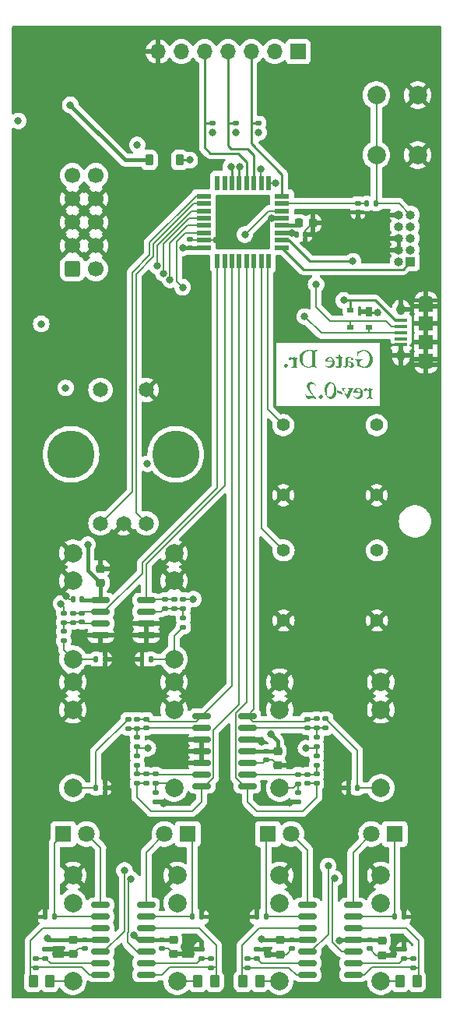
<source format=gbr>
%TF.GenerationSoftware,KiCad,Pcbnew,7.0.2*%
%TF.CreationDate,2025-01-10T16:25:51-06:00*%
%TF.ProjectId,gateDr_mainboard,67617465-4472-45f6-9d61-696e626f6172,rev?*%
%TF.SameCoordinates,Original*%
%TF.FileFunction,Copper,L4,Bot*%
%TF.FilePolarity,Positive*%
%FSLAX46Y46*%
G04 Gerber Fmt 4.6, Leading zero omitted, Abs format (unit mm)*
G04 Created by KiCad (PCBNEW 7.0.2) date 2025-01-10 16:25:51*
%MOMM*%
%LPD*%
G01*
G04 APERTURE LIST*
G04 Aperture macros list*
%AMRoundRect*
0 Rectangle with rounded corners*
0 $1 Rounding radius*
0 $2 $3 $4 $5 $6 $7 $8 $9 X,Y pos of 4 corners*
0 Add a 4 corners polygon primitive as box body*
4,1,4,$2,$3,$4,$5,$6,$7,$8,$9,$2,$3,0*
0 Add four circle primitives for the rounded corners*
1,1,$1+$1,$2,$3*
1,1,$1+$1,$4,$5*
1,1,$1+$1,$6,$7*
1,1,$1+$1,$8,$9*
0 Add four rect primitives between the rounded corners*
20,1,$1+$1,$2,$3,$4,$5,0*
20,1,$1+$1,$4,$5,$6,$7,0*
20,1,$1+$1,$6,$7,$8,$9,0*
20,1,$1+$1,$8,$9,$2,$3,0*%
G04 Aperture macros list end*
%ADD10C,0.300000*%
%TA.AperFunction,NonConductor*%
%ADD11C,0.300000*%
%TD*%
%TA.AperFunction,ComponentPad*%
%ADD12R,1.800000X1.800000*%
%TD*%
%TA.AperFunction,ComponentPad*%
%ADD13C,1.800000*%
%TD*%
%TA.AperFunction,ComponentPad*%
%ADD14C,1.400000*%
%TD*%
%TA.AperFunction,ComponentPad*%
%ADD15R,1.700000X1.700000*%
%TD*%
%TA.AperFunction,ComponentPad*%
%ADD16O,1.700000X1.700000*%
%TD*%
%TA.AperFunction,ComponentPad*%
%ADD17C,2.000000*%
%TD*%
%TA.AperFunction,ComponentPad*%
%ADD18C,1.650000*%
%TD*%
%TA.AperFunction,ComponentPad*%
%ADD19C,5.161000*%
%TD*%
%TA.AperFunction,SMDPad,CuDef*%
%ADD20RoundRect,0.135000X0.185000X-0.135000X0.185000X0.135000X-0.185000X0.135000X-0.185000X-0.135000X0*%
%TD*%
%TA.AperFunction,SMDPad,CuDef*%
%ADD21RoundRect,0.135000X-0.185000X0.135000X-0.185000X-0.135000X0.185000X-0.135000X0.185000X0.135000X0*%
%TD*%
%TA.AperFunction,SMDPad,CuDef*%
%ADD22RoundRect,0.140000X-0.140000X-0.170000X0.140000X-0.170000X0.140000X0.170000X-0.140000X0.170000X0*%
%TD*%
%TA.AperFunction,SMDPad,CuDef*%
%ADD23RoundRect,0.250000X0.262500X0.450000X-0.262500X0.450000X-0.262500X-0.450000X0.262500X-0.450000X0*%
%TD*%
%TA.AperFunction,SMDPad,CuDef*%
%ADD24RoundRect,0.225000X0.250000X-0.225000X0.250000X0.225000X-0.250000X0.225000X-0.250000X-0.225000X0*%
%TD*%
%TA.AperFunction,SMDPad,CuDef*%
%ADD25RoundRect,0.140000X0.170000X-0.140000X0.170000X0.140000X-0.170000X0.140000X-0.170000X-0.140000X0*%
%TD*%
%TA.AperFunction,ComponentPad*%
%ADD26RoundRect,0.250000X-0.600000X-0.600000X0.600000X-0.600000X0.600000X0.600000X-0.600000X0.600000X0*%
%TD*%
%TA.AperFunction,ComponentPad*%
%ADD27C,1.700000*%
%TD*%
%TA.AperFunction,SMDPad,CuDef*%
%ADD28R,1.350000X0.400000*%
%TD*%
%TA.AperFunction,ComponentPad*%
%ADD29O,1.550000X0.890000*%
%TD*%
%TA.AperFunction,SMDPad,CuDef*%
%ADD30R,1.550000X1.200000*%
%TD*%
%TA.AperFunction,ComponentPad*%
%ADD31O,0.950000X1.250000*%
%TD*%
%TA.AperFunction,SMDPad,CuDef*%
%ADD32R,1.550000X1.500000*%
%TD*%
%TA.AperFunction,SMDPad,CuDef*%
%ADD33RoundRect,0.140000X-0.170000X0.140000X-0.170000X-0.140000X0.170000X-0.140000X0.170000X0.140000X0*%
%TD*%
%TA.AperFunction,ComponentPad*%
%ADD34R,1.000000X1.000000*%
%TD*%
%TA.AperFunction,ComponentPad*%
%ADD35O,1.000000X1.000000*%
%TD*%
%TA.AperFunction,SMDPad,CuDef*%
%ADD36RoundRect,0.135000X0.135000X0.185000X-0.135000X0.185000X-0.135000X-0.185000X0.135000X-0.185000X0*%
%TD*%
%TA.AperFunction,SMDPad,CuDef*%
%ADD37RoundRect,0.140000X0.140000X0.170000X-0.140000X0.170000X-0.140000X-0.170000X0.140000X-0.170000X0*%
%TD*%
%TA.AperFunction,SMDPad,CuDef*%
%ADD38RoundRect,0.150000X0.825000X0.150000X-0.825000X0.150000X-0.825000X-0.150000X0.825000X-0.150000X0*%
%TD*%
%TA.AperFunction,SMDPad,CuDef*%
%ADD39RoundRect,0.225000X-0.225000X-0.250000X0.225000X-0.250000X0.225000X0.250000X-0.225000X0.250000X0*%
%TD*%
%TA.AperFunction,SMDPad,CuDef*%
%ADD40RoundRect,0.135000X-0.135000X-0.185000X0.135000X-0.185000X0.135000X0.185000X-0.135000X0.185000X0*%
%TD*%
%TA.AperFunction,SMDPad,CuDef*%
%ADD41RoundRect,0.250000X-0.262500X-0.450000X0.262500X-0.450000X0.262500X0.450000X-0.262500X0.450000X0*%
%TD*%
%TA.AperFunction,SMDPad,CuDef*%
%ADD42RoundRect,0.225000X-0.250000X0.225000X-0.250000X-0.225000X0.250000X-0.225000X0.250000X0.225000X0*%
%TD*%
%TA.AperFunction,SMDPad,CuDef*%
%ADD43R,0.700000X1.000000*%
%TD*%
%TA.AperFunction,SMDPad,CuDef*%
%ADD44R,0.700000X0.600000*%
%TD*%
%TA.AperFunction,SMDPad,CuDef*%
%ADD45RoundRect,0.225000X-0.225000X-0.375000X0.225000X-0.375000X0.225000X0.375000X-0.225000X0.375000X0*%
%TD*%
%TA.AperFunction,SMDPad,CuDef*%
%ADD46R,0.550000X1.600000*%
%TD*%
%TA.AperFunction,SMDPad,CuDef*%
%ADD47R,1.600000X0.550000*%
%TD*%
%TA.AperFunction,ViaPad*%
%ADD48C,0.800000*%
%TD*%
%TA.AperFunction,Conductor*%
%ADD49C,0.400000*%
%TD*%
%TA.AperFunction,Conductor*%
%ADD50C,0.200000*%
%TD*%
%TA.AperFunction,Conductor*%
%ADD51C,0.250000*%
%TD*%
G04 APERTURE END LIST*
D10*
D11*
G36*
X90205617Y-96642951D02*
G01*
X90176613Y-96643478D01*
X90146999Y-96645058D01*
X90116774Y-96647691D01*
X90085938Y-96651378D01*
X90054492Y-96656118D01*
X90022435Y-96661911D01*
X89989767Y-96668757D01*
X89956489Y-96676657D01*
X89922601Y-96685610D01*
X89888101Y-96695616D01*
X89852991Y-96706676D01*
X89817271Y-96718789D01*
X89780940Y-96731955D01*
X89762545Y-96738933D01*
X89743998Y-96746174D01*
X89725298Y-96753679D01*
X89706446Y-96761447D01*
X89687441Y-96769479D01*
X89668283Y-96777773D01*
X89649621Y-96785444D01*
X89628763Y-96793594D01*
X89607353Y-96801265D01*
X89587368Y-96807306D01*
X89568143Y-96810502D01*
X89547947Y-96806174D01*
X89533949Y-96796824D01*
X89518806Y-96783147D01*
X89502619Y-96772061D01*
X89485589Y-96768004D01*
X89465754Y-96771430D01*
X89451328Y-96785207D01*
X89445198Y-96806579D01*
X89444556Y-96818806D01*
X89446022Y-96917480D01*
X89451395Y-97110921D01*
X89447487Y-97212526D01*
X89445645Y-97234383D01*
X89443684Y-97254525D01*
X89441417Y-97275339D01*
X89439183Y-97294103D01*
X89437833Y-97314137D01*
X89437718Y-97319504D01*
X89440374Y-97339196D01*
X89452700Y-97356402D01*
X89472621Y-97362127D01*
X89480216Y-97362002D01*
X89499152Y-97352935D01*
X89509838Y-97335676D01*
X89516066Y-97316054D01*
X89518806Y-97302407D01*
X89522693Y-97281063D01*
X89527515Y-97259771D01*
X89533272Y-97238534D01*
X89539964Y-97217349D01*
X89547591Y-97196219D01*
X89556152Y-97175141D01*
X89565649Y-97154117D01*
X89576081Y-97133147D01*
X89587448Y-97112230D01*
X89599750Y-97091366D01*
X89612987Y-97070556D01*
X89627158Y-97049799D01*
X89642265Y-97029095D01*
X89658307Y-97008446D01*
X89675284Y-96987849D01*
X89693196Y-96967306D01*
X89719484Y-96939386D01*
X89746448Y-96913267D01*
X89774088Y-96888950D01*
X89802403Y-96866434D01*
X89831393Y-96845719D01*
X89861059Y-96826805D01*
X89891401Y-96809693D01*
X89922418Y-96794382D01*
X89954110Y-96780872D01*
X89986478Y-96769164D01*
X90019521Y-96759257D01*
X90053240Y-96751151D01*
X90087634Y-96744846D01*
X90122704Y-96740343D01*
X90158450Y-96737641D01*
X90194870Y-96736741D01*
X90229482Y-96737594D01*
X90263220Y-96740152D01*
X90296084Y-96744417D01*
X90328074Y-96750388D01*
X90359191Y-96758064D01*
X90389433Y-96767447D01*
X90418801Y-96778535D01*
X90447295Y-96791329D01*
X90474916Y-96805829D01*
X90501662Y-96822035D01*
X90527535Y-96839947D01*
X90552534Y-96859564D01*
X90576658Y-96880888D01*
X90599909Y-96903917D01*
X90622286Y-96928653D01*
X90643789Y-96955094D01*
X90664137Y-96982894D01*
X90683173Y-97011827D01*
X90700896Y-97041893D01*
X90717306Y-97073094D01*
X90732403Y-97105427D01*
X90746188Y-97138894D01*
X90758659Y-97173495D01*
X90769818Y-97209228D01*
X90779664Y-97246096D01*
X90788197Y-97284096D01*
X90791972Y-97303522D01*
X90795418Y-97323231D01*
X90798536Y-97343223D01*
X90801325Y-97363498D01*
X90803787Y-97384057D01*
X90805920Y-97404899D01*
X90807725Y-97426025D01*
X90809202Y-97447434D01*
X90810351Y-97469126D01*
X90811171Y-97491102D01*
X90811664Y-97513361D01*
X90811828Y-97535903D01*
X90811658Y-97560085D01*
X90811149Y-97584027D01*
X90810299Y-97607728D01*
X90809111Y-97631188D01*
X90807582Y-97654409D01*
X90805714Y-97677389D01*
X90803506Y-97700128D01*
X90800959Y-97722627D01*
X90798072Y-97744885D01*
X90794845Y-97766904D01*
X90791279Y-97788681D01*
X90787373Y-97810218D01*
X90783127Y-97831515D01*
X90778542Y-97852572D01*
X90773617Y-97873388D01*
X90768353Y-97893963D01*
X90762748Y-97914298D01*
X90756804Y-97934393D01*
X90750521Y-97954247D01*
X90743898Y-97973861D01*
X90736935Y-97993235D01*
X90729632Y-98012368D01*
X90721990Y-98031260D01*
X90714009Y-98049912D01*
X90705687Y-98068324D01*
X90697026Y-98086495D01*
X90688025Y-98104426D01*
X90678685Y-98122117D01*
X90669005Y-98139567D01*
X90658985Y-98156776D01*
X90648626Y-98173745D01*
X90637927Y-98190474D01*
X90626980Y-98206823D01*
X90604616Y-98237964D01*
X90581627Y-98267029D01*
X90558012Y-98294018D01*
X90533771Y-98318931D01*
X90508904Y-98341767D01*
X90483411Y-98362528D01*
X90457292Y-98381212D01*
X90430548Y-98397821D01*
X90403177Y-98412353D01*
X90375181Y-98424810D01*
X90346559Y-98435190D01*
X90317310Y-98443494D01*
X90287437Y-98449723D01*
X90256937Y-98453875D01*
X90225811Y-98455951D01*
X90210013Y-98456210D01*
X90185491Y-98455399D01*
X90164414Y-98453583D01*
X90142039Y-98450728D01*
X90118367Y-98446836D01*
X90093397Y-98441905D01*
X90073818Y-98437526D01*
X90053509Y-98432563D01*
X90032470Y-98427016D01*
X90018039Y-98422993D01*
X89996559Y-98416626D01*
X89976084Y-98410165D01*
X89956614Y-98403609D01*
X89938148Y-98396958D01*
X89915090Y-98387944D01*
X89893818Y-98378762D01*
X89874332Y-98369412D01*
X89856632Y-98359895D01*
X89840718Y-98350209D01*
X89824303Y-98338278D01*
X89809558Y-98324773D01*
X89796483Y-98309694D01*
X89785077Y-98293041D01*
X89775340Y-98274813D01*
X89767274Y-98255011D01*
X89764515Y-98246650D01*
X89758323Y-98223466D01*
X89754125Y-98202308D01*
X89750598Y-98178831D01*
X89747744Y-98153032D01*
X89746044Y-98132161D01*
X89744721Y-98109985D01*
X89743777Y-98086503D01*
X89743210Y-98061716D01*
X89743021Y-98035624D01*
X89743252Y-98015562D01*
X89744464Y-97986942D01*
X89746715Y-97960092D01*
X89750005Y-97935010D01*
X89754335Y-97911698D01*
X89759703Y-97890154D01*
X89766110Y-97870379D01*
X89776269Y-97846763D01*
X89788275Y-97826293D01*
X89802128Y-97808967D01*
X89818515Y-97793953D01*
X89838123Y-97780665D01*
X89860952Y-97769102D01*
X89880188Y-97761561D01*
X89901235Y-97754991D01*
X89924094Y-97749391D01*
X89948765Y-97744761D01*
X89975248Y-97741102D01*
X90003542Y-97738413D01*
X90023412Y-97737159D01*
X90043956Y-97731951D01*
X90058896Y-97718461D01*
X90065246Y-97699386D01*
X90065910Y-97688799D01*
X90062827Y-97668924D01*
X90050300Y-97652065D01*
X90030786Y-97644479D01*
X90016573Y-97643370D01*
X89996912Y-97644836D01*
X89976235Y-97647858D01*
X89968213Y-97649232D01*
X89942708Y-97653771D01*
X89916567Y-97657864D01*
X89889791Y-97661511D01*
X89862380Y-97664711D01*
X89834333Y-97667464D01*
X89805650Y-97669771D01*
X89776333Y-97671632D01*
X89756434Y-97672624D01*
X89736254Y-97673418D01*
X89715791Y-97674013D01*
X89695046Y-97674410D01*
X89674018Y-97674608D01*
X89663398Y-97674633D01*
X89641781Y-97674568D01*
X89620892Y-97674374D01*
X89600733Y-97674049D01*
X89571860Y-97673319D01*
X89544627Y-97672298D01*
X89519035Y-97670984D01*
X89495082Y-97669378D01*
X89472770Y-97667480D01*
X89452097Y-97665291D01*
X89427085Y-97661917D01*
X89404989Y-97658025D01*
X89382612Y-97653044D01*
X89361644Y-97649094D01*
X89342083Y-97646175D01*
X89321042Y-97644071D01*
X89301919Y-97643370D01*
X89280334Y-97646057D01*
X89262025Y-97656971D01*
X89253352Y-97676282D01*
X89252581Y-97686357D01*
X89256484Y-97706175D01*
X89269975Y-97723119D01*
X89287705Y-97732828D01*
X89301919Y-97737159D01*
X89321053Y-97742273D01*
X89342804Y-97751027D01*
X89362145Y-97762404D01*
X89379078Y-97776405D01*
X89393601Y-97793030D01*
X89405716Y-97812278D01*
X89411828Y-97825087D01*
X89418926Y-97844321D01*
X89425078Y-97866608D01*
X89430283Y-97891948D01*
X89433566Y-97912957D01*
X89436317Y-97935683D01*
X89438535Y-97960126D01*
X89440221Y-97986287D01*
X89441375Y-98014165D01*
X89441848Y-98033704D01*
X89442084Y-98054007D01*
X89442114Y-98064445D01*
X89441904Y-98086965D01*
X89441272Y-98108363D01*
X89440221Y-98128639D01*
X89438503Y-98150437D01*
X89437718Y-98158234D01*
X89436170Y-98179331D01*
X89434658Y-98201908D01*
X89433525Y-98221497D01*
X89432601Y-98242968D01*
X89432344Y-98257397D01*
X89433443Y-98277913D01*
X89437307Y-98297491D01*
X89445808Y-98316381D01*
X89449930Y-98321877D01*
X89465782Y-98335924D01*
X89484849Y-98347331D01*
X89503472Y-98356150D01*
X89518806Y-98362421D01*
X89540131Y-98370065D01*
X89558991Y-98377266D01*
X89582705Y-98386528D01*
X89603677Y-98394827D01*
X89627379Y-98404285D01*
X89653811Y-98414903D01*
X89672950Y-98422625D01*
X89693302Y-98430862D01*
X89714868Y-98439615D01*
X89737648Y-98448883D01*
X89758082Y-98457027D01*
X89778352Y-98464913D01*
X89798459Y-98472541D01*
X89818401Y-98479909D01*
X89838179Y-98487020D01*
X89857792Y-98493871D01*
X89877242Y-98500464D01*
X89896528Y-98506799D01*
X89915649Y-98512875D01*
X89934607Y-98518693D01*
X89953400Y-98524251D01*
X89990494Y-98534594D01*
X90026932Y-98543902D01*
X90062714Y-98552175D01*
X90097839Y-98559415D01*
X90132308Y-98565620D01*
X90166120Y-98570791D01*
X90199276Y-98574928D01*
X90231776Y-98578031D01*
X90263619Y-98580099D01*
X90294806Y-98581133D01*
X90310153Y-98581263D01*
X90333194Y-98581019D01*
X90355971Y-98580288D01*
X90378486Y-98579069D01*
X90400737Y-98577362D01*
X90422724Y-98575168D01*
X90444448Y-98572487D01*
X90465909Y-98569318D01*
X90487107Y-98565662D01*
X90508041Y-98561518D01*
X90528712Y-98556886D01*
X90549120Y-98551767D01*
X90569264Y-98546160D01*
X90589145Y-98540066D01*
X90608763Y-98533484D01*
X90628117Y-98526415D01*
X90647208Y-98518859D01*
X90666036Y-98510814D01*
X90684600Y-98502282D01*
X90702901Y-98493263D01*
X90720939Y-98483756D01*
X90738713Y-98473762D01*
X90756224Y-98463280D01*
X90773472Y-98452310D01*
X90790457Y-98440853D01*
X90807178Y-98428909D01*
X90823635Y-98416477D01*
X90839830Y-98403557D01*
X90855761Y-98390150D01*
X90871429Y-98376256D01*
X90886833Y-98361873D01*
X90901974Y-98347004D01*
X90916852Y-98331646D01*
X90931338Y-98315872D01*
X90945364Y-98299813D01*
X90958930Y-98283468D01*
X90972036Y-98266838D01*
X90984682Y-98249923D01*
X90996869Y-98232722D01*
X91008595Y-98215237D01*
X91019862Y-98197465D01*
X91030668Y-98179409D01*
X91041015Y-98161068D01*
X91050902Y-98142441D01*
X91060330Y-98123529D01*
X91069297Y-98104331D01*
X91077804Y-98084849D01*
X91085852Y-98065081D01*
X91093440Y-98045027D01*
X91100568Y-98024689D01*
X91107236Y-98004065D01*
X91113444Y-97983156D01*
X91119192Y-97961962D01*
X91124481Y-97940482D01*
X91129309Y-97918718D01*
X91133678Y-97896668D01*
X91137587Y-97874332D01*
X91141036Y-97851712D01*
X91144025Y-97828806D01*
X91146554Y-97805615D01*
X91148623Y-97782138D01*
X91150233Y-97758376D01*
X91151383Y-97734330D01*
X91152072Y-97709997D01*
X91152302Y-97685380D01*
X91152037Y-97657859D01*
X91151240Y-97630616D01*
X91149911Y-97603652D01*
X91148051Y-97576967D01*
X91145660Y-97550560D01*
X91142737Y-97524431D01*
X91139283Y-97498582D01*
X91135297Y-97473011D01*
X91130780Y-97447718D01*
X91125731Y-97422704D01*
X91120152Y-97397969D01*
X91114040Y-97373512D01*
X91107397Y-97349334D01*
X91100223Y-97325435D01*
X91092518Y-97301814D01*
X91084281Y-97278471D01*
X91075512Y-97255407D01*
X91066212Y-97232622D01*
X91056381Y-97210116D01*
X91046019Y-97187888D01*
X91035124Y-97165938D01*
X91023699Y-97144267D01*
X91011742Y-97122875D01*
X90999254Y-97101762D01*
X90986234Y-97080926D01*
X90972683Y-97060370D01*
X90958600Y-97040092D01*
X90943986Y-97020093D01*
X90928841Y-97000372D01*
X90913164Y-96980930D01*
X90896956Y-96961766D01*
X90880216Y-96942882D01*
X90863083Y-96924429D01*
X90845696Y-96906562D01*
X90828053Y-96889281D01*
X90810156Y-96872585D01*
X90792005Y-96856476D01*
X90773598Y-96840952D01*
X90754937Y-96826014D01*
X90736021Y-96811662D01*
X90716850Y-96797896D01*
X90697425Y-96784715D01*
X90677745Y-96772121D01*
X90657810Y-96760112D01*
X90637620Y-96748688D01*
X90617176Y-96737851D01*
X90596477Y-96727600D01*
X90575523Y-96717934D01*
X90554314Y-96708854D01*
X90532851Y-96700360D01*
X90511133Y-96692452D01*
X90489160Y-96685129D01*
X90466933Y-96678392D01*
X90444450Y-96672241D01*
X90421713Y-96666676D01*
X90398722Y-96661697D01*
X90375475Y-96657303D01*
X90351974Y-96653496D01*
X90328218Y-96650274D01*
X90304207Y-96647638D01*
X90279942Y-96645587D01*
X90255422Y-96644123D01*
X90230647Y-96643244D01*
X90205617Y-96642951D01*
G37*
G36*
X88638196Y-97393662D02*
G01*
X88663254Y-97394853D01*
X88687839Y-97396837D01*
X88711950Y-97399616D01*
X88735588Y-97403188D01*
X88758753Y-97407554D01*
X88781445Y-97412713D01*
X88803663Y-97418667D01*
X88825408Y-97425414D01*
X88846680Y-97432955D01*
X88867479Y-97441290D01*
X88887805Y-97450418D01*
X88907657Y-97460341D01*
X88927036Y-97471057D01*
X88945942Y-97482567D01*
X88964375Y-97494870D01*
X88972431Y-97500707D01*
X88987422Y-97513332D01*
X89004056Y-97530894D01*
X89018353Y-97550436D01*
X89028107Y-97567494D01*
X89036366Y-97585820D01*
X89043128Y-97605413D01*
X89048394Y-97626273D01*
X89051650Y-97641659D01*
X89056699Y-97660956D01*
X89059691Y-97670298D01*
X89063538Y-97690265D01*
X89061871Y-97708537D01*
X89051692Y-97725436D01*
X89032471Y-97734915D01*
X89011270Y-97737159D01*
X88998256Y-97737074D01*
X88973470Y-97736395D01*
X88950335Y-97735036D01*
X88928853Y-97732999D01*
X88899729Y-97728668D01*
X88874322Y-97722809D01*
X88852634Y-97715422D01*
X88829499Y-97703194D01*
X88812975Y-97688250D01*
X88803060Y-97670588D01*
X88799755Y-97650209D01*
X88803663Y-97626273D01*
X88805767Y-97609114D01*
X88806594Y-97589148D01*
X88805422Y-97570903D01*
X88800213Y-97549368D01*
X88790836Y-97531023D01*
X88777292Y-97515868D01*
X88759581Y-97503904D01*
X88737702Y-97495130D01*
X88718558Y-97490644D01*
X88697070Y-97487952D01*
X88673237Y-97487055D01*
X88647699Y-97488276D01*
X88623351Y-97491939D01*
X88600194Y-97498046D01*
X88578227Y-97506594D01*
X88557451Y-97517585D01*
X88537866Y-97531018D01*
X88519471Y-97546894D01*
X88502267Y-97565212D01*
X88494164Y-97575098D01*
X88479524Y-97595935D01*
X88466976Y-97618192D01*
X88456520Y-97641868D01*
X88450050Y-97660557D01*
X88444756Y-97680045D01*
X88440639Y-97700331D01*
X88437698Y-97721415D01*
X88435933Y-97743298D01*
X88435345Y-97765980D01*
X88435877Y-97781568D01*
X88437844Y-97801186D01*
X88441260Y-97822347D01*
X88445342Y-97841712D01*
X88450488Y-97862212D01*
X88471669Y-97866146D01*
X88492410Y-97870071D01*
X88512710Y-97873988D01*
X88532569Y-97877897D01*
X88551987Y-97881796D01*
X88589501Y-97889570D01*
X88625252Y-97897310D01*
X88659240Y-97905015D01*
X88691465Y-97912685D01*
X88721927Y-97920322D01*
X88750625Y-97927924D01*
X88777561Y-97935492D01*
X88802733Y-97943025D01*
X88826142Y-97950524D01*
X88847788Y-97957989D01*
X88867671Y-97965419D01*
X88885791Y-97972815D01*
X88909665Y-97983845D01*
X88932616Y-97996576D01*
X88954086Y-98010223D01*
X88974076Y-98024786D01*
X88992585Y-98040265D01*
X89009613Y-98056659D01*
X89025161Y-98073970D01*
X89039228Y-98092197D01*
X89051814Y-98111339D01*
X89062919Y-98131398D01*
X89072544Y-98152372D01*
X89080688Y-98174262D01*
X89087351Y-98197069D01*
X89092534Y-98220791D01*
X89096236Y-98245429D01*
X89098457Y-98270983D01*
X89099197Y-98297452D01*
X89098939Y-98312088D01*
X89097587Y-98333283D01*
X89095075Y-98353567D01*
X89089923Y-98379197D01*
X89082711Y-98403210D01*
X89073437Y-98425604D01*
X89062103Y-98446379D01*
X89048707Y-98465537D01*
X89033251Y-98483077D01*
X89020440Y-98495037D01*
X89001969Y-98509153D01*
X88981911Y-98521178D01*
X88960265Y-98531112D01*
X88937031Y-98538955D01*
X88912210Y-98544706D01*
X88892552Y-98547647D01*
X88872002Y-98549411D01*
X88850558Y-98550000D01*
X88829093Y-98549389D01*
X88806953Y-98547557D01*
X88784137Y-98544504D01*
X88760646Y-98540230D01*
X88736479Y-98534734D01*
X88711637Y-98528018D01*
X88686119Y-98520080D01*
X88659926Y-98510921D01*
X88633058Y-98500540D01*
X88605514Y-98488939D01*
X88577294Y-98476116D01*
X88548399Y-98462072D01*
X88518828Y-98446807D01*
X88488582Y-98430321D01*
X88457661Y-98412613D01*
X88426064Y-98393684D01*
X88420867Y-98403301D01*
X88410250Y-98421619D01*
X88399335Y-98438716D01*
X88382405Y-98462072D01*
X88364805Y-98482680D01*
X88346536Y-98500540D01*
X88327597Y-98515653D01*
X88307988Y-98528018D01*
X88287709Y-98537635D01*
X88266760Y-98544504D01*
X88245142Y-98548626D01*
X88222854Y-98550000D01*
X88215444Y-98549881D01*
X88193697Y-98548107D01*
X88172671Y-98544203D01*
X88152367Y-98538169D01*
X88132783Y-98530006D01*
X88113921Y-98519713D01*
X88067515Y-98487962D01*
X88013782Y-98456210D01*
X87998302Y-98448189D01*
X87981038Y-98436678D01*
X87966398Y-98421398D01*
X87960048Y-98401988D01*
X87961555Y-98393251D01*
X87979099Y-98383914D01*
X87991922Y-98386357D01*
X88010851Y-98393684D01*
X88028322Y-98399637D01*
X88049285Y-98402681D01*
X88069958Y-98403454D01*
X88090123Y-98402252D01*
X88113926Y-98396909D01*
X88134202Y-98387292D01*
X88150951Y-98373400D01*
X88164175Y-98355235D01*
X88173872Y-98332795D01*
X88178831Y-98313160D01*
X88181806Y-98291121D01*
X88182798Y-98266678D01*
X88182790Y-98262901D01*
X88182506Y-98240609D01*
X88181987Y-98218688D01*
X88181208Y-98193134D01*
X88180454Y-98171584D01*
X88179554Y-98147991D01*
X88178508Y-98122354D01*
X88177316Y-98094674D01*
X88176440Y-98075085D01*
X88175499Y-98054587D01*
X88174494Y-98033182D01*
X88173983Y-98023707D01*
X88173665Y-98017550D01*
X88441207Y-98017550D01*
X88442184Y-98116713D01*
X88442197Y-98123915D01*
X88442397Y-98144747D01*
X88443039Y-98170721D01*
X88444107Y-98194634D01*
X88445603Y-98216486D01*
X88448074Y-98240903D01*
X88451213Y-98262100D01*
X88455861Y-98283286D01*
X88456739Y-98286372D01*
X88464166Y-98306367D01*
X88475401Y-98325785D01*
X88489567Y-98341538D01*
X88506664Y-98353628D01*
X88523883Y-98363016D01*
X88541835Y-98371153D01*
X88560519Y-98378037D01*
X88579937Y-98383670D01*
X88600087Y-98388051D01*
X88620969Y-98391181D01*
X88642585Y-98393058D01*
X88664933Y-98393684D01*
X88690948Y-98392190D01*
X88714404Y-98387708D01*
X88735301Y-98380237D01*
X88753639Y-98369779D01*
X88769419Y-98356332D01*
X88782639Y-98339897D01*
X88793301Y-98320474D01*
X88801404Y-98298063D01*
X88806948Y-98272664D01*
X88809933Y-98244276D01*
X88810502Y-98223691D01*
X88809562Y-98204511D01*
X88805383Y-98179392D01*
X88797861Y-98154793D01*
X88790026Y-98136683D01*
X88780310Y-98118866D01*
X88768714Y-98101341D01*
X88755237Y-98084107D01*
X88739880Y-98067166D01*
X88722642Y-98050516D01*
X88703524Y-98034159D01*
X88690048Y-98023721D01*
X88669678Y-98009453D01*
X88649118Y-97996851D01*
X88628370Y-97985914D01*
X88607433Y-97976643D01*
X88586307Y-97969038D01*
X88564992Y-97963099D01*
X88543488Y-97958826D01*
X88521795Y-97956218D01*
X88499914Y-97955277D01*
X88477843Y-97956001D01*
X88468951Y-97956806D01*
X88449023Y-97962351D01*
X88441207Y-97990683D01*
X88441207Y-98017550D01*
X88173665Y-98017550D01*
X88172547Y-97995889D01*
X88171258Y-97968981D01*
X88170114Y-97942984D01*
X88169117Y-97917896D01*
X88168265Y-97893719D01*
X88167560Y-97870452D01*
X88167000Y-97848095D01*
X88166587Y-97826649D01*
X88166319Y-97806112D01*
X88166189Y-97780146D01*
X88166278Y-97767745D01*
X88166988Y-97743646D01*
X88168408Y-97720481D01*
X88170537Y-97698251D01*
X88173376Y-97676956D01*
X88176926Y-97656596D01*
X88183580Y-97627809D01*
X88191832Y-97601126D01*
X88201681Y-97576547D01*
X88213127Y-97554071D01*
X88226170Y-97533699D01*
X88240810Y-97515431D01*
X88257048Y-97499267D01*
X88272290Y-97486431D01*
X88288463Y-97474423D01*
X88305568Y-97463243D01*
X88323604Y-97452891D01*
X88342571Y-97443368D01*
X88362469Y-97434672D01*
X88383298Y-97426805D01*
X88405059Y-97419766D01*
X88427751Y-97413555D01*
X88451373Y-97408172D01*
X88475927Y-97403617D01*
X88501413Y-97399890D01*
X88527829Y-97396992D01*
X88555177Y-97394922D01*
X88583455Y-97393679D01*
X88612665Y-97393265D01*
X88638196Y-97393662D01*
G37*
G36*
X87479867Y-97549581D02*
G01*
X87479867Y-98233461D01*
X87479549Y-98256155D01*
X87478596Y-98277528D01*
X87477008Y-98297577D01*
X87473901Y-98322254D01*
X87469665Y-98344579D01*
X87464299Y-98364553D01*
X87456004Y-98386216D01*
X87445943Y-98404205D01*
X87443719Y-98407362D01*
X87428040Y-98423963D01*
X87412009Y-98435173D01*
X87393283Y-98443998D01*
X87371861Y-98450438D01*
X87347745Y-98454493D01*
X87326511Y-98456019D01*
X87315247Y-98456210D01*
X87295708Y-98454592D01*
X87276207Y-98450522D01*
X87254461Y-98443973D01*
X87234036Y-98436388D01*
X87219504Y-98430321D01*
X87198427Y-98420612D01*
X87179891Y-98410903D01*
X87161478Y-98399576D01*
X87144671Y-98386632D01*
X87136461Y-98378541D01*
X87121407Y-98365081D01*
X87114480Y-98362421D01*
X87099642Y-98376542D01*
X87094988Y-98397626D01*
X87094452Y-98402477D01*
X87091521Y-98422505D01*
X87108129Y-98456210D01*
X87127186Y-98471353D01*
X87146620Y-98485519D01*
X87166433Y-98498709D01*
X87186623Y-98510921D01*
X87207191Y-98522156D01*
X87228136Y-98532414D01*
X87249460Y-98541695D01*
X87271161Y-98550000D01*
X87293241Y-98557327D01*
X87315698Y-98563677D01*
X87338532Y-98569050D01*
X87361745Y-98573447D01*
X87385335Y-98576866D01*
X87409304Y-98579309D01*
X87433650Y-98580774D01*
X87458374Y-98581263D01*
X87486508Y-98580644D01*
X87513208Y-98578790D01*
X87538474Y-98575698D01*
X87562307Y-98571371D01*
X87584705Y-98565807D01*
X87605669Y-98559006D01*
X87625200Y-98550969D01*
X87643296Y-98541695D01*
X87659958Y-98531185D01*
X87679944Y-98515248D01*
X87684542Y-98510921D01*
X87701372Y-98492129D01*
X87715958Y-98470926D01*
X87725425Y-98453441D01*
X87733630Y-98434599D01*
X87740572Y-98414400D01*
X87746252Y-98392844D01*
X87750670Y-98369932D01*
X87753825Y-98345664D01*
X87755719Y-98320038D01*
X87756350Y-98293056D01*
X87756350Y-97549581D01*
X87839881Y-97549581D01*
X87862292Y-97548121D01*
X87882578Y-97542728D01*
X87899386Y-97529956D01*
X87905762Y-97510614D01*
X87905826Y-97508060D01*
X87901018Y-97488802D01*
X87889664Y-97472440D01*
X87873736Y-97457469D01*
X87871632Y-97455792D01*
X87851921Y-97442167D01*
X87834366Y-97428795D01*
X87815224Y-97413225D01*
X87799825Y-97400104D01*
X87783533Y-97385747D01*
X87766349Y-97370154D01*
X87748271Y-97353324D01*
X87729300Y-97335258D01*
X87709436Y-97315955D01*
X87702616Y-97309246D01*
X87682648Y-97289368D01*
X87663959Y-97270400D01*
X87646550Y-97252342D01*
X87630420Y-97235194D01*
X87615569Y-97218957D01*
X87601998Y-97203630D01*
X87585893Y-97184609D01*
X87572063Y-97167207D01*
X87560507Y-97151423D01*
X87555582Y-97144138D01*
X87542826Y-97125586D01*
X87528904Y-97107542D01*
X87514572Y-97092309D01*
X87497666Y-97081413D01*
X87492079Y-97080635D01*
X87480378Y-97097037D01*
X87479867Y-97101639D01*
X87479867Y-97424528D01*
X87280565Y-97424528D01*
X87258626Y-97423477D01*
X87236873Y-97419698D01*
X87216634Y-97412164D01*
X87202407Y-97402547D01*
X87166748Y-97373726D01*
X87149785Y-97363522D01*
X87142323Y-97362002D01*
X87123828Y-97368391D01*
X87120341Y-97384473D01*
X87125210Y-97403667D01*
X87130111Y-97415736D01*
X87137284Y-97435785D01*
X87142293Y-97456860D01*
X87146231Y-97477773D01*
X87152072Y-97498460D01*
X87162010Y-97518656D01*
X87175142Y-97533803D01*
X87194500Y-97545093D01*
X87214552Y-97549300D01*
X87221946Y-97549581D01*
X87479867Y-97549581D01*
G37*
G36*
X86501808Y-97393971D02*
G01*
X86528587Y-97396089D01*
X86554900Y-97399620D01*
X86580748Y-97404562D01*
X86606130Y-97410916D01*
X86631047Y-97418682D01*
X86655498Y-97427860D01*
X86679483Y-97438450D01*
X86703003Y-97450453D01*
X86726057Y-97463867D01*
X86748646Y-97478693D01*
X86770769Y-97494931D01*
X86792426Y-97512582D01*
X86813618Y-97531644D01*
X86834345Y-97552119D01*
X86854605Y-97574005D01*
X86873948Y-97596859D01*
X86892043Y-97620236D01*
X86908890Y-97644135D01*
X86924489Y-97668558D01*
X86938840Y-97693503D01*
X86951944Y-97718971D01*
X86963799Y-97744962D01*
X86974406Y-97771475D01*
X86983766Y-97798512D01*
X86991877Y-97826071D01*
X86998741Y-97854154D01*
X87004357Y-97882759D01*
X87008724Y-97911886D01*
X87011844Y-97941537D01*
X87013716Y-97971711D01*
X87014340Y-98002407D01*
X87013756Y-98033975D01*
X87012004Y-98064811D01*
X87009085Y-98094914D01*
X87004998Y-98124284D01*
X86999743Y-98152922D01*
X86993320Y-98180826D01*
X86985729Y-98207998D01*
X86976971Y-98234438D01*
X86967045Y-98260144D01*
X86955951Y-98285118D01*
X86943689Y-98309359D01*
X86930259Y-98332868D01*
X86915662Y-98355643D01*
X86899897Y-98377686D01*
X86882964Y-98398996D01*
X86864863Y-98419574D01*
X86845776Y-98439153D01*
X86826006Y-98457470D01*
X86805552Y-98474523D01*
X86784416Y-98490313D01*
X86762596Y-98504839D01*
X86740093Y-98518103D01*
X86716908Y-98530103D01*
X86693039Y-98540840D01*
X86668486Y-98550314D01*
X86643251Y-98558525D01*
X86617333Y-98565473D01*
X86590731Y-98571157D01*
X86563447Y-98575578D01*
X86535479Y-98578736D01*
X86506828Y-98580631D01*
X86477494Y-98581263D01*
X86450797Y-98580646D01*
X86424318Y-98578797D01*
X86398056Y-98575716D01*
X86372012Y-98571401D01*
X86346185Y-98565854D01*
X86320576Y-98559075D01*
X86295184Y-98551062D01*
X86270010Y-98541817D01*
X86245053Y-98531340D01*
X86220314Y-98519629D01*
X86195793Y-98506686D01*
X86171489Y-98492511D01*
X86147402Y-98477103D01*
X86123533Y-98460462D01*
X86099881Y-98442588D01*
X86076448Y-98423482D01*
X86063611Y-98412508D01*
X86045910Y-98396799D01*
X86030072Y-98381991D01*
X86016097Y-98368085D01*
X86000363Y-98350946D01*
X85987940Y-98335410D01*
X85975518Y-98315111D01*
X85970446Y-98295987D01*
X85970708Y-98291098D01*
X85980951Y-98273146D01*
X86000244Y-98268632D01*
X86006472Y-98269334D01*
X86023691Y-98279867D01*
X86067655Y-98322854D01*
X86074256Y-98329135D01*
X86094880Y-98346782D01*
X86116732Y-98362634D01*
X86139811Y-98376692D01*
X86164119Y-98388955D01*
X86189654Y-98399424D01*
X86216417Y-98408098D01*
X86244408Y-98414977D01*
X86263751Y-98418566D01*
X86283640Y-98421358D01*
X86304074Y-98423352D01*
X86325054Y-98424548D01*
X86346580Y-98424947D01*
X86375388Y-98423698D01*
X86403561Y-98419950D01*
X86431099Y-98413703D01*
X86458001Y-98404957D01*
X86484267Y-98393713D01*
X86509898Y-98379970D01*
X86526633Y-98369420D01*
X86543085Y-98357759D01*
X86559255Y-98344988D01*
X86575142Y-98331106D01*
X86590747Y-98316114D01*
X86606069Y-98300011D01*
X86621109Y-98282798D01*
X86635483Y-98264802D01*
X86648930Y-98246474D01*
X86661449Y-98227815D01*
X86673041Y-98208823D01*
X86683706Y-98189499D01*
X86693443Y-98169843D01*
X86702253Y-98149855D01*
X86710136Y-98129535D01*
X86717091Y-98108884D01*
X86723119Y-98087900D01*
X86728219Y-98066584D01*
X86732392Y-98044936D01*
X86735638Y-98022956D01*
X86737956Y-98000644D01*
X86739347Y-97978000D01*
X86739811Y-97955024D01*
X86739086Y-97939690D01*
X86735020Y-97920128D01*
X86724668Y-97903244D01*
X86713816Y-97897682D01*
X86694079Y-97894248D01*
X86673866Y-97893475D01*
X86626971Y-97894940D01*
X86491172Y-97893475D01*
X86231297Y-97889567D01*
X86147766Y-97888101D01*
X86116015Y-97888101D01*
X86053000Y-97890544D01*
X86035598Y-97889719D01*
X86013845Y-97885392D01*
X85995065Y-97875655D01*
X85982303Y-97858344D01*
X85978750Y-97837787D01*
X85979884Y-97811597D01*
X85983284Y-97785414D01*
X85988951Y-97759241D01*
X85996885Y-97733076D01*
X85997769Y-97730809D01*
X86258653Y-97730809D01*
X86258771Y-97734746D01*
X86264450Y-97755743D01*
X86278646Y-97772241D01*
X86296984Y-97782552D01*
X86315912Y-97788551D01*
X86338627Y-97792551D01*
X86358147Y-97794238D01*
X86379797Y-97794801D01*
X86390616Y-97794972D01*
X86412529Y-97795607D01*
X86434305Y-97796346D01*
X86455402Y-97797109D01*
X86479765Y-97798025D01*
X86500181Y-97798812D01*
X86522435Y-97799685D01*
X86535052Y-97800372D01*
X86556727Y-97801354D01*
X86577888Y-97802055D01*
X86598534Y-97802476D01*
X86618667Y-97802616D01*
X86639588Y-97802502D01*
X86662755Y-97802037D01*
X86682607Y-97801214D01*
X86704829Y-97799461D01*
X86726622Y-97795289D01*
X86734426Y-97790774D01*
X86744283Y-97773891D01*
X86746650Y-97753279D01*
X86746377Y-97739957D01*
X86744944Y-97720388D01*
X86741124Y-97695070D01*
X86735121Y-97670638D01*
X86726935Y-97647092D01*
X86716567Y-97624431D01*
X86704015Y-97602655D01*
X86689280Y-97581765D01*
X86676796Y-97566678D01*
X86658852Y-97548016D01*
X86640191Y-97531843D01*
X86620811Y-97518157D01*
X86600715Y-97506960D01*
X86579901Y-97498252D01*
X86558369Y-97492031D01*
X86536120Y-97488299D01*
X86513154Y-97487055D01*
X86506977Y-97487127D01*
X86482690Y-97488867D01*
X86459075Y-97492928D01*
X86436131Y-97499309D01*
X86413859Y-97508010D01*
X86392259Y-97519031D01*
X86371331Y-97532373D01*
X86351074Y-97548035D01*
X86336322Y-97561304D01*
X86318118Y-97580088D01*
X86302342Y-97599559D01*
X86288992Y-97619717D01*
X86278070Y-97640561D01*
X86269575Y-97662093D01*
X86263507Y-97684311D01*
X86259866Y-97707217D01*
X86258653Y-97730809D01*
X85997769Y-97730809D01*
X86007086Y-97706919D01*
X86019554Y-97680772D01*
X86029125Y-97663345D01*
X86039704Y-97645921D01*
X86051290Y-97628502D01*
X86063884Y-97611086D01*
X86077486Y-97593674D01*
X86092094Y-97576266D01*
X86107711Y-97558862D01*
X86127176Y-97538809D01*
X86147102Y-97520050D01*
X86167491Y-97502585D01*
X86188341Y-97486413D01*
X86209653Y-97471536D01*
X86231427Y-97457952D01*
X86253663Y-97445661D01*
X86276360Y-97434665D01*
X86299519Y-97424962D01*
X86323140Y-97416552D01*
X86347223Y-97409437D01*
X86371768Y-97403615D01*
X86396774Y-97399087D01*
X86422242Y-97395853D01*
X86448172Y-97393912D01*
X86474563Y-97393265D01*
X86501808Y-97393971D01*
G37*
G36*
X85121275Y-96643178D02*
G01*
X85142837Y-96644257D01*
X85162498Y-96646577D01*
X85182030Y-96652233D01*
X85186152Y-96654889D01*
X85197143Y-96672230D01*
X85199616Y-96692288D01*
X85199242Y-96700232D01*
X85193639Y-96719376D01*
X85177661Y-96733224D01*
X85157117Y-96736741D01*
X85140684Y-96737019D01*
X85116922Y-96738482D01*
X85094225Y-96741198D01*
X85072592Y-96745168D01*
X85052024Y-96750391D01*
X85032521Y-96756869D01*
X85014083Y-96764600D01*
X84991154Y-96776857D01*
X84970119Y-96791344D01*
X84950976Y-96808060D01*
X84937969Y-96821877D01*
X84922616Y-96841970D01*
X84909538Y-96863971D01*
X84901222Y-96881724D01*
X84894185Y-96900550D01*
X84888427Y-96920449D01*
X84883949Y-96941422D01*
X84880751Y-96963469D01*
X84878832Y-96986588D01*
X84878192Y-97010781D01*
X84878192Y-98203175D01*
X84878222Y-98211221D01*
X84878673Y-98234461D01*
X84879665Y-98256352D01*
X84881197Y-98276896D01*
X84884083Y-98302190D01*
X84887929Y-98325088D01*
X84892738Y-98345589D01*
X84900101Y-98367845D01*
X84908967Y-98386357D01*
X84915218Y-98396018D01*
X84930605Y-98413409D01*
X84946366Y-98425934D01*
X84964799Y-98436669D01*
X84985903Y-98445616D01*
X85004710Y-98451486D01*
X85025226Y-98456210D01*
X85041756Y-98463204D01*
X85055380Y-98478901D01*
X85059420Y-98499685D01*
X85059389Y-98502781D01*
X85056909Y-98524007D01*
X85047017Y-98542924D01*
X85027669Y-98550000D01*
X85026255Y-98549986D01*
X85005412Y-98548076D01*
X84984163Y-98544657D01*
X84964860Y-98540970D01*
X84942672Y-98536322D01*
X84937444Y-98535240D01*
X84913337Y-98531256D01*
X84891900Y-98528628D01*
X84867587Y-98526310D01*
X84840397Y-98524301D01*
X84820673Y-98523133D01*
X84799670Y-98522102D01*
X84777389Y-98521209D01*
X84753829Y-98520454D01*
X84728990Y-98519836D01*
X84702873Y-98519355D01*
X84675478Y-98519011D01*
X84646804Y-98518805D01*
X84616852Y-98518736D01*
X84590917Y-98518897D01*
X84565134Y-98519378D01*
X84539504Y-98520179D01*
X84514026Y-98521301D01*
X84488701Y-98522744D01*
X84463529Y-98524507D01*
X84438509Y-98526590D01*
X84413642Y-98528995D01*
X84392300Y-98531538D01*
X84371869Y-98533918D01*
X84342933Y-98537179D01*
X84316050Y-98540071D01*
X84291219Y-98542594D01*
X84268440Y-98544748D01*
X84247713Y-98546533D01*
X84223270Y-98548338D01*
X84202475Y-98549487D01*
X84181612Y-98550000D01*
X84159943Y-98549783D01*
X84138411Y-98549135D01*
X84117017Y-98548055D01*
X84095760Y-98546542D01*
X84074641Y-98544597D01*
X84053659Y-98542220D01*
X84032814Y-98539411D01*
X84012107Y-98536169D01*
X83991537Y-98532496D01*
X83971105Y-98528390D01*
X83950810Y-98523852D01*
X83930652Y-98518881D01*
X83910632Y-98513479D01*
X83890749Y-98507644D01*
X83871003Y-98501378D01*
X83851395Y-98494678D01*
X83831924Y-98487547D01*
X83812591Y-98479984D01*
X83793395Y-98471988D01*
X83774337Y-98463560D01*
X83755415Y-98454700D01*
X83736632Y-98445408D01*
X83717985Y-98435684D01*
X83699476Y-98425527D01*
X83681104Y-98414938D01*
X83662870Y-98403917D01*
X83644773Y-98392464D01*
X83626814Y-98380579D01*
X83608992Y-98368261D01*
X83591307Y-98355512D01*
X83573760Y-98342330D01*
X83556350Y-98328715D01*
X83533119Y-98309614D01*
X83510625Y-98290106D01*
X83488869Y-98270192D01*
X83467850Y-98249871D01*
X83447569Y-98229144D01*
X83428025Y-98208010D01*
X83409219Y-98186470D01*
X83391150Y-98164523D01*
X83373819Y-98142170D01*
X83357225Y-98119411D01*
X83341369Y-98096245D01*
X83326250Y-98072673D01*
X83311869Y-98048694D01*
X83298225Y-98024309D01*
X83285319Y-97999517D01*
X83273150Y-97974319D01*
X83261719Y-97948715D01*
X83251025Y-97922704D01*
X83241069Y-97896286D01*
X83231850Y-97869463D01*
X83223369Y-97842232D01*
X83215625Y-97814596D01*
X83208619Y-97786553D01*
X83202350Y-97758103D01*
X83196819Y-97729247D01*
X83192025Y-97699985D01*
X83187969Y-97670316D01*
X83184650Y-97640241D01*
X83184005Y-97632623D01*
X83513852Y-97632623D01*
X83514034Y-97656132D01*
X83514582Y-97679337D01*
X83515496Y-97702237D01*
X83516775Y-97724833D01*
X83518419Y-97747124D01*
X83520429Y-97769111D01*
X83522804Y-97790794D01*
X83525545Y-97812172D01*
X83528651Y-97833246D01*
X83532122Y-97854016D01*
X83535959Y-97874482D01*
X83540161Y-97894643D01*
X83544729Y-97914499D01*
X83549662Y-97934051D01*
X83554960Y-97953299D01*
X83560624Y-97972243D01*
X83573048Y-98009217D01*
X83586934Y-98044974D01*
X83602281Y-98079513D01*
X83619090Y-98112835D01*
X83637360Y-98144940D01*
X83657092Y-98175827D01*
X83678286Y-98205497D01*
X83700942Y-98233949D01*
X83724784Y-98260864D01*
X83749660Y-98286042D01*
X83775571Y-98309483D01*
X83802516Y-98331188D01*
X83830495Y-98351157D01*
X83859509Y-98369390D01*
X83889556Y-98385885D01*
X83920638Y-98400645D01*
X83952754Y-98413668D01*
X83985904Y-98424955D01*
X84020089Y-98434505D01*
X84055307Y-98442319D01*
X84091560Y-98448396D01*
X84128847Y-98452737D01*
X84167169Y-98455342D01*
X84186717Y-98455993D01*
X84206524Y-98456210D01*
X84242252Y-98455582D01*
X84276042Y-98453699D01*
X84307893Y-98450560D01*
X84337805Y-98446166D01*
X84365778Y-98440516D01*
X84391813Y-98433610D01*
X84415909Y-98425449D01*
X84438066Y-98416032D01*
X84458285Y-98405360D01*
X84476565Y-98393432D01*
X84492907Y-98380249D01*
X84507309Y-98365810D01*
X84519773Y-98350115D01*
X84530299Y-98333165D01*
X84538885Y-98314960D01*
X84545533Y-98295498D01*
X84562142Y-98168981D01*
X84562142Y-96951674D01*
X84562099Y-96942688D01*
X84561455Y-96917076D01*
X84560038Y-96893481D01*
X84557849Y-96871904D01*
X84554886Y-96852345D01*
X84549734Y-96829405D01*
X84543208Y-96810053D01*
X84533119Y-96790907D01*
X84518178Y-96775331D01*
X84499144Y-96764214D01*
X84480689Y-96756676D01*
X84459363Y-96750345D01*
X84435168Y-96745220D01*
X84415138Y-96742167D01*
X84393494Y-96739793D01*
X84370236Y-96738097D01*
X84345363Y-96737080D01*
X84318876Y-96736741D01*
X84296778Y-96736984D01*
X84274935Y-96737716D01*
X84253348Y-96738934D01*
X84232017Y-96740641D01*
X84210942Y-96742835D01*
X84190122Y-96745516D01*
X84169558Y-96748685D01*
X84149249Y-96752342D01*
X84129197Y-96756486D01*
X84109400Y-96761117D01*
X84089858Y-96766236D01*
X84070573Y-96771843D01*
X84051543Y-96777937D01*
X84032768Y-96784519D01*
X84014250Y-96791588D01*
X83995987Y-96799145D01*
X83977980Y-96807189D01*
X83960228Y-96815721D01*
X83942732Y-96824740D01*
X83925492Y-96834247D01*
X83908508Y-96844241D01*
X83891779Y-96854723D01*
X83875306Y-96865693D01*
X83859089Y-96877150D01*
X83843127Y-96889094D01*
X83827421Y-96901526D01*
X83811971Y-96914446D01*
X83796776Y-96927853D01*
X83781837Y-96941748D01*
X83767154Y-96956130D01*
X83752727Y-96971000D01*
X83738555Y-96986357D01*
X83724730Y-97002101D01*
X83711345Y-97018133D01*
X83698398Y-97034452D01*
X83685890Y-97051058D01*
X83673821Y-97067952D01*
X83662191Y-97085132D01*
X83651000Y-97102600D01*
X83640247Y-97120355D01*
X83629934Y-97138397D01*
X83620059Y-97156726D01*
X83610623Y-97175342D01*
X83601626Y-97194246D01*
X83593068Y-97213436D01*
X83584949Y-97232914D01*
X83577269Y-97252679D01*
X83570027Y-97272732D01*
X83563225Y-97293071D01*
X83556861Y-97313698D01*
X83550936Y-97334611D01*
X83545450Y-97355812D01*
X83540403Y-97377300D01*
X83535795Y-97399076D01*
X83531626Y-97421138D01*
X83527896Y-97443488D01*
X83524604Y-97466125D01*
X83521751Y-97489049D01*
X83519337Y-97512260D01*
X83517363Y-97535758D01*
X83515826Y-97559544D01*
X83514729Y-97583616D01*
X83514071Y-97607976D01*
X83513852Y-97632623D01*
X83184005Y-97632623D01*
X83182069Y-97609759D01*
X83180225Y-97578871D01*
X83179119Y-97547576D01*
X83178750Y-97515875D01*
X83179025Y-97491299D01*
X83179848Y-97467031D01*
X83181219Y-97443069D01*
X83183139Y-97419415D01*
X83185608Y-97396067D01*
X83188625Y-97373028D01*
X83192191Y-97350295D01*
X83196305Y-97327869D01*
X83200968Y-97305751D01*
X83206180Y-97283940D01*
X83211940Y-97262436D01*
X83218249Y-97241239D01*
X83225106Y-97220350D01*
X83232512Y-97199768D01*
X83240467Y-97179493D01*
X83248970Y-97159525D01*
X83258022Y-97139864D01*
X83267622Y-97120511D01*
X83277771Y-97101465D01*
X83288469Y-97082726D01*
X83299715Y-97064294D01*
X83311510Y-97046170D01*
X83323853Y-97028352D01*
X83336745Y-97010842D01*
X83350185Y-96993639D01*
X83364175Y-96976744D01*
X83378712Y-96960155D01*
X83393799Y-96943874D01*
X83409433Y-96927900D01*
X83425617Y-96912233D01*
X83442349Y-96896873D01*
X83459630Y-96881821D01*
X83477365Y-96867125D01*
X83495463Y-96852895D01*
X83513922Y-96839132D01*
X83532742Y-96825836D01*
X83551924Y-96813006D01*
X83571468Y-96800643D01*
X83591373Y-96788746D01*
X83611640Y-96777315D01*
X83632269Y-96766352D01*
X83653259Y-96755855D01*
X83674611Y-96745824D01*
X83696324Y-96736260D01*
X83718399Y-96727162D01*
X83740835Y-96718531D01*
X83763633Y-96710367D01*
X83786793Y-96702669D01*
X83810314Y-96695437D01*
X83834197Y-96688672D01*
X83858441Y-96682374D01*
X83883048Y-96676542D01*
X83908015Y-96671177D01*
X83933344Y-96666278D01*
X83959035Y-96661846D01*
X83985088Y-96657881D01*
X84011502Y-96654382D01*
X84038277Y-96651349D01*
X84065414Y-96648783D01*
X84092913Y-96646684D01*
X84120774Y-96645051D01*
X84148996Y-96643884D01*
X84177579Y-96643185D01*
X84206524Y-96642951D01*
X84221753Y-96643012D01*
X84245834Y-96643333D01*
X84271401Y-96643928D01*
X84298454Y-96644798D01*
X84326991Y-96645943D01*
X84346842Y-96646859D01*
X84367352Y-96647897D01*
X84388523Y-96649057D01*
X84410354Y-96650340D01*
X84432846Y-96651744D01*
X84455997Y-96653271D01*
X84479809Y-96654919D01*
X84504281Y-96656690D01*
X84529413Y-96658583D01*
X84557148Y-96660629D01*
X84583750Y-96662556D01*
X84609218Y-96664362D01*
X84633552Y-96666048D01*
X84656754Y-96667613D01*
X84678821Y-96669059D01*
X84699756Y-96670384D01*
X84719556Y-96671589D01*
X84744194Y-96673008D01*
X84766817Y-96674214D01*
X84773900Y-96670784D01*
X84792142Y-96663175D01*
X84811147Y-96656950D01*
X84830916Y-96652108D01*
X84851448Y-96648649D01*
X84872742Y-96646574D01*
X84894801Y-96645882D01*
X85103384Y-96642951D01*
X85121275Y-96643178D01*
G37*
G36*
X82551535Y-97868073D02*
G01*
X82551535Y-98247138D01*
X82550741Y-98273093D01*
X82548360Y-98297590D01*
X82544391Y-98320629D01*
X82538834Y-98342210D01*
X82531690Y-98362333D01*
X82522958Y-98380999D01*
X82512639Y-98398206D01*
X82500732Y-98413956D01*
X82487238Y-98428248D01*
X82472156Y-98441082D01*
X82455486Y-98452459D01*
X82437229Y-98462377D01*
X82417384Y-98470838D01*
X82395952Y-98477841D01*
X82372932Y-98483386D01*
X82348325Y-98487473D01*
X82327781Y-98494265D01*
X82312840Y-98507432D01*
X82306200Y-98526513D01*
X82305826Y-98533391D01*
X82307811Y-98554335D01*
X82317020Y-98573362D01*
X82335625Y-98581216D01*
X82337578Y-98581263D01*
X82357087Y-98579562D01*
X82375680Y-98575889D01*
X82401577Y-98571262D01*
X82427612Y-98567091D01*
X82453784Y-98563374D01*
X82480094Y-98560113D01*
X82506541Y-98557306D01*
X82533125Y-98554955D01*
X82559847Y-98553059D01*
X82586706Y-98551618D01*
X82613702Y-98550632D01*
X82640836Y-98550101D01*
X82659002Y-98550000D01*
X82682610Y-98550250D01*
X82705503Y-98551001D01*
X82727681Y-98552253D01*
X82749142Y-98554007D01*
X82769889Y-98556261D01*
X82789920Y-98559015D01*
X82797732Y-98560258D01*
X82882728Y-98575889D01*
X82903431Y-98579562D01*
X82922991Y-98581131D01*
X82930600Y-98581263D01*
X82950950Y-98576492D01*
X82964630Y-98560225D01*
X82968851Y-98541144D01*
X82969190Y-98532414D01*
X82965150Y-98511897D01*
X82951525Y-98495571D01*
X82934996Y-98487473D01*
X82915616Y-98481536D01*
X82892741Y-98469678D01*
X82873255Y-98453318D01*
X82860864Y-98438092D01*
X82850380Y-98420334D01*
X82841802Y-98400042D01*
X82835130Y-98377217D01*
X82830365Y-98351859D01*
X82827505Y-98323968D01*
X82826658Y-98303967D01*
X82826552Y-98293545D01*
X82828018Y-98238834D01*
X82828018Y-97773307D01*
X82828415Y-97750852D01*
X82829605Y-97730382D01*
X82832210Y-97707584D01*
X82836055Y-97687887D01*
X82842306Y-97668344D01*
X82851856Y-97651187D01*
X82853419Y-97649232D01*
X82869753Y-97635371D01*
X82890005Y-97625747D01*
X82911792Y-97619359D01*
X82933071Y-97615347D01*
X82957187Y-97612528D01*
X82962351Y-97612107D01*
X82981700Y-97604368D01*
X82992118Y-97587011D01*
X82994103Y-97570097D01*
X82991782Y-97550375D01*
X82982356Y-97532075D01*
X82965679Y-97520836D01*
X82956978Y-97518318D01*
X82933683Y-97514206D01*
X82910816Y-97509685D01*
X82888376Y-97504757D01*
X82866364Y-97499419D01*
X82844779Y-97493674D01*
X82823621Y-97487520D01*
X82802891Y-97480958D01*
X82782588Y-97473988D01*
X82762713Y-97466609D01*
X82743265Y-97458822D01*
X82724245Y-97450626D01*
X82705652Y-97442022D01*
X82687486Y-97433010D01*
X82669748Y-97423590D01*
X82652438Y-97413761D01*
X82635554Y-97403524D01*
X82581821Y-97369330D01*
X82563655Y-97362117D01*
X82561304Y-97362002D01*
X82544174Y-97372507D01*
X82540788Y-97391800D01*
X82541360Y-97411835D01*
X82542254Y-97431367D01*
X82546161Y-97508060D01*
X82551535Y-97592079D01*
X82550069Y-97607222D01*
X82539536Y-97624166D01*
X82529553Y-97627739D01*
X82511227Y-97615784D01*
X82497296Y-97600200D01*
X82482824Y-97581744D01*
X82468981Y-97562770D01*
X82456530Y-97546422D01*
X82442076Y-97529740D01*
X82425618Y-97512724D01*
X82411009Y-97498871D01*
X82395118Y-97484804D01*
X82377945Y-97470523D01*
X82359489Y-97456029D01*
X82354675Y-97452372D01*
X82336021Y-97438519D01*
X82318893Y-97426513D01*
X82299631Y-97414103D01*
X82279664Y-97403020D01*
X82260710Y-97395343D01*
X82248185Y-97393265D01*
X82225495Y-97396865D01*
X82206626Y-97403844D01*
X82185538Y-97414496D01*
X82167071Y-97425663D01*
X82147185Y-97439180D01*
X82131338Y-97450861D01*
X82114693Y-97463864D01*
X82108967Y-97468492D01*
X82092367Y-97482179D01*
X82077374Y-97495214D01*
X82059880Y-97511578D01*
X82045240Y-97526782D01*
X82030955Y-97544156D01*
X82019701Y-97562612D01*
X82014689Y-97580844D01*
X82021945Y-97601253D01*
X82031862Y-97621258D01*
X82041522Y-97639412D01*
X82053329Y-97660786D01*
X82058653Y-97670237D01*
X82069065Y-97687784D01*
X82082575Y-97708495D01*
X82095657Y-97726137D01*
X82111409Y-97743876D01*
X82126493Y-97756820D01*
X82146489Y-97766888D01*
X82157327Y-97768422D01*
X82176578Y-97764095D01*
X82190055Y-97754745D01*
X82228646Y-97721039D01*
X82246544Y-97706156D01*
X82265068Y-97693257D01*
X82284219Y-97682342D01*
X82303995Y-97673412D01*
X82324397Y-97666466D01*
X82345424Y-97661505D01*
X82367078Y-97658528D01*
X82389357Y-97657536D01*
X82408996Y-97658359D01*
X82436078Y-97662676D01*
X82460310Y-97670695D01*
X82481691Y-97682414D01*
X82500221Y-97697834D01*
X82515900Y-97716955D01*
X82528729Y-97739777D01*
X82538706Y-97766300D01*
X82543774Y-97786038D01*
X82547575Y-97807421D01*
X82550109Y-97830448D01*
X82551376Y-97855120D01*
X82551535Y-97868073D01*
G37*
G36*
X81715247Y-98112316D02*
G01*
X81693527Y-98116992D01*
X81674337Y-98127093D01*
X81656287Y-98140254D01*
X81640118Y-98154395D01*
X81622923Y-98171423D01*
X81541835Y-98256420D01*
X81488101Y-98311618D01*
X81478942Y-98330181D01*
X81475889Y-98350697D01*
X81480681Y-98369863D01*
X81491032Y-98387334D01*
X81504519Y-98404095D01*
X81519011Y-98419322D01*
X81536461Y-98435694D01*
X81553253Y-98449921D01*
X81569449Y-98464874D01*
X81584447Y-98479552D01*
X81600475Y-98495946D01*
X81614619Y-98510921D01*
X81630724Y-98527407D01*
X81645821Y-98541695D01*
X81663276Y-98556464D01*
X81682144Y-98569653D01*
X81701291Y-98578790D01*
X81715247Y-98581263D01*
X81734252Y-98576540D01*
X81752204Y-98565961D01*
X81769916Y-98551746D01*
X81786585Y-98535878D01*
X81789497Y-98532903D01*
X81804800Y-98516637D01*
X81819203Y-98501548D01*
X81835940Y-98484339D01*
X81851270Y-98468966D01*
X81867807Y-98452943D01*
X81882319Y-98439565D01*
X81886706Y-98435694D01*
X81902505Y-98421222D01*
X81919292Y-98404335D01*
X81932787Y-98388784D01*
X81944637Y-98371885D01*
X81953063Y-98352346D01*
X81954117Y-98343859D01*
X81948345Y-98322621D01*
X81937435Y-98305370D01*
X81923582Y-98289021D01*
X81908863Y-98274295D01*
X81895010Y-98261793D01*
X81878157Y-98246803D01*
X81863274Y-98232554D01*
X81849401Y-98218713D01*
X81834193Y-98203083D01*
X81817650Y-98185664D01*
X81807083Y-98174354D01*
X81792718Y-98159814D01*
X81775922Y-98144365D01*
X81760413Y-98131945D01*
X81743503Y-98121040D01*
X81723842Y-98113286D01*
X81715247Y-98112316D01*
G37*
G36*
X90711200Y-101228073D02*
G01*
X90711200Y-101607138D01*
X90710406Y-101633093D01*
X90708025Y-101657590D01*
X90704056Y-101680629D01*
X90698499Y-101702210D01*
X90691355Y-101722333D01*
X90682623Y-101740999D01*
X90672304Y-101758206D01*
X90660397Y-101773956D01*
X90646903Y-101788248D01*
X90631821Y-101801082D01*
X90615151Y-101812459D01*
X90596894Y-101822377D01*
X90577049Y-101830838D01*
X90555617Y-101837841D01*
X90532597Y-101843386D01*
X90507990Y-101847473D01*
X90487446Y-101854265D01*
X90472505Y-101867432D01*
X90465865Y-101886513D01*
X90465491Y-101893391D01*
X90467476Y-101914335D01*
X90476685Y-101933362D01*
X90495290Y-101941216D01*
X90497243Y-101941263D01*
X90516752Y-101939562D01*
X90535345Y-101935889D01*
X90561242Y-101931262D01*
X90587277Y-101927091D01*
X90613449Y-101923374D01*
X90639759Y-101920113D01*
X90666206Y-101917306D01*
X90692790Y-101914955D01*
X90719512Y-101913059D01*
X90746371Y-101911618D01*
X90773367Y-101910632D01*
X90800501Y-101910101D01*
X90818667Y-101910000D01*
X90842275Y-101910250D01*
X90865168Y-101911001D01*
X90887346Y-101912253D01*
X90908808Y-101914007D01*
X90929554Y-101916261D01*
X90949585Y-101919015D01*
X90957397Y-101920258D01*
X91042393Y-101935889D01*
X91063096Y-101939562D01*
X91082656Y-101941131D01*
X91090265Y-101941263D01*
X91110615Y-101936492D01*
X91124295Y-101920225D01*
X91128516Y-101901144D01*
X91128855Y-101892414D01*
X91124815Y-101871897D01*
X91111190Y-101855571D01*
X91094661Y-101847473D01*
X91075281Y-101841536D01*
X91052406Y-101829678D01*
X91032920Y-101813318D01*
X91020530Y-101798092D01*
X91010045Y-101780334D01*
X91001467Y-101760042D01*
X90994795Y-101737217D01*
X90990030Y-101711859D01*
X90987170Y-101683968D01*
X90986323Y-101663967D01*
X90986217Y-101653545D01*
X90987683Y-101598834D01*
X90987683Y-101133307D01*
X90988080Y-101110852D01*
X90989270Y-101090382D01*
X90991875Y-101067584D01*
X90995720Y-101047887D01*
X91001971Y-101028344D01*
X91011521Y-101011187D01*
X91013084Y-101009232D01*
X91029418Y-100995371D01*
X91049670Y-100985747D01*
X91071458Y-100979359D01*
X91092736Y-100975347D01*
X91116852Y-100972528D01*
X91122016Y-100972107D01*
X91141365Y-100964368D01*
X91151783Y-100947011D01*
X91153768Y-100930097D01*
X91151448Y-100910375D01*
X91142021Y-100892075D01*
X91125344Y-100880836D01*
X91116643Y-100878318D01*
X91093348Y-100874206D01*
X91070481Y-100869685D01*
X91048041Y-100864757D01*
X91026029Y-100859419D01*
X91004444Y-100853674D01*
X90983286Y-100847520D01*
X90962556Y-100840958D01*
X90942254Y-100833988D01*
X90922378Y-100826609D01*
X90902930Y-100818822D01*
X90883910Y-100810626D01*
X90865317Y-100802022D01*
X90847151Y-100793010D01*
X90829413Y-100783590D01*
X90812103Y-100773761D01*
X90795219Y-100763524D01*
X90741486Y-100729330D01*
X90723320Y-100722117D01*
X90720969Y-100722002D01*
X90703839Y-100732507D01*
X90700453Y-100751800D01*
X90701026Y-100771835D01*
X90701919Y-100791367D01*
X90705826Y-100868060D01*
X90711200Y-100952079D01*
X90709734Y-100967222D01*
X90699201Y-100984166D01*
X90689218Y-100987739D01*
X90670892Y-100975784D01*
X90656961Y-100960200D01*
X90642489Y-100941744D01*
X90628646Y-100922770D01*
X90616195Y-100906422D01*
X90601741Y-100889740D01*
X90585283Y-100872724D01*
X90570674Y-100858871D01*
X90554783Y-100844804D01*
X90537610Y-100830523D01*
X90519154Y-100816029D01*
X90514340Y-100812372D01*
X90495686Y-100798519D01*
X90478558Y-100786513D01*
X90459296Y-100774103D01*
X90439329Y-100763020D01*
X90420375Y-100755343D01*
X90407850Y-100753265D01*
X90385160Y-100756865D01*
X90366291Y-100763844D01*
X90345203Y-100774496D01*
X90326736Y-100785663D01*
X90306850Y-100799180D01*
X90291003Y-100810861D01*
X90274358Y-100823864D01*
X90268632Y-100828492D01*
X90252032Y-100842179D01*
X90237039Y-100855214D01*
X90219545Y-100871578D01*
X90204905Y-100886782D01*
X90190620Y-100904156D01*
X90179366Y-100922612D01*
X90174354Y-100940844D01*
X90181610Y-100961253D01*
X90191527Y-100981258D01*
X90201187Y-100999412D01*
X90212994Y-101020786D01*
X90218318Y-101030237D01*
X90228730Y-101047784D01*
X90242240Y-101068495D01*
X90255322Y-101086137D01*
X90271074Y-101103876D01*
X90286158Y-101116820D01*
X90306154Y-101126888D01*
X90316992Y-101128422D01*
X90336243Y-101124095D01*
X90349720Y-101114745D01*
X90388311Y-101081039D01*
X90406209Y-101066156D01*
X90424733Y-101053257D01*
X90443884Y-101042342D01*
X90463660Y-101033412D01*
X90484062Y-101026466D01*
X90505089Y-101021505D01*
X90526743Y-101018528D01*
X90549023Y-101017536D01*
X90568661Y-101018359D01*
X90595744Y-101022676D01*
X90619975Y-101030695D01*
X90641356Y-101042414D01*
X90659886Y-101057834D01*
X90675565Y-101076955D01*
X90688394Y-101099777D01*
X90698371Y-101126300D01*
X90703439Y-101146038D01*
X90707240Y-101167421D01*
X90709774Y-101190448D01*
X90711041Y-101215120D01*
X90711200Y-101228073D01*
G37*
G36*
X89589037Y-100753971D02*
G01*
X89615816Y-100756089D01*
X89642130Y-100759620D01*
X89667978Y-100764562D01*
X89693360Y-100770916D01*
X89718276Y-100778682D01*
X89742727Y-100787860D01*
X89766713Y-100798450D01*
X89790233Y-100810453D01*
X89813287Y-100823867D01*
X89835875Y-100838693D01*
X89857998Y-100854931D01*
X89879656Y-100872582D01*
X89900848Y-100891644D01*
X89921574Y-100912119D01*
X89941835Y-100934005D01*
X89961178Y-100956859D01*
X89979273Y-100980236D01*
X89996120Y-101004135D01*
X90011719Y-101028558D01*
X90026070Y-101053503D01*
X90039173Y-101078971D01*
X90051029Y-101104962D01*
X90061636Y-101131475D01*
X90070995Y-101158512D01*
X90079107Y-101186071D01*
X90085971Y-101214154D01*
X90091586Y-101242759D01*
X90095954Y-101271886D01*
X90099074Y-101301537D01*
X90100946Y-101331711D01*
X90101570Y-101362407D01*
X90100986Y-101393975D01*
X90099234Y-101424811D01*
X90096315Y-101454914D01*
X90092227Y-101484284D01*
X90086972Y-101512922D01*
X90080549Y-101540826D01*
X90072959Y-101567998D01*
X90064200Y-101594438D01*
X90054274Y-101620144D01*
X90043180Y-101645118D01*
X90030919Y-101669359D01*
X90017489Y-101692868D01*
X90002892Y-101715643D01*
X89987127Y-101737686D01*
X89970194Y-101758996D01*
X89952093Y-101779574D01*
X89933006Y-101799153D01*
X89913235Y-101817470D01*
X89892782Y-101834523D01*
X89871646Y-101850313D01*
X89849826Y-101864839D01*
X89827323Y-101878103D01*
X89804137Y-101890103D01*
X89780268Y-101900840D01*
X89755716Y-101910314D01*
X89730481Y-101918525D01*
X89704562Y-101925473D01*
X89677961Y-101931157D01*
X89650676Y-101935578D01*
X89622709Y-101938736D01*
X89594058Y-101940631D01*
X89564724Y-101941263D01*
X89538027Y-101940646D01*
X89511548Y-101938797D01*
X89485286Y-101935716D01*
X89459241Y-101931401D01*
X89433415Y-101925854D01*
X89407805Y-101919075D01*
X89382414Y-101911062D01*
X89357240Y-101901817D01*
X89332283Y-101891340D01*
X89307544Y-101879629D01*
X89283022Y-101866686D01*
X89258718Y-101852511D01*
X89234632Y-101837103D01*
X89210763Y-101820462D01*
X89187111Y-101802588D01*
X89163677Y-101783482D01*
X89150841Y-101772508D01*
X89133140Y-101756799D01*
X89117301Y-101741991D01*
X89103327Y-101728085D01*
X89087592Y-101710946D01*
X89075170Y-101695410D01*
X89062748Y-101675111D01*
X89057676Y-101655987D01*
X89057938Y-101651098D01*
X89068181Y-101633146D01*
X89087473Y-101628632D01*
X89093702Y-101629334D01*
X89110921Y-101639867D01*
X89154884Y-101682854D01*
X89161486Y-101689135D01*
X89182110Y-101706782D01*
X89203961Y-101722634D01*
X89227041Y-101736692D01*
X89251348Y-101748955D01*
X89276884Y-101759424D01*
X89303647Y-101768098D01*
X89331638Y-101774977D01*
X89350981Y-101778566D01*
X89370869Y-101781358D01*
X89391304Y-101783352D01*
X89412284Y-101784548D01*
X89433810Y-101784947D01*
X89462618Y-101783698D01*
X89490791Y-101779950D01*
X89518328Y-101773703D01*
X89545230Y-101764957D01*
X89571497Y-101753713D01*
X89597128Y-101739970D01*
X89613862Y-101729420D01*
X89630315Y-101717759D01*
X89646484Y-101704988D01*
X89662371Y-101691106D01*
X89677976Y-101676114D01*
X89693299Y-101660011D01*
X89708339Y-101642798D01*
X89722713Y-101624802D01*
X89736159Y-101606474D01*
X89748679Y-101587815D01*
X89760271Y-101568823D01*
X89770935Y-101549499D01*
X89780673Y-101529843D01*
X89789483Y-101509855D01*
X89797365Y-101489535D01*
X89804320Y-101468884D01*
X89810348Y-101447900D01*
X89815449Y-101426584D01*
X89819622Y-101404936D01*
X89822868Y-101382956D01*
X89825186Y-101360644D01*
X89826577Y-101338000D01*
X89827041Y-101315024D01*
X89826316Y-101299690D01*
X89822249Y-101280128D01*
X89811898Y-101263244D01*
X89801046Y-101257682D01*
X89781308Y-101254248D01*
X89761095Y-101253475D01*
X89714200Y-101254940D01*
X89578401Y-101253475D01*
X89318527Y-101249567D01*
X89234996Y-101248101D01*
X89203244Y-101248101D01*
X89140230Y-101250544D01*
X89122827Y-101249719D01*
X89101075Y-101245392D01*
X89082295Y-101235655D01*
X89069533Y-101218344D01*
X89065980Y-101197787D01*
X89067113Y-101171597D01*
X89070514Y-101145414D01*
X89076181Y-101119241D01*
X89084115Y-101093076D01*
X89084999Y-101090809D01*
X89345882Y-101090809D01*
X89346001Y-101094746D01*
X89351679Y-101115743D01*
X89365876Y-101132241D01*
X89384213Y-101142552D01*
X89403142Y-101148551D01*
X89425857Y-101152551D01*
X89445377Y-101154238D01*
X89467027Y-101154801D01*
X89477846Y-101154972D01*
X89499758Y-101155607D01*
X89521535Y-101156346D01*
X89542631Y-101157109D01*
X89566995Y-101158025D01*
X89587411Y-101158812D01*
X89609665Y-101159685D01*
X89622281Y-101160372D01*
X89643956Y-101161354D01*
X89665117Y-101162055D01*
X89685764Y-101162476D01*
X89705896Y-101162616D01*
X89726817Y-101162502D01*
X89749984Y-101162037D01*
X89769836Y-101161214D01*
X89792059Y-101159461D01*
X89813852Y-101155289D01*
X89821655Y-101150774D01*
X89831513Y-101133891D01*
X89833879Y-101113279D01*
X89833607Y-101099957D01*
X89832174Y-101080388D01*
X89828354Y-101055070D01*
X89822351Y-101030638D01*
X89814165Y-101007092D01*
X89803796Y-100984431D01*
X89791244Y-100962655D01*
X89776510Y-100941765D01*
X89764026Y-100926678D01*
X89746082Y-100908016D01*
X89727420Y-100891843D01*
X89708041Y-100878157D01*
X89687944Y-100866960D01*
X89667130Y-100858252D01*
X89645599Y-100852031D01*
X89623350Y-100848299D01*
X89600383Y-100847055D01*
X89594207Y-100847127D01*
X89569920Y-100848867D01*
X89546305Y-100852928D01*
X89523361Y-100859309D01*
X89501089Y-100868010D01*
X89479489Y-100879031D01*
X89458560Y-100892373D01*
X89438303Y-100908035D01*
X89423551Y-100921304D01*
X89405348Y-100940088D01*
X89389571Y-100959559D01*
X89376222Y-100979717D01*
X89365300Y-101000561D01*
X89356804Y-101022093D01*
X89350737Y-101044311D01*
X89347096Y-101067217D01*
X89345882Y-101090809D01*
X89084999Y-101090809D01*
X89094316Y-101066919D01*
X89106784Y-101040772D01*
X89116355Y-101023345D01*
X89126934Y-101005921D01*
X89138520Y-100988502D01*
X89151114Y-100971086D01*
X89164715Y-100953674D01*
X89179324Y-100936266D01*
X89194940Y-100918862D01*
X89214405Y-100898809D01*
X89234332Y-100880050D01*
X89254721Y-100862585D01*
X89275571Y-100846413D01*
X89296883Y-100831536D01*
X89318657Y-100817952D01*
X89340892Y-100805661D01*
X89363590Y-100794665D01*
X89386749Y-100784962D01*
X89410370Y-100776552D01*
X89434453Y-100769437D01*
X89458997Y-100763615D01*
X89484004Y-100759087D01*
X89509472Y-100755853D01*
X89535401Y-100753912D01*
X89561793Y-100753265D01*
X89589037Y-100753971D01*
G37*
G36*
X88572609Y-101064919D02*
G01*
X88384542Y-101473782D01*
X88375841Y-101491779D01*
X88365566Y-101510971D01*
X88354117Y-101529151D01*
X88340348Y-101545165D01*
X88326901Y-101551939D01*
X88306906Y-101540736D01*
X88291534Y-101523315D01*
X88278121Y-101504990D01*
X88263095Y-101482156D01*
X88252180Y-101464429D01*
X88240548Y-101444699D01*
X88228198Y-101422965D01*
X88215131Y-101399228D01*
X88201347Y-101373487D01*
X88186845Y-101345743D01*
X88171626Y-101315995D01*
X88163747Y-101300369D01*
X88148249Y-101269322D01*
X88133751Y-101239683D01*
X88120253Y-101211452D01*
X88107754Y-101184629D01*
X88096256Y-101159214D01*
X88085757Y-101135208D01*
X88076258Y-101112610D01*
X88067759Y-101091420D01*
X88060260Y-101071638D01*
X88050887Y-101044606D01*
X88043763Y-101020742D01*
X88038888Y-101000047D01*
X88035889Y-100977382D01*
X88035764Y-100972595D01*
X88037009Y-100951737D01*
X88042542Y-100926851D01*
X88052503Y-100905308D01*
X88066890Y-100887108D01*
X88085705Y-100872251D01*
X88108946Y-100860737D01*
X88129282Y-100854296D01*
X88152108Y-100849735D01*
X88177424Y-100847055D01*
X88196892Y-100840401D01*
X88208279Y-100823126D01*
X88211585Y-100801093D01*
X88211618Y-100798206D01*
X88209207Y-100778545D01*
X88198014Y-100760682D01*
X88177701Y-100753441D01*
X88173028Y-100753265D01*
X88100244Y-100762547D01*
X88016713Y-100768897D01*
X87902407Y-100784528D01*
X87843789Y-100768897D01*
X87825852Y-100760654D01*
X87807152Y-100754242D01*
X87799825Y-100753265D01*
X87781943Y-100761530D01*
X87775520Y-100780043D01*
X87774912Y-100790879D01*
X87777733Y-100811912D01*
X87787484Y-100830478D01*
X87804199Y-100843988D01*
X87810572Y-100847055D01*
X87829640Y-100854914D01*
X87847643Y-100867136D01*
X87861833Y-100880653D01*
X87875283Y-100897199D01*
X87887993Y-100916774D01*
X87897630Y-100934615D01*
X87899965Y-100939378D01*
X87962979Y-101065408D01*
X88085589Y-101316001D01*
X88104393Y-101354469D01*
X88122705Y-101391716D01*
X88140522Y-101427742D01*
X88157847Y-101462547D01*
X88174678Y-101496130D01*
X88191016Y-101528492D01*
X88206861Y-101559633D01*
X88222213Y-101589553D01*
X88237071Y-101618251D01*
X88251436Y-101645729D01*
X88265308Y-101671985D01*
X88278686Y-101697020D01*
X88291571Y-101720833D01*
X88303963Y-101743426D01*
X88315862Y-101764797D01*
X88327267Y-101784947D01*
X88338180Y-101803876D01*
X88348599Y-101821584D01*
X88367957Y-101853335D01*
X88385342Y-101880202D01*
X88400754Y-101902184D01*
X88414193Y-101919281D01*
X88430652Y-101935767D01*
X88442672Y-101941263D01*
X88462433Y-101934599D01*
X88477746Y-101918867D01*
X88489241Y-101899617D01*
X88492009Y-101893879D01*
X88505687Y-101861151D01*
X88849092Y-101115722D01*
X88874005Y-101066873D01*
X88928715Y-100953056D01*
X88938378Y-100934730D01*
X88950500Y-100914549D01*
X88962669Y-100897397D01*
X88977335Y-100880814D01*
X88994532Y-100866979D01*
X89006873Y-100860732D01*
X89025186Y-100848911D01*
X89041905Y-100835337D01*
X89054888Y-100820110D01*
X89061929Y-100801506D01*
X89062072Y-100799672D01*
X89060861Y-100779016D01*
X89050351Y-100760732D01*
X89031786Y-100753265D01*
X89019574Y-100755708D01*
X88996547Y-100760858D01*
X88974362Y-100765502D01*
X88953019Y-100769640D01*
X88932517Y-100773270D01*
X88912856Y-100776395D01*
X88887951Y-100779772D01*
X88864542Y-100782249D01*
X88842628Y-100783825D01*
X88822211Y-100784500D01*
X88817341Y-100784528D01*
X88794695Y-100784185D01*
X88771730Y-100783374D01*
X88750680Y-100782382D01*
X88727248Y-100781084D01*
X88701434Y-100779481D01*
X88680511Y-100778079D01*
X88658249Y-100776505D01*
X88634647Y-100774759D01*
X88611296Y-100772789D01*
X88590092Y-100771152D01*
X88567480Y-100769630D01*
X88547960Y-100768588D01*
X88526741Y-100767947D01*
X88522295Y-100767920D01*
X88500179Y-100768154D01*
X88479884Y-100768993D01*
X88459402Y-100771398D01*
X88454396Y-100772805D01*
X88442765Y-100789725D01*
X88441207Y-100807487D01*
X88443619Y-100827210D01*
X88453417Y-100846196D01*
X88470753Y-100858885D01*
X88479797Y-100862198D01*
X88503280Y-100866527D01*
X88524453Y-100871637D01*
X88543317Y-100877529D01*
X88564875Y-100886601D01*
X88582327Y-100897061D01*
X88598367Y-100912090D01*
X88607992Y-100929290D01*
X88611200Y-100948660D01*
X88608788Y-100968749D01*
X88603813Y-100987742D01*
X88596125Y-101010102D01*
X88587646Y-101031306D01*
X88579506Y-101049953D01*
X88572609Y-101064919D01*
G37*
G36*
X87283496Y-101110348D02*
G01*
X87283496Y-101222700D01*
X87284974Y-101242325D01*
X87291319Y-101261705D01*
X87298639Y-101271060D01*
X87315423Y-101281799D01*
X87335133Y-101290485D01*
X87354685Y-101297614D01*
X87367515Y-101301835D01*
X87764166Y-101433237D01*
X87783094Y-101438367D01*
X87798848Y-101441053D01*
X87816546Y-101431209D01*
X87823120Y-101410553D01*
X87824713Y-101389339D01*
X87824738Y-101385854D01*
X87824738Y-101291577D01*
X87823656Y-101271291D01*
X87819395Y-101251849D01*
X87811060Y-101237355D01*
X87794062Y-101224890D01*
X87775399Y-101216071D01*
X87756983Y-101209106D01*
X87748046Y-101206092D01*
X87334298Y-101071270D01*
X87315024Y-101066531D01*
X87306943Y-101065896D01*
X87289357Y-101076277D01*
X87284068Y-101097156D01*
X87283496Y-101110348D01*
G37*
G36*
X86553769Y-100129137D02*
G01*
X86587930Y-100132537D01*
X86621500Y-100138205D01*
X86654479Y-100146139D01*
X86686866Y-100156340D01*
X86718661Y-100168808D01*
X86749865Y-100183542D01*
X86780478Y-100200544D01*
X86810498Y-100219812D01*
X86839928Y-100241348D01*
X86868766Y-100265150D01*
X86897012Y-100291219D01*
X86910913Y-100305104D01*
X86924667Y-100319555D01*
X86938272Y-100334573D01*
X86951730Y-100350158D01*
X86965040Y-100366309D01*
X86978202Y-100383028D01*
X86991216Y-100400313D01*
X87004082Y-100418164D01*
X87016674Y-100436404D01*
X87028867Y-100454852D01*
X87040660Y-100473510D01*
X87052053Y-100492376D01*
X87063046Y-100511451D01*
X87073640Y-100530735D01*
X87083833Y-100550228D01*
X87093627Y-100569931D01*
X87103022Y-100589842D01*
X87112016Y-100609962D01*
X87120611Y-100630291D01*
X87128806Y-100650828D01*
X87136601Y-100671575D01*
X87143997Y-100692531D01*
X87150992Y-100713696D01*
X87157588Y-100735069D01*
X87163785Y-100756652D01*
X87169581Y-100778443D01*
X87174978Y-100800444D01*
X87179975Y-100822653D01*
X87184572Y-100845072D01*
X87188770Y-100867699D01*
X87192567Y-100890535D01*
X87195965Y-100913580D01*
X87198963Y-100936834D01*
X87201562Y-100960297D01*
X87203760Y-100983969D01*
X87205559Y-101007850D01*
X87206958Y-101031940D01*
X87207958Y-101056239D01*
X87208557Y-101080747D01*
X87208757Y-101105464D01*
X87208596Y-101128173D01*
X87208110Y-101150629D01*
X87207302Y-101172832D01*
X87206170Y-101194780D01*
X87204714Y-101216475D01*
X87202936Y-101237916D01*
X87200833Y-101259103D01*
X87198408Y-101280036D01*
X87195658Y-101300716D01*
X87192586Y-101321141D01*
X87189190Y-101341313D01*
X87185470Y-101361232D01*
X87181427Y-101380896D01*
X87177061Y-101400307D01*
X87172371Y-101419464D01*
X87167358Y-101438367D01*
X87156362Y-101475411D01*
X87144071Y-101511441D01*
X87130487Y-101546455D01*
X87115609Y-101580455D01*
X87099438Y-101613439D01*
X87081972Y-101645408D01*
X87063213Y-101676362D01*
X87043161Y-101706301D01*
X87022100Y-101734753D01*
X87000319Y-101761370D01*
X86977816Y-101786151D01*
X86954592Y-101809097D01*
X86930647Y-101830207D01*
X86905980Y-101849481D01*
X86880592Y-101866919D01*
X86854483Y-101882522D01*
X86827653Y-101896289D01*
X86800101Y-101908221D01*
X86771828Y-101918317D01*
X86742834Y-101926577D01*
X86713118Y-101933002D01*
X86682681Y-101937591D01*
X86651523Y-101940345D01*
X86619644Y-101941263D01*
X86589268Y-101940366D01*
X86559323Y-101937675D01*
X86529810Y-101933191D01*
X86500728Y-101926913D01*
X86472077Y-101918842D01*
X86443857Y-101908977D01*
X86416069Y-101897318D01*
X86388712Y-101883866D01*
X86361786Y-101868619D01*
X86335292Y-101851580D01*
X86309228Y-101832746D01*
X86283596Y-101812119D01*
X86258395Y-101789698D01*
X86233625Y-101765484D01*
X86209287Y-101739476D01*
X86185380Y-101711674D01*
X86170781Y-101693377D01*
X86156536Y-101674511D01*
X86142647Y-101655077D01*
X86129112Y-101635074D01*
X86115933Y-101614502D01*
X86103108Y-101593362D01*
X86090638Y-101571653D01*
X86078524Y-101549375D01*
X86066764Y-101526529D01*
X86055359Y-101503114D01*
X86044309Y-101479130D01*
X86033613Y-101454578D01*
X86023273Y-101429457D01*
X86013288Y-101403768D01*
X86003657Y-101377510D01*
X85994382Y-101350683D01*
X85985568Y-101323597D01*
X85977323Y-101296561D01*
X85969647Y-101269574D01*
X85962539Y-101242636D01*
X85960304Y-101233447D01*
X86139951Y-101233447D01*
X86140279Y-101262865D01*
X86141263Y-101291523D01*
X86142904Y-101319422D01*
X86145202Y-101346562D01*
X86148156Y-101372942D01*
X86151766Y-101398563D01*
X86156033Y-101423424D01*
X86160956Y-101447526D01*
X86166535Y-101470868D01*
X86172771Y-101493451D01*
X86179663Y-101515274D01*
X86187212Y-101536338D01*
X86195417Y-101556643D01*
X86204278Y-101576188D01*
X86213796Y-101594974D01*
X86223970Y-101613000D01*
X86234639Y-101630036D01*
X86251493Y-101653529D01*
X86269369Y-101674549D01*
X86288267Y-101693097D01*
X86308186Y-101709171D01*
X86329128Y-101722772D01*
X86351091Y-101733900D01*
X86374076Y-101742556D01*
X86398083Y-101748738D01*
X86423112Y-101752448D01*
X86449162Y-101753684D01*
X86462562Y-101753405D01*
X86488978Y-101751177D01*
X86514883Y-101746719D01*
X86540277Y-101740033D01*
X86565159Y-101731118D01*
X86589530Y-101719975D01*
X86613390Y-101706602D01*
X86636738Y-101691001D01*
X86659574Y-101673172D01*
X86681900Y-101653113D01*
X86703714Y-101630826D01*
X86725016Y-101606310D01*
X86745807Y-101579566D01*
X86766087Y-101550592D01*
X86785856Y-101519390D01*
X86805113Y-101485960D01*
X86814549Y-101468408D01*
X86823746Y-101450456D01*
X86832650Y-101432257D01*
X86841263Y-101413812D01*
X86849583Y-101395120D01*
X86857612Y-101376183D01*
X86865348Y-101356999D01*
X86872793Y-101337570D01*
X86879945Y-101317894D01*
X86886806Y-101297972D01*
X86893375Y-101277804D01*
X86899652Y-101257389D01*
X86905637Y-101236729D01*
X86911330Y-101215822D01*
X86916731Y-101194669D01*
X86921840Y-101173271D01*
X86926657Y-101151625D01*
X86931182Y-101129734D01*
X86935415Y-101107597D01*
X86939357Y-101085213D01*
X86943006Y-101062584D01*
X86946363Y-101039708D01*
X86949429Y-101016586D01*
X86952202Y-100993218D01*
X86954684Y-100969603D01*
X86956873Y-100945743D01*
X86958771Y-100921636D01*
X86960377Y-100897284D01*
X86961690Y-100872685D01*
X86962712Y-100847840D01*
X86963442Y-100822749D01*
X86963880Y-100797411D01*
X86964026Y-100771828D01*
X86963702Y-100742414D01*
X86962728Y-100713767D01*
X86961107Y-100685887D01*
X86958836Y-100658774D01*
X86955916Y-100632428D01*
X86952348Y-100606849D01*
X86948131Y-100582038D01*
X86943265Y-100557993D01*
X86937751Y-100534716D01*
X86931588Y-100512205D01*
X86924775Y-100490462D01*
X86917315Y-100469486D01*
X86909205Y-100449277D01*
X86900447Y-100429834D01*
X86891039Y-100411159D01*
X86880983Y-100393251D01*
X86870368Y-100376275D01*
X86853566Y-100352863D01*
X86835707Y-100331916D01*
X86816792Y-100313433D01*
X86796821Y-100297415D01*
X86775793Y-100283861D01*
X86753710Y-100272771D01*
X86730570Y-100264146D01*
X86706375Y-100257985D01*
X86681123Y-100254288D01*
X86654815Y-100253056D01*
X86626693Y-100254589D01*
X86598933Y-100259187D01*
X86571533Y-100266850D01*
X86544493Y-100277580D01*
X86526667Y-100286435D01*
X86509002Y-100296653D01*
X86491496Y-100308234D01*
X86474151Y-100321177D01*
X86456966Y-100335482D01*
X86439942Y-100351150D01*
X86423078Y-100368180D01*
X86406374Y-100386573D01*
X86389830Y-100406328D01*
X86373447Y-100427445D01*
X86360712Y-100445300D01*
X86348275Y-100463815D01*
X86336135Y-100482990D01*
X86324293Y-100502825D01*
X86312749Y-100523320D01*
X86301502Y-100544476D01*
X86290553Y-100566292D01*
X86279902Y-100588768D01*
X86269548Y-100611904D01*
X86259492Y-100635701D01*
X86249734Y-100660157D01*
X86240273Y-100685274D01*
X86231110Y-100711051D01*
X86222245Y-100737489D01*
X86213678Y-100764586D01*
X86205408Y-100792344D01*
X86197481Y-100820400D01*
X86190066Y-100848390D01*
X86183163Y-100876316D01*
X86176770Y-100904177D01*
X86170889Y-100931973D01*
X86165520Y-100959704D01*
X86160662Y-100987370D01*
X86156315Y-101014972D01*
X86152480Y-101042508D01*
X86149156Y-101069980D01*
X86146343Y-101097386D01*
X86144042Y-101124728D01*
X86142252Y-101152005D01*
X86140973Y-101179217D01*
X86140206Y-101206364D01*
X86139951Y-101233447D01*
X85960304Y-101233447D01*
X85956000Y-101215749D01*
X85950029Y-101188911D01*
X85944627Y-101162122D01*
X85939794Y-101135383D01*
X85935529Y-101108694D01*
X85931833Y-101082054D01*
X85928705Y-101055464D01*
X85926147Y-101028924D01*
X85924156Y-101002433D01*
X85922735Y-100975992D01*
X85921882Y-100949600D01*
X85921598Y-100923258D01*
X85921766Y-100902298D01*
X85922271Y-100881548D01*
X85923113Y-100861009D01*
X85924292Y-100840681D01*
X85925807Y-100820564D01*
X85927660Y-100800658D01*
X85929849Y-100780963D01*
X85932375Y-100761478D01*
X85938437Y-100723141D01*
X85945846Y-100685648D01*
X85954603Y-100648998D01*
X85964706Y-100613192D01*
X85976157Y-100578229D01*
X85988955Y-100544110D01*
X86003100Y-100510833D01*
X86018592Y-100478401D01*
X86035432Y-100446811D01*
X86053618Y-100416065D01*
X86073152Y-100386163D01*
X86094033Y-100357103D01*
X86115900Y-100329361D01*
X86138394Y-100303408D01*
X86161513Y-100279245D01*
X86185258Y-100256872D01*
X86209629Y-100236289D01*
X86234625Y-100217496D01*
X86260248Y-100200492D01*
X86286496Y-100185279D01*
X86313371Y-100171855D01*
X86340871Y-100160221D01*
X86368997Y-100150377D01*
X86397749Y-100142322D01*
X86427127Y-100136058D01*
X86457131Y-100131583D01*
X86487760Y-100128899D01*
X86519016Y-100128004D01*
X86553769Y-100129137D01*
G37*
G36*
X85498080Y-101472316D02*
G01*
X85476360Y-101476992D01*
X85457170Y-101487093D01*
X85439121Y-101500254D01*
X85422951Y-101514395D01*
X85405757Y-101531423D01*
X85324668Y-101616420D01*
X85270935Y-101671618D01*
X85261775Y-101690181D01*
X85258722Y-101710697D01*
X85263514Y-101729863D01*
X85273866Y-101747334D01*
X85287352Y-101764095D01*
X85301845Y-101779322D01*
X85319295Y-101795694D01*
X85336086Y-101809921D01*
X85352282Y-101824874D01*
X85367280Y-101839552D01*
X85383308Y-101855946D01*
X85397452Y-101870921D01*
X85413557Y-101887407D01*
X85428654Y-101901695D01*
X85446109Y-101916464D01*
X85464977Y-101929653D01*
X85484124Y-101938790D01*
X85498080Y-101941263D01*
X85517086Y-101936540D01*
X85535037Y-101925961D01*
X85552749Y-101911746D01*
X85569418Y-101895878D01*
X85572330Y-101892903D01*
X85587634Y-101876637D01*
X85602036Y-101861548D01*
X85618773Y-101844339D01*
X85634103Y-101828966D01*
X85650641Y-101812943D01*
X85665152Y-101799565D01*
X85669539Y-101795694D01*
X85685338Y-101781222D01*
X85702125Y-101764335D01*
X85715621Y-101748784D01*
X85727470Y-101731885D01*
X85735897Y-101712346D01*
X85736950Y-101703859D01*
X85731178Y-101682621D01*
X85720268Y-101665370D01*
X85706415Y-101649021D01*
X85691696Y-101634295D01*
X85677843Y-101621793D01*
X85660990Y-101606803D01*
X85646107Y-101592554D01*
X85632235Y-101578713D01*
X85617027Y-101563083D01*
X85600483Y-101545664D01*
X85589916Y-101534354D01*
X85575551Y-101519814D01*
X85558755Y-101504365D01*
X85543246Y-101491945D01*
X85526336Y-101481040D01*
X85506675Y-101473286D01*
X85498080Y-101472316D01*
G37*
G36*
X83858234Y-101472316D02*
G01*
X83838542Y-101475476D01*
X83824756Y-101490771D01*
X83824040Y-101494787D01*
X83826482Y-101508464D01*
X83846999Y-101567083D01*
X83854652Y-101587570D01*
X83862959Y-101608367D01*
X83871917Y-101629473D01*
X83881529Y-101650888D01*
X83890037Y-101668970D01*
X83895359Y-101679923D01*
X83965212Y-101822561D01*
X83975318Y-101842192D01*
X83985118Y-101859808D01*
X83996939Y-101878994D01*
X84008283Y-101895032D01*
X84021266Y-101910122D01*
X84037508Y-101923189D01*
X84057231Y-101931096D01*
X84077713Y-101935544D01*
X84098507Y-101938280D01*
X84122688Y-101940133D01*
X84144471Y-101940980D01*
X84168422Y-101941263D01*
X84192013Y-101940936D01*
X84213010Y-101940166D01*
X84235223Y-101938942D01*
X84258652Y-101937265D01*
X84278272Y-101935598D01*
X84298670Y-101933640D01*
X84314480Y-101931981D01*
X84431228Y-101916350D01*
X84453148Y-101914520D01*
X84477691Y-101913001D01*
X84499215Y-101912009D01*
X84522418Y-101911215D01*
X84547300Y-101910620D01*
X84567064Y-101910303D01*
X84587772Y-101910099D01*
X84609425Y-101910006D01*
X84616852Y-101910000D01*
X84644164Y-101910070D01*
X84670166Y-101910282D01*
X84694859Y-101910635D01*
X84718244Y-101911129D01*
X84740319Y-101911765D01*
X84761085Y-101912541D01*
X84789780Y-101913971D01*
X84815530Y-101915718D01*
X84838335Y-101917783D01*
X84858195Y-101920166D01*
X84880093Y-101923837D01*
X84896755Y-101928073D01*
X84916839Y-101934449D01*
X84936978Y-101939408D01*
X84953419Y-101941263D01*
X84973962Y-101938287D01*
X84989941Y-101926570D01*
X84995876Y-101905963D01*
X84995917Y-101903649D01*
X84989503Y-101883398D01*
X84978100Y-101864186D01*
X84964242Y-101844687D01*
X84950305Y-101826804D01*
X84933834Y-101806891D01*
X84919817Y-101790623D01*
X84914829Y-101784947D01*
X84898871Y-101766203D01*
X84882627Y-101746731D01*
X84866096Y-101726529D01*
X84849280Y-101705599D01*
X84832177Y-101683939D01*
X84814788Y-101661551D01*
X84797113Y-101638434D01*
X84779152Y-101614588D01*
X84760904Y-101590013D01*
X84742370Y-101564709D01*
X84723550Y-101538676D01*
X84704444Y-101511914D01*
X84685051Y-101484424D01*
X84665373Y-101456204D01*
X84645408Y-101427255D01*
X84625157Y-101397578D01*
X84605035Y-101367874D01*
X84585582Y-101338845D01*
X84566796Y-101310492D01*
X84548678Y-101282814D01*
X84531228Y-101255812D01*
X84514446Y-101229485D01*
X84498332Y-101203834D01*
X84482885Y-101178859D01*
X84468106Y-101154558D01*
X84453996Y-101130934D01*
X84440553Y-101107984D01*
X84427778Y-101085710D01*
X84415671Y-101064112D01*
X84404231Y-101043189D01*
X84393460Y-101022942D01*
X84383356Y-101003370D01*
X84370697Y-100977641D01*
X84358855Y-100952232D01*
X84347830Y-100927143D01*
X84337622Y-100902376D01*
X84328230Y-100877928D01*
X84319655Y-100853802D01*
X84311896Y-100829996D01*
X84304954Y-100806510D01*
X84298829Y-100783345D01*
X84293521Y-100760501D01*
X84289029Y-100737977D01*
X84285354Y-100715774D01*
X84282495Y-100693891D01*
X84280454Y-100672329D01*
X84279228Y-100651088D01*
X84278820Y-100630167D01*
X84279520Y-100603667D01*
X84281619Y-100578206D01*
X84285118Y-100553784D01*
X84290017Y-100530401D01*
X84296315Y-100508057D01*
X84304013Y-100486753D01*
X84313111Y-100466487D01*
X84323608Y-100447260D01*
X84335505Y-100429072D01*
X84348801Y-100411923D01*
X84358443Y-100401067D01*
X84373845Y-100385790D01*
X84390191Y-100372016D01*
X84407482Y-100359744D01*
X84425717Y-100348975D01*
X84444897Y-100339708D01*
X84465021Y-100331945D01*
X84486090Y-100325683D01*
X84508103Y-100320925D01*
X84531061Y-100317669D01*
X84554963Y-100315916D01*
X84571423Y-100315582D01*
X84594964Y-100316361D01*
X84618203Y-100318696D01*
X84641141Y-100322589D01*
X84663777Y-100328039D01*
X84686112Y-100335045D01*
X84708146Y-100343609D01*
X84729878Y-100353730D01*
X84751308Y-100365408D01*
X84772437Y-100378643D01*
X84793264Y-100393435D01*
X84813790Y-100409784D01*
X84834015Y-100427690D01*
X84853938Y-100447153D01*
X84873559Y-100468173D01*
X84892879Y-100490750D01*
X84911898Y-100514884D01*
X84925209Y-100529539D01*
X84936810Y-100534424D01*
X84954688Y-100526078D01*
X84958304Y-100522700D01*
X84968650Y-100505398D01*
X84969539Y-100498764D01*
X84963563Y-100479004D01*
X84952938Y-100459342D01*
X84941483Y-100441190D01*
X84929655Y-100423833D01*
X84927041Y-100420118D01*
X84913653Y-100401559D01*
X84900050Y-100383739D01*
X84886233Y-100366659D01*
X84872201Y-100350318D01*
X84857954Y-100334717D01*
X84843492Y-100319855D01*
X84837648Y-100314117D01*
X84814592Y-100291580D01*
X84791097Y-100270496D01*
X84767163Y-100250867D01*
X84742790Y-100232692D01*
X84717978Y-100215971D01*
X84692728Y-100200704D01*
X84667038Y-100186891D01*
X84640910Y-100174532D01*
X84614343Y-100163627D01*
X84587337Y-100154176D01*
X84559892Y-100146179D01*
X84532008Y-100139636D01*
X84503686Y-100134547D01*
X84474924Y-100130912D01*
X84445724Y-100128731D01*
X84416085Y-100128004D01*
X84392677Y-100128418D01*
X84369839Y-100129660D01*
X84347569Y-100131730D01*
X84325867Y-100134629D01*
X84304735Y-100138355D01*
X84284171Y-100142910D01*
X84264175Y-100148293D01*
X84244748Y-100154504D01*
X84225890Y-100161543D01*
X84207600Y-100169410D01*
X84189880Y-100178106D01*
X84172727Y-100187629D01*
X84156143Y-100197981D01*
X84132334Y-100215061D01*
X84117172Y-100227484D01*
X84109804Y-100234005D01*
X84088940Y-100254377D01*
X84070128Y-100275925D01*
X84053368Y-100298650D01*
X84038661Y-100322551D01*
X84026005Y-100347628D01*
X84015402Y-100373882D01*
X84006851Y-100401312D01*
X84000353Y-100429918D01*
X83997160Y-100449643D01*
X83994880Y-100469890D01*
X83993512Y-100490660D01*
X83993056Y-100511953D01*
X83993583Y-100531762D01*
X83995165Y-100552170D01*
X83997800Y-100573176D01*
X84001490Y-100594782D01*
X84006234Y-100616987D01*
X84012033Y-100639792D01*
X84018885Y-100663195D01*
X84026792Y-100687198D01*
X84035753Y-100711799D01*
X84045769Y-100737000D01*
X84056838Y-100762800D01*
X84068962Y-100789200D01*
X84082140Y-100816198D01*
X84096373Y-100843796D01*
X84111659Y-100871992D01*
X84128000Y-100900788D01*
X84145395Y-100930183D01*
X84163845Y-100960177D01*
X84183348Y-100990771D01*
X84203906Y-101021963D01*
X84225518Y-101053755D01*
X84248185Y-101086145D01*
X84271906Y-101119135D01*
X84296680Y-101152725D01*
X84322510Y-101186913D01*
X84349393Y-101221700D01*
X84377331Y-101257087D01*
X84406323Y-101293073D01*
X84436369Y-101329658D01*
X84467469Y-101366842D01*
X84499624Y-101404625D01*
X84532833Y-101443007D01*
X84598778Y-101519211D01*
X84612288Y-101534759D01*
X84626642Y-101552583D01*
X84638182Y-101568619D01*
X84648314Y-101585500D01*
X84655519Y-101604001D01*
X84656420Y-101611535D01*
X84650903Y-101630378D01*
X84634354Y-101644593D01*
X84615778Y-101651914D01*
X84591573Y-101656872D01*
X84568156Y-101659139D01*
X84548230Y-101659848D01*
X84541137Y-101659895D01*
X84315457Y-101657452D01*
X84183565Y-101655987D01*
X84161652Y-101654460D01*
X84139877Y-101651591D01*
X84118238Y-101647377D01*
X84096737Y-101641821D01*
X84075373Y-101634921D01*
X84054147Y-101626678D01*
X84033058Y-101617091D01*
X84012107Y-101606161D01*
X83991774Y-101594209D01*
X83972784Y-101581554D01*
X83955137Y-101568197D01*
X83938834Y-101554138D01*
X83923874Y-101539376D01*
X83910258Y-101523913D01*
X83897984Y-101507747D01*
X83887055Y-101490879D01*
X83872838Y-101476395D01*
X83858234Y-101472316D01*
G37*
D12*
%TO.P,D6,1,K*%
%TO.N,Net-(D6-K)*%
X93540000Y-149220000D03*
D13*
%TO.P,D6,2,A*%
%TO.N,Net-(D6-A)*%
X91000000Y-149220000D03*
%TD*%
D14*
%TO.P,SW2,1,1*%
%TO.N,GND*%
X81460000Y-126030000D03*
%TO.P,SW2,2,2*%
X91620000Y-126030000D03*
%TO.P,SW2,3,K*%
%TO.N,/MCU/sw_CH2*%
X81460000Y-118410000D03*
%TO.P,SW2,4,A*%
%TO.N,unconnected-(SW2-A-Pad4)*%
X91620000Y-118410000D03*
%TD*%
%TO.P,SW1,1,1*%
%TO.N,GND*%
X81420000Y-112410000D03*
%TO.P,SW1,2,2*%
X91580000Y-112410000D03*
%TO.P,SW1,3,K*%
%TO.N,/MCU/sw_CH1*%
X81420000Y-104790000D03*
%TO.P,SW1,4,A*%
%TO.N,unconnected-(SW1-A-Pad4)*%
X91580000Y-104790000D03*
%TD*%
D15*
%TO.P,J12,1,Pin_1*%
%TO.N,/MCU/display_SPI_SCK*%
X83040000Y-64220000D03*
D16*
%TO.P,J12,2,Pin_2*%
%TO.N,/MCU/display_SPI_DO*%
X80500000Y-64220000D03*
%TO.P,J12,3,Pin_3*%
%TO.N,/MCU/display_RST*%
X77960000Y-64220000D03*
%TO.P,J12,4,Pin_4*%
%TO.N,/MCU/display_CS*%
X75420000Y-64220000D03*
%TO.P,J12,5,Pin_5*%
%TO.N,/MCU/display_DC*%
X72880000Y-64220000D03*
%TO.P,J12,6,Pin_6*%
%TO.N,+3.3V*%
X70340000Y-64220000D03*
%TO.P,J12,7,Pin_7*%
%TO.N,GND*%
X67800000Y-64220000D03*
%TD*%
D12*
%TO.P,D5,1,K*%
%TO.N,Net-(D5-K)*%
X79765000Y-149220000D03*
D13*
%TO.P,D5,2,A*%
%TO.N,Net-(D5-A)*%
X82305000Y-149220000D03*
%TD*%
D17*
%TO.P,J10,1*%
%TO.N,GND*%
X81040000Y-153720000D03*
%TO.P,J10,2*%
%TO.N,Net-(J10-Pad2)*%
X81040000Y-165220000D03*
%TO.P,J10,3*%
%TO.N,unconnected-(J10-Pad3)*%
X81040000Y-156720000D03*
%TD*%
%TO.P,J11,1*%
%TO.N,GND*%
X92040000Y-153720000D03*
%TO.P,J11,2*%
%TO.N,Net-(J11-Pad2)*%
X92040000Y-165220000D03*
%TO.P,J11,3*%
%TO.N,unconnected-(J11-Pad3)*%
X92040000Y-156720000D03*
%TD*%
%TO.P,J2,1*%
%TO.N,GND*%
X58540000Y-132720000D03*
%TO.P,J2,2*%
%TO.N,Net-(C13-Pad1)*%
X58540000Y-144220000D03*
%TO.P,J2,3*%
%TO.N,GND*%
X58540000Y-135720000D03*
%TD*%
D12*
%TO.P,D3,1,K*%
%TO.N,Net-(D3-K)*%
X57500000Y-149220000D03*
D13*
%TO.P,D3,2,A*%
%TO.N,Net-(D3-A)*%
X60040000Y-149220000D03*
%TD*%
D17*
%TO.P,J9,1*%
%TO.N,GND*%
X69890000Y-153720000D03*
%TO.P,J9,2*%
%TO.N,Net-(J9-Pad2)*%
X69890000Y-165220000D03*
%TO.P,J9,3*%
%TO.N,unconnected-(J9-Pad3)*%
X69890000Y-156720000D03*
%TD*%
D18*
%TO.P,SW3,1,1*%
%TO.N,/MCU/sw_ROT*%
X61540000Y-100970000D03*
%TO.P,SW3,2,2*%
%TO.N,GND*%
X66540000Y-100970000D03*
%TO.P,SW3,A1,A*%
%TO.N,/MCU/rot_A*%
X61540000Y-115470000D03*
%TO.P,SW3,B1,B*%
%TO.N,/MCU/rot_B*%
X66540000Y-115470000D03*
%TO.P,SW3,C1,C*%
%TO.N,GND*%
X64040000Y-115470000D03*
D19*
%TO.P,SW3,MH1,MH1*%
%TO.N,unconnected-(SW3-PadMH1)*%
X58340000Y-107970000D03*
%TO.P,SW3,MH2,MH2*%
%TO.N,unconnected-(SW3-PadMH2)*%
X69740000Y-107970000D03*
%TD*%
D17*
%TO.P,J6,1*%
%TO.N,GND*%
X58540000Y-118720000D03*
%TO.P,J6,2*%
%TO.N,Net-(C22-Pad1)*%
X58540000Y-130220000D03*
%TO.P,J6,3*%
%TO.N,GND*%
X58540000Y-121720000D03*
%TD*%
%TO.P,J3,1*%
%TO.N,GND*%
X69540000Y-132720000D03*
%TO.P,J3,2*%
%TO.N,Net-(C14-Pad1)*%
X69540000Y-144220000D03*
%TO.P,J3,3*%
%TO.N,GND*%
X69540000Y-135720000D03*
%TD*%
D12*
%TO.P,D4,1,K*%
%TO.N,Net-(D4-K)*%
X71040000Y-149220000D03*
D13*
%TO.P,D4,2,A*%
%TO.N,Net-(D4-A)*%
X68500000Y-149220000D03*
%TD*%
D17*
%TO.P,J7,1*%
%TO.N,GND*%
X69540000Y-118720000D03*
%TO.P,J7,2*%
%TO.N,Net-(C24-Pad1)*%
X69540000Y-130220000D03*
%TO.P,J7,3*%
%TO.N,GND*%
X69540000Y-121720000D03*
%TD*%
%TO.P,J4,1*%
%TO.N,GND*%
X81040000Y-132720000D03*
%TO.P,J4,2*%
%TO.N,Net-(C16-Pad1)*%
X81040000Y-144220000D03*
%TO.P,J4,3*%
%TO.N,GND*%
X81040000Y-135720000D03*
%TD*%
%TO.P,J8,1*%
%TO.N,GND*%
X58540000Y-153720000D03*
%TO.P,J8,2*%
%TO.N,Net-(J8-Pad2)*%
X58540000Y-165220000D03*
%TO.P,J8,3*%
%TO.N,unconnected-(J8-Pad3)*%
X58540000Y-156720000D03*
%TD*%
%TO.P,J5,1*%
%TO.N,GND*%
X92040000Y-132720000D03*
%TO.P,J5,2*%
%TO.N,Net-(C18-Pad1)*%
X92040000Y-144220000D03*
%TO.P,J5,3*%
%TO.N,GND*%
X92040000Y-135720000D03*
%TD*%
D20*
%TO.P,R19,1*%
%TO.N,Net-(U5A--)*%
X69540000Y-124730000D03*
%TO.P,R19,2*%
%TO.N,/Inputs/in_CV2*%
X69540000Y-123710000D03*
%TD*%
D21*
%TO.P,R32,1*%
%TO.N,GND*%
X94540000Y-161710000D03*
%TO.P,R32,2*%
%TO.N,Net-(U7B--)*%
X94540000Y-162730000D03*
%TD*%
D22*
%TO.P,C22,1*%
%TO.N,Net-(C22-Pad1)*%
X61060000Y-130220000D03*
%TO.P,C22,2*%
%TO.N,GND*%
X62020000Y-130220000D03*
%TD*%
D20*
%TO.P,R37,1*%
%TO.N,+3.3V*%
X78750000Y-73010000D03*
%TO.P,R37,2*%
%TO.N,/MCU/display_RST*%
X78750000Y-71990000D03*
%TD*%
%TO.P,R4,1*%
%TO.N,AREF-10*%
X65540000Y-139760000D03*
%TO.P,R4,2*%
%TO.N,Net-(U4D--)*%
X65540000Y-138740000D03*
%TD*%
%TO.P,R9,1*%
%TO.N,Net-(C16-Pad1)*%
X83040000Y-143750000D03*
%TO.P,R9,2*%
%TO.N,Net-(U4B--)*%
X83040000Y-142730000D03*
%TD*%
D23*
%TO.P,R35,1*%
%TO.N,Net-(U7A-+)*%
X95952500Y-165220000D03*
%TO.P,R35,2*%
%TO.N,Net-(J11-Pad2)*%
X94127500Y-165220000D03*
%TD*%
D20*
%TO.P,R16,1*%
%TO.N,Net-(U5B--)*%
X58540000Y-126230000D03*
%TO.P,R16,2*%
%TO.N,/Inputs/in_CV1*%
X58540000Y-125210000D03*
%TD*%
D24*
%TO.P,C35,1*%
%TO.N,GND*%
X81050000Y-162300000D03*
%TO.P,C35,2*%
%TO.N,-12V*%
X81050000Y-160750000D03*
%TD*%
D21*
%TO.P,R5,1*%
%TO.N,AREF-10*%
X65540000Y-140710000D03*
%TO.P,R5,2*%
%TO.N,Net-(U4C--)*%
X65540000Y-141730000D03*
%TD*%
D25*
%TO.P,C2,1*%
%TO.N,+3.3VA*%
X71250000Y-85550000D03*
%TO.P,C2,2*%
%TO.N,GND*%
X71250000Y-84590000D03*
%TD*%
D26*
%TO.P,J1,1,Pin_1*%
%TO.N,Net-(D1-K)*%
X58500000Y-87840000D03*
D27*
%TO.P,J1,2,Pin_2*%
X61040000Y-87840000D03*
%TO.P,J1,3,Pin_3*%
%TO.N,GND*%
X58500000Y-85300000D03*
%TO.P,J1,4,Pin_4*%
X61040000Y-85300000D03*
%TO.P,J1,5,Pin_5*%
X58500000Y-82760000D03*
%TO.P,J1,6,Pin_6*%
X61040000Y-82760000D03*
%TO.P,J1,7,Pin_7*%
X58500000Y-80220000D03*
%TO.P,J1,8,Pin_8*%
X61040000Y-80220000D03*
%TO.P,J1,9,Pin_9*%
%TO.N,Net-(D2-A)*%
X58500000Y-77680000D03*
%TO.P,J1,10,Pin_10*%
X61040000Y-77680000D03*
%TD*%
D28*
%TO.P,J14,1,VBUS*%
%TO.N,USB_5V*%
X94250000Y-93450000D03*
%TO.P,J14,2,D-*%
%TO.N,/MCU/USB_D-*%
X94250000Y-94100000D03*
%TO.P,J14,3,D+*%
%TO.N,/MCU/USB_D+*%
X94250000Y-94750000D03*
%TO.P,J14,4,ID*%
%TO.N,unconnected-(J14-ID-Pad4)*%
X94250000Y-95400000D03*
%TO.P,J14,5,GND*%
%TO.N,GND*%
X94250000Y-96050000D03*
D29*
%TO.P,J14,6,Shield*%
X96950000Y-91250000D03*
D30*
X96950000Y-91850000D03*
D31*
X94250000Y-92250000D03*
D32*
X96950000Y-93750000D03*
X96950000Y-95750000D03*
D31*
X94250000Y-97250000D03*
D30*
X96950000Y-97650000D03*
D29*
X96950000Y-98250000D03*
%TD*%
D21*
%TO.P,R7,1*%
%TO.N,Net-(U4C--)*%
X65540000Y-142720000D03*
%TO.P,R7,2*%
%TO.N,/Inputs/in_B*%
X65540000Y-143740000D03*
%TD*%
D33*
%TO.P,C20,1*%
%TO.N,+3.3VA*%
X79540000Y-140240000D03*
%TO.P,C20,2*%
%TO.N,GND*%
X79540000Y-141200000D03*
%TD*%
D20*
%TO.P,R39,1*%
%TO.N,+3.3V*%
X73750000Y-73010000D03*
%TO.P,R39,2*%
%TO.N,/MCU/display_DC*%
X73750000Y-71990000D03*
%TD*%
D33*
%TO.P,C16,1*%
%TO.N,Net-(C16-Pad1)*%
X83040000Y-144740000D03*
%TO.P,C16,2*%
%TO.N,GND*%
X83040000Y-145700000D03*
%TD*%
D25*
%TO.P,C19,1*%
%TO.N,Net-(U4A--)*%
X84040000Y-137700000D03*
%TO.P,C19,2*%
%TO.N,/Inputs/in_D*%
X84040000Y-136740000D03*
%TD*%
D24*
%TO.P,C31,1*%
%TO.N,GND*%
X58550000Y-162275000D03*
%TO.P,C31,2*%
%TO.N,-12V*%
X58550000Y-160725000D03*
%TD*%
D33*
%TO.P,C15,1*%
%TO.N,Net-(U4C--)*%
X66540000Y-142720000D03*
%TO.P,C15,2*%
%TO.N,/Inputs/in_B*%
X66540000Y-143680000D03*
%TD*%
D23*
%TO.P,R27,1*%
%TO.N,Net-(U6A-+)*%
X73952500Y-165220000D03*
%TO.P,R27,2*%
%TO.N,Net-(J9-Pad2)*%
X72127500Y-165220000D03*
%TD*%
D21*
%TO.P,R17,1*%
%TO.N,AREF-10*%
X70540000Y-123710000D03*
%TO.P,R17,2*%
%TO.N,Net-(U5A--)*%
X70540000Y-124730000D03*
%TD*%
D25*
%TO.P,C25,1*%
%TO.N,Net-(U5A--)*%
X68540000Y-124700000D03*
%TO.P,C25,2*%
%TO.N,/Inputs/in_CV2*%
X68540000Y-123740000D03*
%TD*%
%TO.P,C12,1*%
%TO.N,Net-(U4D--)*%
X66540000Y-137730000D03*
%TO.P,C12,2*%
%TO.N,/Inputs/in_A*%
X66540000Y-136770000D03*
%TD*%
D34*
%TO.P,J13,1,Pin_1*%
%TO.N,/MCU/SWDIO*%
X95270000Y-87040000D03*
D35*
%TO.P,J13,2,Pin_2*%
%TO.N,+3.3V*%
X94000000Y-87040000D03*
%TO.P,J13,3,Pin_3*%
%TO.N,/MCU/SWCLK*%
X95270000Y-85770000D03*
%TO.P,J13,4,Pin_4*%
%TO.N,GND*%
X94000000Y-85770000D03*
%TO.P,J13,5,Pin_5*%
%TO.N,unconnected-(J13-Pin_5-Pad5)*%
X95270000Y-84500000D03*
%TO.P,J13,6,Pin_6*%
%TO.N,GND*%
X94000000Y-84500000D03*
%TO.P,J13,7,Pin_7*%
%TO.N,unconnected-(J13-Pin_7-Pad7)*%
X95270000Y-83230000D03*
%TO.P,J13,8,Pin_8*%
%TO.N,unconnected-(J13-Pin_8-Pad8)*%
X94000000Y-83230000D03*
%TO.P,J13,9,Pin_9*%
%TO.N,/MCU/nRESET*%
X95270000Y-81960000D03*
%TO.P,J13,10,Pin_10*%
%TO.N,GND*%
X94000000Y-81960000D03*
%TD*%
D33*
%TO.P,C28,1*%
%TO.N,+12V*%
X68250000Y-160720000D03*
%TO.P,C28,2*%
%TO.N,GND*%
X68250000Y-161680000D03*
%TD*%
D25*
%TO.P,C23,1*%
%TO.N,Net-(U5B--)*%
X59540000Y-126200000D03*
%TO.P,C23,2*%
%TO.N,/Inputs/in_CV1*%
X59540000Y-125240000D03*
%TD*%
D20*
%TO.P,R2,1*%
%TO.N,Net-(U4D--)*%
X65540000Y-137760000D03*
%TO.P,R2,2*%
%TO.N,/Inputs/in_A*%
X65540000Y-136740000D03*
%TD*%
D36*
%TO.P,R26,1*%
%TO.N,GND*%
X72550000Y-158220000D03*
%TO.P,R26,2*%
%TO.N,Net-(D4-K)*%
X71530000Y-158220000D03*
%TD*%
D21*
%TO.P,R21,1*%
%TO.N,GND*%
X55540000Y-161700000D03*
%TO.P,R21,2*%
%TO.N,Net-(U6C--)*%
X55540000Y-162720000D03*
%TD*%
D33*
%TO.P,C14,1*%
%TO.N,Net-(C14-Pad1)*%
X67540000Y-144740000D03*
%TO.P,C14,2*%
%TO.N,GND*%
X67540000Y-145700000D03*
%TD*%
D25*
%TO.P,C33,1*%
%TO.N,GND*%
X82350000Y-161680000D03*
%TO.P,C33,2*%
%TO.N,-12V*%
X82350000Y-160720000D03*
%TD*%
D37*
%TO.P,C26,1*%
%TO.N,+3.3VA*%
X59540000Y-123720000D03*
%TO.P,C26,2*%
%TO.N,GND*%
X58580000Y-123720000D03*
%TD*%
D38*
%TO.P,U5,1*%
%TO.N,/Inputs/in_CV2*%
X66515000Y-123815000D03*
%TO.P,U5,2,-*%
%TO.N,Net-(U5A--)*%
X66515000Y-125085000D03*
%TO.P,U5,3,+*%
%TO.N,GND*%
X66515000Y-126355000D03*
%TO.P,U5,4,V-*%
X66515000Y-127625000D03*
%TO.P,U5,5,+*%
X61565000Y-127625000D03*
%TO.P,U5,6,-*%
%TO.N,Net-(U5B--)*%
X61565000Y-126355000D03*
%TO.P,U5,7*%
%TO.N,/Inputs/in_CV1*%
X61565000Y-125085000D03*
%TO.P,U5,8,V+*%
%TO.N,+3.3VA*%
X61565000Y-123815000D03*
%TD*%
D39*
%TO.P,C1,1*%
%TO.N,Net-(U8-VDDCORE)*%
X83100000Y-82850000D03*
%TO.P,C1,2*%
%TO.N,GND*%
X84650000Y-82850000D03*
%TD*%
D22*
%TO.P,C13,1*%
%TO.N,Net-(C13-Pad1)*%
X61060000Y-144220000D03*
%TO.P,C13,2*%
%TO.N,GND*%
X62020000Y-144220000D03*
%TD*%
D21*
%TO.P,R20,1*%
%TO.N,Net-(U6C--)*%
X54540000Y-162710000D03*
%TO.P,R20,2*%
%TO.N,Net-(U6D-+)*%
X54540000Y-163730000D03*
%TD*%
D25*
%TO.P,C30,1*%
%TO.N,GND*%
X59800000Y-161680000D03*
%TO.P,C30,2*%
%TO.N,-12V*%
X59800000Y-160720000D03*
%TD*%
D40*
%TO.P,R30,1*%
%TO.N,GND*%
X78530000Y-158220000D03*
%TO.P,R30,2*%
%TO.N,Net-(D5-K)*%
X79550000Y-158220000D03*
%TD*%
D33*
%TO.P,C36,1*%
%TO.N,Net-(U8-~{RESET})*%
X89550000Y-80720000D03*
%TO.P,C36,2*%
%TO.N,GND*%
X89550000Y-81680000D03*
%TD*%
D20*
%TO.P,R13,1*%
%TO.N,Net-(U4A--)*%
X85040000Y-137730000D03*
%TO.P,R13,2*%
%TO.N,/Inputs/in_D*%
X85040000Y-136710000D03*
%TD*%
D41*
%TO.P,R31,1*%
%TO.N,Net-(U7D-+)*%
X77040000Y-165220000D03*
%TO.P,R31,2*%
%TO.N,Net-(J10-Pad2)*%
X78865000Y-165220000D03*
%TD*%
D38*
%TO.P,U7,1*%
%TO.N,Net-(D6-A)*%
X89015000Y-156910000D03*
%TO.P,U7,2,-*%
%TO.N,Net-(D6-K)*%
X89015000Y-158180000D03*
%TO.P,U7,3,+*%
%TO.N,Net-(U7A-+)*%
X89015000Y-159450000D03*
%TO.P,U7,4,V+*%
%TO.N,+12V*%
X89015000Y-160720000D03*
%TO.P,U7,5,+*%
%TO.N,/MCU/mcu_out_Z*%
X89015000Y-161990000D03*
%TO.P,U7,6,-*%
%TO.N,Net-(U7B--)*%
X89015000Y-163260000D03*
%TO.P,U7,7*%
%TO.N,Net-(U7A-+)*%
X89015000Y-164530000D03*
%TO.P,U7,8*%
%TO.N,Net-(U7D-+)*%
X84065000Y-164530000D03*
%TO.P,U7,9,-*%
%TO.N,Net-(U7C--)*%
X84065000Y-163260000D03*
%TO.P,U7,10,+*%
%TO.N,/MCU/mcu_out_Y*%
X84065000Y-161990000D03*
%TO.P,U7,11,V-*%
%TO.N,-12V*%
X84065000Y-160720000D03*
%TO.P,U7,12,+*%
%TO.N,Net-(U7D-+)*%
X84065000Y-159450000D03*
%TO.P,U7,13,-*%
%TO.N,Net-(D5-K)*%
X84065000Y-158180000D03*
%TO.P,U7,14*%
%TO.N,Net-(D5-A)*%
X84065000Y-156910000D03*
%TD*%
D21*
%TO.P,R14,1*%
%TO.N,AREF-10*%
X57540000Y-125210000D03*
%TO.P,R14,2*%
%TO.N,Net-(U5B--)*%
X57540000Y-126230000D03*
%TD*%
%TO.P,R12,1*%
%TO.N,Net-(C18-Pad1)*%
X86040000Y-136710000D03*
%TO.P,R12,2*%
%TO.N,Net-(U4A--)*%
X86040000Y-137730000D03*
%TD*%
D40*
%TO.P,R22,1*%
%TO.N,GND*%
X55520000Y-158220000D03*
%TO.P,R22,2*%
%TO.N,Net-(D3-K)*%
X56540000Y-158220000D03*
%TD*%
D22*
%TO.P,C3,1*%
%TO.N,+3.3V*%
X82840000Y-84100000D03*
%TO.P,C3,2*%
%TO.N,GND*%
X83800000Y-84100000D03*
%TD*%
D36*
%TO.P,R34,1*%
%TO.N,GND*%
X94550000Y-158220000D03*
%TO.P,R34,2*%
%TO.N,Net-(D6-K)*%
X93530000Y-158220000D03*
%TD*%
D21*
%TO.P,R10,1*%
%TO.N,Net-(U4B--)*%
X85040000Y-142710000D03*
%TO.P,R10,2*%
%TO.N,/Inputs/in_C*%
X85040000Y-143730000D03*
%TD*%
D37*
%TO.P,C18,1*%
%TO.N,Net-(C18-Pad1)*%
X89500000Y-144220000D03*
%TO.P,C18,2*%
%TO.N,GND*%
X88540000Y-144220000D03*
%TD*%
D38*
%TO.P,U4,1*%
%TO.N,/Inputs/in_D*%
X77515000Y-136410000D03*
%TO.P,U4,2,-*%
%TO.N,Net-(U4A--)*%
X77515000Y-137680000D03*
%TO.P,U4,3,+*%
%TO.N,GND*%
X77515000Y-138950000D03*
%TO.P,U4,4,V+*%
%TO.N,+3.3VA*%
X77515000Y-140220000D03*
%TO.P,U4,5,+*%
%TO.N,GND*%
X77515000Y-141490000D03*
%TO.P,U4,6,-*%
%TO.N,Net-(U4B--)*%
X77515000Y-142760000D03*
%TO.P,U4,7*%
%TO.N,/Inputs/in_C*%
X77515000Y-144030000D03*
%TO.P,U4,8*%
%TO.N,/Inputs/in_B*%
X72565000Y-144030000D03*
%TO.P,U4,9,-*%
%TO.N,Net-(U4C--)*%
X72565000Y-142760000D03*
%TO.P,U4,10,+*%
%TO.N,GND*%
X72565000Y-141490000D03*
%TO.P,U4,11,V-*%
X72565000Y-140220000D03*
%TO.P,U4,12,+*%
X72565000Y-138950000D03*
%TO.P,U4,13,-*%
%TO.N,Net-(U4D--)*%
X72565000Y-137680000D03*
%TO.P,U4,14*%
%TO.N,/Inputs/in_A*%
X72565000Y-136410000D03*
%TD*%
D33*
%TO.P,C17,1*%
%TO.N,Net-(U4B--)*%
X84040000Y-142740000D03*
%TO.P,C17,2*%
%TO.N,/Inputs/in_C*%
X84040000Y-143700000D03*
%TD*%
%TO.P,C32,1*%
%TO.N,+12V*%
X90800000Y-160720000D03*
%TO.P,C32,2*%
%TO.N,GND*%
X90800000Y-161680000D03*
%TD*%
D20*
%TO.P,R15,1*%
%TO.N,Net-(C22-Pad1)*%
X57540000Y-128230000D03*
%TO.P,R15,2*%
%TO.N,Net-(U5B--)*%
X57540000Y-127210000D03*
%TD*%
D21*
%TO.P,R33,1*%
%TO.N,Net-(U7B--)*%
X95540000Y-162710000D03*
%TO.P,R33,2*%
%TO.N,Net-(U7A-+)*%
X95540000Y-163730000D03*
%TD*%
%TO.P,R28,1*%
%TO.N,GND*%
X78540000Y-161710000D03*
%TO.P,R28,2*%
%TO.N,Net-(U7C--)*%
X78540000Y-162730000D03*
%TD*%
D37*
%TO.P,C24,1*%
%TO.N,Net-(C24-Pad1)*%
X67020000Y-130220000D03*
%TO.P,C24,2*%
%TO.N,GND*%
X66060000Y-130220000D03*
%TD*%
D24*
%TO.P,C27,1*%
%TO.N,+3.3VA*%
X61550000Y-121950000D03*
%TO.P,C27,2*%
%TO.N,GND*%
X61550000Y-120400000D03*
%TD*%
D21*
%TO.P,R24,1*%
%TO.N,GND*%
X72540000Y-161700000D03*
%TO.P,R24,2*%
%TO.N,Net-(U6B--)*%
X72540000Y-162720000D03*
%TD*%
D20*
%TO.P,R18,1*%
%TO.N,Net-(C24-Pad1)*%
X70540000Y-126730000D03*
%TO.P,R18,2*%
%TO.N,Net-(U5A--)*%
X70540000Y-125710000D03*
%TD*%
%TO.P,R38,1*%
%TO.N,+3.3V*%
X76250000Y-73010000D03*
%TO.P,R38,2*%
%TO.N,/MCU/display_CS*%
X76250000Y-71990000D03*
%TD*%
%TO.P,R6,1*%
%TO.N,Net-(C14-Pad1)*%
X67540000Y-143720000D03*
%TO.P,R6,2*%
%TO.N,Net-(U4C--)*%
X67540000Y-142700000D03*
%TD*%
D36*
%TO.P,R36,1*%
%TO.N,/MCU/nRESET*%
X91540000Y-80720000D03*
%TO.P,R36,2*%
%TO.N,Net-(U8-~{RESET})*%
X90520000Y-80720000D03*
%TD*%
D42*
%TO.P,C29,1*%
%TO.N,+12V*%
X69450000Y-160700000D03*
%TO.P,C29,2*%
%TO.N,GND*%
X69450000Y-162250000D03*
%TD*%
D21*
%TO.P,R25,1*%
%TO.N,Net-(U6B--)*%
X73540000Y-162710000D03*
%TO.P,R25,2*%
%TO.N,Net-(U6A-+)*%
X73540000Y-163730000D03*
%TD*%
D17*
%TO.P,SW4,1,A*%
%TO.N,GND*%
X96050000Y-75450000D03*
X96050000Y-68950000D03*
%TO.P,SW4,2,B*%
%TO.N,/MCU/nRESET*%
X91550000Y-75450000D03*
X91550000Y-68950000D03*
%TD*%
D21*
%TO.P,R3,1*%
%TO.N,Net-(C13-Pad1)*%
X64540000Y-136740000D03*
%TO.P,R3,2*%
%TO.N,Net-(U4D--)*%
X64540000Y-137760000D03*
%TD*%
%TO.P,R29,1*%
%TO.N,Net-(U7C--)*%
X77540000Y-162710000D03*
%TO.P,R29,2*%
%TO.N,Net-(U7D-+)*%
X77540000Y-163730000D03*
%TD*%
D42*
%TO.P,C34,1*%
%TO.N,+12V*%
X92150000Y-160825000D03*
%TO.P,C34,2*%
%TO.N,GND*%
X92150000Y-162375000D03*
%TD*%
D43*
%TO.P,D7,1,GND*%
%TO.N,GND*%
X90750000Y-92500000D03*
D44*
%TO.P,D7,2,I/O1*%
%TO.N,/MCU/USB_D+*%
X90750000Y-94200000D03*
%TO.P,D7,3,I/O2*%
%TO.N,/MCU/USB_D-*%
X88750000Y-94200000D03*
%TO.P,D7,4,VCC*%
%TO.N,USB_5V*%
X88750000Y-92300000D03*
%TD*%
D38*
%TO.P,U6,1*%
%TO.N,Net-(D4-A)*%
X66515000Y-156910000D03*
%TO.P,U6,2,-*%
%TO.N,Net-(D4-K)*%
X66515000Y-158180000D03*
%TO.P,U6,3,+*%
%TO.N,Net-(U6A-+)*%
X66515000Y-159450000D03*
%TO.P,U6,4,V+*%
%TO.N,+12V*%
X66515000Y-160720000D03*
%TO.P,U6,5,+*%
%TO.N,/MCU/mcu_out_X*%
X66515000Y-161990000D03*
%TO.P,U6,6,-*%
%TO.N,Net-(U6B--)*%
X66515000Y-163260000D03*
%TO.P,U6,7*%
%TO.N,Net-(U6A-+)*%
X66515000Y-164530000D03*
%TO.P,U6,8*%
%TO.N,Net-(U6D-+)*%
X61565000Y-164530000D03*
%TO.P,U6,9,-*%
%TO.N,Net-(U6C--)*%
X61565000Y-163260000D03*
%TO.P,U6,10,+*%
%TO.N,/MCU/mcu_out_W*%
X61565000Y-161990000D03*
%TO.P,U6,11,V-*%
%TO.N,-12V*%
X61565000Y-160720000D03*
%TO.P,U6,12,+*%
%TO.N,Net-(U6D-+)*%
X61565000Y-159450000D03*
%TO.P,U6,13,-*%
%TO.N,Net-(D3-K)*%
X61565000Y-158180000D03*
%TO.P,U6,14*%
%TO.N,Net-(D3-A)*%
X61565000Y-156910000D03*
%TD*%
D45*
%TO.P,D8,1,K*%
%TO.N,+12V*%
X66850000Y-76000000D03*
%TO.P,D8,2,A*%
%TO.N,USB_5V*%
X70150000Y-76000000D03*
%TD*%
D21*
%TO.P,R8,1*%
%TO.N,AREF-10*%
X85040000Y-140700000D03*
%TO.P,R8,2*%
%TO.N,Net-(U4B--)*%
X85040000Y-141720000D03*
%TD*%
D41*
%TO.P,R23,1*%
%TO.N,Net-(U6D-+)*%
X54215000Y-165220000D03*
%TO.P,R23,2*%
%TO.N,Net-(J8-Pad2)*%
X56040000Y-165220000D03*
%TD*%
D20*
%TO.P,R11,1*%
%TO.N,AREF-10*%
X85040000Y-139730000D03*
%TO.P,R11,2*%
%TO.N,Net-(U4A--)*%
X85040000Y-138710000D03*
%TD*%
D46*
%TO.P,U8,1,PA00*%
%TO.N,/MCU/sw_CH1*%
X79840000Y-86970000D03*
%TO.P,U8,2,PA01*%
%TO.N,/MCU/sw_CH2*%
X79040000Y-86970000D03*
%TO.P,U8,3,PA02*%
%TO.N,/Inputs/in_D*%
X78240000Y-86970000D03*
%TO.P,U8,4,PA03*%
%TO.N,/Inputs/in_C*%
X77440000Y-86970000D03*
%TO.P,U8,5,PA04*%
%TO.N,/Inputs/in_B*%
X76640000Y-86970000D03*
%TO.P,U8,6,PA05*%
%TO.N,/Inputs/in_A*%
X75840000Y-86970000D03*
%TO.P,U8,7,PA06*%
%TO.N,/Inputs/in_CV2*%
X75040000Y-86970000D03*
%TO.P,U8,8,PA07*%
%TO.N,/Inputs/in_CV1*%
X74240000Y-86970000D03*
D47*
%TO.P,U8,9,VDDANA*%
%TO.N,+3.3VA*%
X72790000Y-85520000D03*
%TO.P,U8,10,GND*%
%TO.N,GND*%
X72790000Y-84720000D03*
%TO.P,U8,11,PA08*%
%TO.N,/MCU/mcu_out_Z*%
X72790000Y-83920000D03*
%TO.P,U8,12,PA09*%
%TO.N,/MCU/mcu_out_Y*%
X72790000Y-83120000D03*
%TO.P,U8,13,PA10*%
%TO.N,/MCU/mcu_out_X*%
X72790000Y-82320000D03*
%TO.P,U8,14,PA11*%
%TO.N,/MCU/mcu_out_W*%
X72790000Y-81520000D03*
%TO.P,U8,15,PA14*%
%TO.N,/MCU/rot_B*%
X72790000Y-80720000D03*
%TO.P,U8,16,PA15*%
%TO.N,/MCU/rot_A*%
X72790000Y-79920000D03*
D46*
%TO.P,U8,17,PA16*%
%TO.N,unconnected-(U8-PA16-Pad17)*%
X74240000Y-78470000D03*
%TO.P,U8,18,PA17*%
%TO.N,unconnected-(U8-PA17-Pad18)*%
X75040000Y-78470000D03*
%TO.P,U8,19,PA18*%
%TO.N,/MCU/display_SPI_DO*%
X75840000Y-78470000D03*
%TO.P,U8,20,PA19*%
%TO.N,/MCU/display_SPI_SCK*%
X76640000Y-78470000D03*
%TO.P,U8,21,PA22*%
%TO.N,/MCU/display_DC*%
X77440000Y-78470000D03*
%TO.P,U8,22,PA23*%
%TO.N,/MCU/display_CS*%
X78240000Y-78470000D03*
%TO.P,U8,23,PA24*%
%TO.N,/MCU/USB_D-*%
X79040000Y-78470000D03*
%TO.P,U8,24,PA25*%
%TO.N,/MCU/USB_D+*%
X79840000Y-78470000D03*
D47*
%TO.P,U8,25,PA27*%
%TO.N,/MCU/display_RST*%
X81290000Y-79920000D03*
%TO.P,U8,26,~{RESET}*%
%TO.N,Net-(U8-~{RESET})*%
X81290000Y-80720000D03*
%TO.P,U8,27,PA28*%
%TO.N,/MCU/sw_ROT*%
X81290000Y-81520000D03*
%TO.P,U8,28,GND*%
%TO.N,GND*%
X81290000Y-82320000D03*
%TO.P,U8,29,VDDCORE*%
%TO.N,Net-(U8-VDDCORE)*%
X81290000Y-83120000D03*
%TO.P,U8,30,VDDIN*%
%TO.N,+3.3V*%
X81290000Y-83920000D03*
%TO.P,U8,31,PA30*%
%TO.N,/MCU/SWCLK*%
X81290000Y-84720000D03*
%TO.P,U8,32,PA31*%
%TO.N,/MCU/SWDIO*%
X81290000Y-85520000D03*
%TD*%
D42*
%TO.P,C21,1*%
%TO.N,+3.3VA*%
X80800000Y-140225000D03*
%TO.P,C21,2*%
%TO.N,GND*%
X80800000Y-141775000D03*
%TD*%
D48*
%TO.N,GND*%
X97900000Y-143150000D03*
X97900000Y-83200000D03*
X72600000Y-157300000D03*
X53450000Y-158900000D03*
X56900000Y-81500000D03*
X88550000Y-145150000D03*
X97900000Y-72050000D03*
X62900000Y-144200000D03*
X63150000Y-104150000D03*
X53450000Y-143150000D03*
X89700000Y-165750000D03*
X53450000Y-99550000D03*
X82700000Y-113700000D03*
X62450000Y-84050000D03*
X82100000Y-145800000D03*
X56931844Y-161990274D03*
X53450000Y-109400000D03*
X71100000Y-161700000D03*
X79700000Y-162050000D03*
X62000000Y-129050000D03*
X97900000Y-129950000D03*
X56900000Y-62200000D03*
X97900000Y-165750000D03*
X91700201Y-92549799D03*
X93450000Y-161750000D03*
X82750000Y-127400000D03*
X53450000Y-75750000D03*
X89550000Y-82450000D03*
X54150000Y-64350000D03*
X74450000Y-152700000D03*
X86000000Y-62200000D03*
X90650000Y-134250000D03*
X53450000Y-118650000D03*
X80200558Y-82320001D03*
X83550000Y-165750000D03*
X59850000Y-134200000D03*
X67800000Y-62200000D03*
X92350000Y-62200000D03*
X61250000Y-165750000D03*
X57830949Y-123386671D03*
X92500000Y-82000000D03*
X79048994Y-139179000D03*
X97900000Y-120500000D03*
X75450000Y-165750000D03*
X97900000Y-101750000D03*
X68400000Y-145900000D03*
X53450000Y-129950000D03*
X97900000Y-89000000D03*
X52700000Y-69800000D03*
X53450000Y-155900000D03*
X97900000Y-109400000D03*
X56850000Y-84000000D03*
X66950000Y-165750000D03*
X66250000Y-129000000D03*
X92750000Y-96000000D03*
X82550000Y-155200000D03*
X94550000Y-157300000D03*
X85950000Y-82850000D03*
X97900000Y-158900000D03*
X82980383Y-141430383D03*
X74150000Y-84720000D03*
X52700000Y-62200000D03*
X59150000Y-96050000D03*
X57150000Y-120200000D03*
X70600000Y-140200000D03*
X62500000Y-81500000D03*
X53450000Y-83400000D03*
X67450000Y-68800000D03*
X70900000Y-120200000D03*
X63950000Y-117600000D03*
X97900000Y-155900000D03*
X90750000Y-155200000D03*
X62150000Y-62200000D03*
X77500000Y-62200000D03*
X82450000Y-134250000D03*
X68150000Y-134250000D03*
X97900000Y-62200000D03*
X53450000Y-89900000D03*
%TO.N,+3.3VA*%
X80047883Y-138379500D03*
X66650000Y-109000000D03*
X70499500Y-85543953D03*
X60150000Y-117800000D03*
%TO.N,+12V*%
X52600000Y-71750000D03*
X58250000Y-70000000D03*
X87501410Y-160762166D03*
X65199500Y-160250000D03*
%TO.N,-12V*%
X55750000Y-160550000D03*
X79050000Y-160650000D03*
X55100000Y-93800000D03*
%TO.N,+3.3V*%
X82379442Y-83919999D03*
X78750000Y-73010000D03*
X65540000Y-74350000D03*
X73750000Y-73010000D03*
X76250000Y-73010000D03*
%TO.N,AREF-10*%
X57250000Y-124200000D03*
X71650000Y-123700000D03*
X66700000Y-139900000D03*
X83900000Y-139900000D03*
X57750000Y-100750000D03*
%TO.N,/MCU/display_SPI_DO*%
X75715997Y-76750000D03*
%TO.N,/MCU/display_SPI_SCK*%
X76715500Y-76750000D03*
%TO.N,/MCU/SWCLK*%
X89000000Y-87000000D03*
%TO.N,/MCU/sw_ROT*%
X77250000Y-84100000D03*
%TO.N,/MCU/mcu_out_W*%
X64150500Y-153171985D03*
X67701500Y-87508360D03*
%TO.N,/MCU/mcu_out_X*%
X68401000Y-88300000D03*
X64850000Y-154100000D03*
%TO.N,/MCU/mcu_out_Y*%
X86300500Y-152700000D03*
X69100500Y-89016893D03*
%TO.N,/MCU/mcu_out_Z*%
X70474647Y-89825353D03*
X87000000Y-154050000D03*
%TO.N,/MCU/USB_D+*%
X83750000Y-93000000D03*
X80565500Y-78470000D03*
%TO.N,/MCU/USB_D-*%
X79000000Y-77000000D03*
X85000000Y-89500000D03*
%TO.N,USB_5V*%
X71250000Y-76000000D03*
X88000000Y-91250000D03*
%TD*%
D49*
%TO.N,Net-(U8-VDDCORE)*%
X81290000Y-83120000D02*
X82830000Y-83120000D01*
X82830000Y-83120000D02*
X83100000Y-82850000D01*
D50*
%TO.N,GND*%
X77744000Y-139179000D02*
X77515000Y-138950000D01*
X57216570Y-162275000D02*
X56931844Y-161990274D01*
D51*
X94000000Y-81960000D02*
X92540000Y-81960000D01*
D50*
X83040000Y-145700000D02*
X82200000Y-145700000D01*
X83800000Y-83700000D02*
X84650000Y-82850000D01*
X94540000Y-161710000D02*
X93490000Y-161710000D01*
X57830949Y-123386671D02*
X58164278Y-123720000D01*
X69450000Y-162250000D02*
X70550000Y-162250000D01*
X81050000Y-162300000D02*
X79950000Y-162300000D01*
D51*
X91700201Y-92549799D02*
X90799799Y-92549799D01*
D50*
X68880000Y-161680000D02*
X69450000Y-162250000D01*
X79400000Y-161750000D02*
X79700000Y-162050000D01*
X82200000Y-145700000D02*
X82100000Y-145800000D01*
X58164278Y-123720000D02*
X58580000Y-123720000D01*
X74150000Y-84720000D02*
X72790000Y-84720000D01*
X81730000Y-162300000D02*
X82350000Y-161680000D01*
X68200000Y-145700000D02*
X68400000Y-145900000D01*
X82635766Y-141775000D02*
X82980383Y-141430383D01*
X71380000Y-84720000D02*
X71250000Y-84590000D01*
X80225000Y-141200000D02*
X80800000Y-141775000D01*
X67540000Y-145700000D02*
X68200000Y-145700000D01*
X79250000Y-141490000D02*
X79540000Y-141200000D01*
X92825000Y-162375000D02*
X93450000Y-161750000D01*
X59800000Y-161680000D02*
X59145000Y-161680000D01*
X92150000Y-162375000D02*
X92825000Y-162375000D01*
X81050000Y-162300000D02*
X81730000Y-162300000D01*
X80800000Y-141775000D02*
X82635766Y-141775000D01*
X77515000Y-141490000D02*
X79250000Y-141490000D01*
X72790000Y-84720000D02*
X71380000Y-84720000D01*
D51*
X90799799Y-92549799D02*
X90750000Y-92500000D01*
D50*
X78580000Y-161750000D02*
X79400000Y-161750000D01*
X79540000Y-141200000D02*
X80225000Y-141200000D01*
X56641570Y-161700000D02*
X56931844Y-161990274D01*
X81290000Y-82320000D02*
X80200558Y-82320001D01*
X92150000Y-162375000D02*
X91495000Y-162375000D01*
X79048994Y-139179000D02*
X77744000Y-139179000D01*
X93490000Y-161710000D02*
X93450000Y-161750000D01*
X91495000Y-162375000D02*
X90800000Y-161680000D01*
X55540000Y-161700000D02*
X56641570Y-161700000D01*
D51*
X92750000Y-96000000D02*
X94200000Y-96000000D01*
D50*
X68250000Y-161680000D02*
X68880000Y-161680000D01*
D51*
X92540000Y-81960000D02*
X92500000Y-82000000D01*
D50*
X79950000Y-162300000D02*
X79700000Y-162050000D01*
X78540000Y-161710000D02*
X78580000Y-161750000D01*
X58550000Y-162275000D02*
X57216570Y-162275000D01*
D51*
X94200000Y-96000000D02*
X94250000Y-96050000D01*
D50*
X83800000Y-84100000D02*
X83800000Y-83700000D01*
X70550000Y-162250000D02*
X71100000Y-161700000D01*
X59145000Y-161680000D02*
X58550000Y-162275000D01*
D49*
%TO.N,+3.3VA*%
X61550000Y-123800000D02*
X61565000Y-123815000D01*
X79520000Y-140220000D02*
X79540000Y-140240000D01*
X72790000Y-85520000D02*
X71280000Y-85520000D01*
X71250000Y-85550000D02*
X70505547Y-85550000D01*
X70505547Y-85550000D02*
X70499500Y-85543953D01*
X61565000Y-123815000D02*
X59635000Y-123815000D01*
X80047883Y-138379500D02*
X80800000Y-139131617D01*
X59635000Y-123815000D02*
X59540000Y-123720000D01*
X61550000Y-121950000D02*
X61550000Y-123800000D01*
X80800000Y-139131617D02*
X80800000Y-140225000D01*
X60150000Y-120550000D02*
X60150000Y-117800000D01*
X79540000Y-140240000D02*
X80785000Y-140240000D01*
X61550000Y-121950000D02*
X60150000Y-120550000D01*
X80785000Y-140240000D02*
X80800000Y-140225000D01*
X71280000Y-85520000D02*
X71250000Y-85550000D01*
X77515000Y-140220000D02*
X79520000Y-140220000D01*
%TO.N,+12V*%
X58250000Y-70030000D02*
X58250000Y-70000000D01*
X65199500Y-160250000D02*
X65669500Y-160720000D01*
X64220000Y-76000000D02*
X66850000Y-76000000D01*
X64220000Y-76000000D02*
X58250000Y-70030000D01*
X92045000Y-160720000D02*
X92150000Y-160825000D01*
X87543576Y-160720000D02*
X89015000Y-160720000D01*
X89015000Y-160720000D02*
X90800000Y-160720000D01*
X68250000Y-160720000D02*
X69430000Y-160720000D01*
X90800000Y-160720000D02*
X92045000Y-160720000D01*
X87501410Y-160762166D02*
X87543576Y-160720000D01*
X69430000Y-160720000D02*
X69450000Y-160700000D01*
X66515000Y-160720000D02*
X68250000Y-160720000D01*
X65669500Y-160720000D02*
X66515000Y-160720000D01*
%TO.N,-12V*%
X59800000Y-160720000D02*
X58555000Y-160720000D01*
X82350000Y-160720000D02*
X81080000Y-160720000D01*
X61565000Y-160720000D02*
X59800000Y-160720000D01*
X55925000Y-160725000D02*
X55750000Y-160550000D01*
X81050000Y-160750000D02*
X79150000Y-160750000D01*
X84065000Y-160720000D02*
X82350000Y-160720000D01*
X79150000Y-160750000D02*
X79050000Y-160650000D01*
X58550000Y-160725000D02*
X55925000Y-160725000D01*
X58555000Y-160720000D02*
X58550000Y-160725000D01*
X81080000Y-160720000D02*
X81050000Y-160750000D01*
%TO.N,+3.3V*%
X82660000Y-83920000D02*
X82840000Y-84100000D01*
X81290000Y-83920000D02*
X82660000Y-83920000D01*
D50*
%TO.N,AREF-10*%
X83900000Y-139900000D02*
X84870000Y-139900000D01*
X57540000Y-124490000D02*
X57250000Y-124200000D01*
X70540000Y-123710000D02*
X71640000Y-123710000D01*
X57540000Y-125210000D02*
X57540000Y-124490000D01*
X85040000Y-140700000D02*
X85040000Y-139730000D01*
X66700000Y-139900000D02*
X65680000Y-139900000D01*
X84870000Y-139900000D02*
X85040000Y-139730000D01*
X71640000Y-123710000D02*
X71650000Y-123700000D01*
X65680000Y-139900000D02*
X65540000Y-139760000D01*
X65540000Y-139760000D02*
X65540000Y-140710000D01*
%TO.N,Net-(U4A--)*%
X85040000Y-137730000D02*
X86040000Y-137730000D01*
X77515000Y-137680000D02*
X84020000Y-137680000D01*
X85010000Y-137700000D02*
X85040000Y-137730000D01*
X85040000Y-137730000D02*
X85040000Y-138710000D01*
X84020000Y-137680000D02*
X84040000Y-137700000D01*
X84040000Y-137700000D02*
X85010000Y-137700000D01*
%TO.N,/Inputs/in_A*%
X66540000Y-136770000D02*
X65570000Y-136770000D01*
X72565000Y-136410000D02*
X71955000Y-137020000D01*
X66790000Y-137020000D02*
X66540000Y-136770000D01*
X71955000Y-137020000D02*
X66790000Y-137020000D01*
X65570000Y-136770000D02*
X65540000Y-136740000D01*
X75840000Y-133135000D02*
X72565000Y-136410000D01*
X75840000Y-86970000D02*
X75840000Y-133135000D01*
%TO.N,Net-(C13-Pad1)*%
X58540000Y-144220000D02*
X61060000Y-144220000D01*
X61060000Y-140220000D02*
X64540000Y-136740000D01*
X61060000Y-144220000D02*
X61060000Y-140220000D01*
%TO.N,Net-(C14-Pad1)*%
X69540000Y-144220000D02*
X69040000Y-143720000D01*
X69040000Y-143720000D02*
X67540000Y-143720000D01*
X67540000Y-143720000D02*
X67540000Y-144740000D01*
%TO.N,Net-(U4B--)*%
X85010000Y-142740000D02*
X85040000Y-142710000D01*
X83040000Y-142730000D02*
X84030000Y-142730000D01*
X85040000Y-142710000D02*
X85040000Y-141720000D01*
X84030000Y-142730000D02*
X84040000Y-142740000D01*
X84040000Y-142740000D02*
X85010000Y-142740000D01*
X83010000Y-142760000D02*
X83040000Y-142730000D01*
X77515000Y-142760000D02*
X83010000Y-142760000D01*
%TO.N,/Inputs/in_B*%
X76640000Y-86970000D02*
X76640000Y-135107918D01*
X66480000Y-143740000D02*
X66540000Y-143680000D01*
X67040000Y-146720000D02*
X65540000Y-145220000D01*
X72540000Y-145720000D02*
X71540000Y-146720000D01*
X72565000Y-144030000D02*
X72565000Y-144195000D01*
X71540000Y-146720000D02*
X67040000Y-146720000D01*
X65540000Y-145220000D02*
X65540000Y-143740000D01*
X72906396Y-144030000D02*
X72565000Y-144030000D01*
X76640000Y-135107918D02*
X73840000Y-137907918D01*
X65540000Y-143740000D02*
X66480000Y-143740000D01*
X73840000Y-137907918D02*
X73840000Y-143096396D01*
X72540000Y-144220000D02*
X72540000Y-145720000D01*
X73840000Y-143096396D02*
X72906396Y-144030000D01*
X72565000Y-144195000D02*
X72540000Y-144220000D01*
%TO.N,Net-(C16-Pad1)*%
X82570000Y-144220000D02*
X83040000Y-143750000D01*
X83040000Y-143750000D02*
X83040000Y-144740000D01*
X81040000Y-144220000D02*
X82570000Y-144220000D01*
%TO.N,Net-(U4C--)*%
X65540000Y-142720000D02*
X65540000Y-141730000D01*
X66540000Y-142720000D02*
X65540000Y-142720000D01*
X72565000Y-142760000D02*
X67600000Y-142760000D01*
X66560000Y-142700000D02*
X66540000Y-142720000D01*
X67600000Y-142760000D02*
X67540000Y-142700000D01*
X67540000Y-142700000D02*
X66560000Y-142700000D01*
%TO.N,/Inputs/in_C*%
X77515000Y-144030000D02*
X77515000Y-145695000D01*
X85010000Y-143700000D02*
X85040000Y-143730000D01*
X76240000Y-143096396D02*
X77173604Y-144030000D01*
X76240000Y-136073604D02*
X76240000Y-143096396D01*
X77173604Y-144030000D02*
X77515000Y-144030000D01*
X77515000Y-145695000D02*
X78540000Y-146720000D01*
X77440000Y-86970000D02*
X77440000Y-134873604D01*
X78540000Y-146720000D02*
X83540000Y-146720000D01*
X85040000Y-145220000D02*
X85040000Y-143730000D01*
X83540000Y-146720000D02*
X85040000Y-145220000D01*
X84040000Y-143700000D02*
X85010000Y-143700000D01*
X77440000Y-134873604D02*
X76240000Y-136073604D01*
%TO.N,Net-(C18-Pad1)*%
X92040000Y-144220000D02*
X89500000Y-144220000D01*
X89500000Y-140170000D02*
X86040000Y-136710000D01*
X89500000Y-144220000D02*
X89500000Y-140170000D01*
%TO.N,Net-(U4D--)*%
X64540000Y-137760000D02*
X65540000Y-137760000D01*
X65540000Y-137760000D02*
X65540000Y-138740000D01*
X72515000Y-137730000D02*
X72565000Y-137680000D01*
X65540000Y-137760000D02*
X66510000Y-137760000D01*
X66540000Y-137730000D02*
X72515000Y-137730000D01*
X66510000Y-137760000D02*
X66540000Y-137730000D01*
%TO.N,/Inputs/in_D*%
X78240000Y-135685000D02*
X77515000Y-136410000D01*
X84040000Y-136740000D02*
X85010000Y-136740000D01*
X85010000Y-136740000D02*
X85040000Y-136710000D01*
X78125000Y-137020000D02*
X83760000Y-137020000D01*
X83760000Y-137020000D02*
X84040000Y-136740000D01*
X77515000Y-136410000D02*
X78125000Y-137020000D01*
X78240000Y-86970000D02*
X78240000Y-135685000D01*
%TO.N,Net-(C22-Pad1)*%
X58540000Y-130220000D02*
X57540000Y-129220000D01*
X57540000Y-129220000D02*
X57540000Y-128230000D01*
X58540000Y-130220000D02*
X61060000Y-130220000D01*
%TO.N,Net-(U5A--)*%
X66515000Y-125085000D02*
X68155000Y-125085000D01*
X68155000Y-125085000D02*
X68540000Y-124700000D01*
X69510000Y-124700000D02*
X69540000Y-124730000D01*
X68540000Y-124700000D02*
X69510000Y-124700000D01*
X69540000Y-124730000D02*
X70540000Y-124730000D01*
X70540000Y-124730000D02*
X70540000Y-125710000D01*
%TO.N,/Inputs/in_CV1*%
X61565000Y-125085000D02*
X59695000Y-125085000D01*
X74240000Y-86970000D02*
X74240000Y-111615836D01*
X59540000Y-125240000D02*
X58570000Y-125240000D01*
X59695000Y-125085000D02*
X59540000Y-125240000D01*
X74240000Y-111615836D02*
X66100000Y-119755836D01*
X66100000Y-119755836D02*
X66100000Y-120891396D01*
X61906396Y-125085000D02*
X61565000Y-125085000D01*
X58570000Y-125240000D02*
X58540000Y-125210000D01*
X66100000Y-120891396D02*
X61906396Y-125085000D01*
%TO.N,Net-(C24-Pad1)*%
X69540000Y-130220000D02*
X69540000Y-127730000D01*
X69540000Y-130220000D02*
X67020000Y-130220000D01*
X69540000Y-127730000D02*
X70540000Y-126730000D01*
%TO.N,Net-(U5B--)*%
X58570000Y-126200000D02*
X58540000Y-126230000D01*
X61565000Y-126355000D02*
X59695000Y-126355000D01*
X59540000Y-126200000D02*
X58570000Y-126200000D01*
X57540000Y-126230000D02*
X57540000Y-127210000D01*
X59695000Y-126355000D02*
X59540000Y-126200000D01*
X58540000Y-126230000D02*
X57540000Y-126230000D01*
%TO.N,/Inputs/in_CV2*%
X68520000Y-123720000D02*
X68540000Y-123740000D01*
X69510000Y-123740000D02*
X69540000Y-123710000D01*
X75040000Y-86970000D02*
X75040000Y-111381522D01*
X75040000Y-111381522D02*
X66515000Y-119906522D01*
X66515000Y-123815000D02*
X66515000Y-123745000D01*
X68540000Y-123740000D02*
X69510000Y-123740000D01*
X66515000Y-123745000D02*
X66540000Y-123720000D01*
X66540000Y-123720000D02*
X68520000Y-123720000D01*
X66515000Y-119906522D02*
X66515000Y-123815000D01*
%TO.N,Net-(U8-~{RESET})*%
X89550000Y-80720000D02*
X90520000Y-80720000D01*
X81290000Y-80720000D02*
X89550000Y-80720000D01*
%TO.N,Net-(D3-K)*%
X57500000Y-149220000D02*
X56540000Y-150180000D01*
X61565000Y-158180000D02*
X56580000Y-158180000D01*
X56580000Y-158180000D02*
X56540000Y-158220000D01*
X56540000Y-150180000D02*
X56540000Y-158220000D01*
%TO.N,Net-(D3-A)*%
X60040000Y-149220000D02*
X61565000Y-150745000D01*
X61565000Y-150745000D02*
X61565000Y-156910000D01*
%TO.N,Net-(D4-K)*%
X66515000Y-158180000D02*
X71490000Y-158180000D01*
X71490000Y-158180000D02*
X71530000Y-158220000D01*
X71530000Y-149710000D02*
X71530000Y-158220000D01*
X71040000Y-149220000D02*
X71530000Y-149710000D01*
%TO.N,Net-(D4-A)*%
X66515000Y-151205000D02*
X66515000Y-156910000D01*
X68500000Y-149220000D02*
X66515000Y-151205000D01*
%TO.N,Net-(D5-K)*%
X79765000Y-149220000D02*
X79540000Y-149220000D01*
X79540000Y-149220000D02*
X79540000Y-158210000D01*
X79590000Y-158180000D02*
X79550000Y-158220000D01*
X84065000Y-158180000D02*
X79590000Y-158180000D01*
X79540000Y-158210000D02*
X79550000Y-158220000D01*
%TO.N,Net-(D5-A)*%
X82305000Y-149220000D02*
X84065000Y-150980000D01*
X84065000Y-150980000D02*
X84065000Y-156910000D01*
%TO.N,Net-(D6-K)*%
X93490000Y-158180000D02*
X93530000Y-158220000D01*
X89015000Y-158180000D02*
X93490000Y-158180000D01*
X93540000Y-158210000D02*
X93530000Y-158220000D01*
X93540000Y-149220000D02*
X93540000Y-158210000D01*
%TO.N,Net-(D6-A)*%
X89015000Y-151205000D02*
X89015000Y-156910000D01*
X91000000Y-149220000D02*
X89015000Y-151205000D01*
%TO.N,Net-(J8-Pad2)*%
X58540000Y-165220000D02*
X56040000Y-165220000D01*
%TO.N,Net-(J9-Pad2)*%
X69890000Y-165220000D02*
X72127500Y-165220000D01*
%TO.N,Net-(J10-Pad2)*%
X81040000Y-165220000D02*
X78865000Y-165220000D01*
%TO.N,Net-(J11-Pad2)*%
X92040000Y-165220000D02*
X94127500Y-165220000D01*
D51*
%TO.N,/MCU/display_CS*%
X75420000Y-64220000D02*
X75420000Y-72000000D01*
X75430000Y-71990000D02*
X75420000Y-72000000D01*
X78240000Y-75490000D02*
X78240000Y-78470000D01*
X75420000Y-74420000D02*
X75750000Y-74750000D01*
X75750000Y-74750000D02*
X77500000Y-74750000D01*
X75420000Y-72000000D02*
X75420000Y-74420000D01*
X76250000Y-71990000D02*
X75430000Y-71990000D01*
X77500000Y-74750000D02*
X78240000Y-75490000D01*
%TO.N,/MCU/display_DC*%
X72890000Y-71990000D02*
X72880000Y-72000000D01*
X73750000Y-71990000D02*
X72890000Y-71990000D01*
X76500000Y-75250000D02*
X77440000Y-76190000D01*
X72880000Y-74630000D02*
X73500000Y-75250000D01*
X72880000Y-72000000D02*
X72880000Y-74630000D01*
X72880000Y-64220000D02*
X72880000Y-72000000D01*
X77440000Y-76190000D02*
X77440000Y-78470000D01*
X73500000Y-75250000D02*
X76500000Y-75250000D01*
%TO.N,/MCU/display_RST*%
X77960000Y-72000000D02*
X78740000Y-72000000D01*
X81290000Y-79920000D02*
X81290000Y-77540000D01*
X77960000Y-72000000D02*
X77960000Y-64220000D01*
X78740000Y-72000000D02*
X78750000Y-71990000D01*
X77960000Y-74210000D02*
X77960000Y-72000000D01*
X81290000Y-77540000D02*
X77960000Y-74210000D01*
%TO.N,/MCU/display_SPI_DO*%
X75840000Y-78470000D02*
X75840000Y-76874003D01*
X75840000Y-76874003D02*
X75715997Y-76750000D01*
%TO.N,/MCU/display_SPI_SCK*%
X76640000Y-76825500D02*
X76715500Y-76750000D01*
X76640000Y-78470000D02*
X76640000Y-76825500D01*
%TO.N,/MCU/SWDIO*%
X81290000Y-85520000D02*
X83635000Y-87865000D01*
X94445000Y-87865000D02*
X95270000Y-87040000D01*
X83635000Y-87865000D02*
X94445000Y-87865000D01*
%TO.N,/MCU/SWCLK*%
X82030000Y-84720000D02*
X84310000Y-87000000D01*
X81290000Y-84720000D02*
X82030000Y-84720000D01*
X84310000Y-87000000D02*
X89000000Y-87000000D01*
D50*
%TO.N,/MCU/nRESET*%
X94030000Y-80720000D02*
X95270000Y-81960000D01*
X91540000Y-80720000D02*
X94030000Y-80720000D01*
X91550000Y-68950000D02*
X91550000Y-75450000D01*
X91550000Y-80710000D02*
X91540000Y-80720000D01*
X91550000Y-75450000D02*
X91550000Y-80710000D01*
%TO.N,Net-(U6B--)*%
X72000000Y-163260000D02*
X72540000Y-162720000D01*
X72550000Y-162710000D02*
X72540000Y-162720000D01*
X73540000Y-162710000D02*
X72550000Y-162710000D01*
X66515000Y-163260000D02*
X72000000Y-163260000D01*
%TO.N,Net-(U6A-+)*%
X74160000Y-165012500D02*
X73952500Y-165220000D01*
X72270000Y-159450000D02*
X74160000Y-161340000D01*
X69040000Y-163720000D02*
X73530000Y-163720000D01*
X68230000Y-164530000D02*
X69040000Y-163720000D01*
X66515000Y-164530000D02*
X68230000Y-164530000D01*
X73530000Y-163720000D02*
X73540000Y-163730000D01*
X73540000Y-163730000D02*
X73550000Y-163720000D01*
X66515000Y-159450000D02*
X72270000Y-159450000D01*
X74160000Y-163720000D02*
X74160000Y-165012500D01*
X73550000Y-163720000D02*
X74160000Y-163720000D01*
X74160000Y-161340000D02*
X74160000Y-163720000D01*
%TO.N,Net-(U6C--)*%
X61565000Y-163260000D02*
X56080000Y-163260000D01*
X54540000Y-162710000D02*
X55530000Y-162710000D01*
X56080000Y-163260000D02*
X55540000Y-162720000D01*
X55530000Y-162710000D02*
X55540000Y-162720000D01*
%TO.N,Net-(U6D-+)*%
X54550000Y-163720000D02*
X54540000Y-163730000D01*
X53920000Y-160840000D02*
X53920000Y-163720000D01*
X53920000Y-164925000D02*
X54215000Y-165220000D01*
X61565000Y-159450000D02*
X55310000Y-159450000D01*
X53920000Y-163720000D02*
X53920000Y-164925000D01*
X59540000Y-163720000D02*
X54550000Y-163720000D01*
X55310000Y-159450000D02*
X53920000Y-160840000D01*
X54540000Y-163730000D02*
X54530000Y-163720000D01*
X60350000Y-164530000D02*
X59540000Y-163720000D01*
X54530000Y-163720000D02*
X53920000Y-163720000D01*
X61565000Y-164530000D02*
X60350000Y-164530000D01*
%TO.N,Net-(U7C--)*%
X79070000Y-163260000D02*
X78540000Y-162730000D01*
X84065000Y-163260000D02*
X79070000Y-163260000D01*
X77540000Y-162710000D02*
X78520000Y-162710000D01*
X78520000Y-162710000D02*
X78540000Y-162730000D01*
%TO.N,Net-(U7D-+)*%
X82050000Y-163730000D02*
X77540000Y-163730000D01*
X84065000Y-164530000D02*
X82850000Y-164530000D01*
X84065000Y-159450000D02*
X78810000Y-159450000D01*
X76930000Y-163730000D02*
X76920000Y-163720000D01*
X82850000Y-164530000D02*
X82050000Y-163730000D01*
X76920000Y-165100000D02*
X77040000Y-165220000D01*
X76920000Y-163720000D02*
X76920000Y-165100000D01*
X77540000Y-163730000D02*
X76930000Y-163730000D01*
X76920000Y-161340000D02*
X76920000Y-163720000D01*
X78810000Y-159450000D02*
X76920000Y-161340000D01*
%TO.N,Net-(U7B--)*%
X95520000Y-162730000D02*
X95540000Y-162710000D01*
X94010000Y-163260000D02*
X94540000Y-162730000D01*
X94540000Y-162730000D02*
X95520000Y-162730000D01*
X89015000Y-163260000D02*
X94010000Y-163260000D01*
%TO.N,Net-(U7A-+)*%
X95530000Y-163720000D02*
X95540000Y-163730000D01*
X94770000Y-159450000D02*
X96160000Y-160840000D01*
X96150000Y-163730000D02*
X96160000Y-163720000D01*
X96160000Y-165012500D02*
X95952500Y-165220000D01*
X96160000Y-160840000D02*
X96160000Y-163720000D01*
X89015000Y-159450000D02*
X94770000Y-159450000D01*
X96160000Y-163720000D02*
X96160000Y-165012500D01*
X89015000Y-164530000D02*
X90230000Y-164530000D01*
X91040000Y-163720000D02*
X95530000Y-163720000D01*
X90230000Y-164530000D02*
X91040000Y-163720000D01*
X95540000Y-163730000D02*
X96150000Y-163730000D01*
%TO.N,/MCU/sw_CH1*%
X79700000Y-103070000D02*
X81420000Y-104790000D01*
X79780000Y-86970000D02*
X79700000Y-87050000D01*
X79700000Y-87050000D02*
X79700000Y-103070000D01*
X79840000Y-86970000D02*
X79780000Y-86970000D01*
%TO.N,/MCU/sw_CH2*%
X79040000Y-86970000D02*
X79040000Y-115990000D01*
X79040000Y-115990000D02*
X81460000Y-118410000D01*
%TO.N,/MCU/sw_ROT*%
X79830000Y-81520000D02*
X77250000Y-84100000D01*
X81290000Y-81520000D02*
X79830000Y-81520000D01*
%TO.N,/MCU/rot_A*%
X72790000Y-79920000D02*
X71915000Y-79920000D01*
X65015000Y-88219314D02*
X65015000Y-111995000D01*
X65015000Y-111995000D02*
X61540000Y-115470000D01*
X66901500Y-86332814D02*
X65015000Y-88219314D01*
X71915000Y-79920000D02*
X66901500Y-84933500D01*
X66901500Y-84933500D02*
X66901500Y-86332814D01*
%TO.N,/MCU/rot_B*%
X66540000Y-115470000D02*
X65415000Y-114345000D01*
X65415000Y-88385000D02*
X67301500Y-86498500D01*
X71680686Y-80720000D02*
X72790000Y-80720000D01*
X67301500Y-85099186D02*
X71680686Y-80720000D01*
X67301500Y-86498500D02*
X67301500Y-85099186D01*
X65415000Y-114345000D02*
X65415000Y-88385000D01*
%TO.N,/MCU/mcu_out_W*%
X71446372Y-81520000D02*
X72790000Y-81520000D01*
X61906396Y-161990000D02*
X64150500Y-159745896D01*
X61565000Y-161990000D02*
X61906396Y-161990000D01*
X67701500Y-87508360D02*
X67701500Y-85264872D01*
X67701500Y-85264872D02*
X71446372Y-81520000D01*
X64150500Y-159745896D02*
X64150500Y-153171985D01*
%TO.N,/MCU/mcu_out_X*%
X68401000Y-88300000D02*
X68401000Y-85131058D01*
X68401000Y-85131058D02*
X71212058Y-82320000D01*
X64550500Y-154399500D02*
X64550500Y-159911581D01*
X64500000Y-159962081D02*
X64500000Y-161000000D01*
X64550500Y-159911581D02*
X64500000Y-159962081D01*
X64500000Y-161000000D02*
X65490000Y-161990000D01*
X64850000Y-154100000D02*
X64550500Y-154399500D01*
X65490000Y-161990000D02*
X66515000Y-161990000D01*
X71212058Y-82320000D02*
X72790000Y-82320000D01*
%TO.N,/MCU/mcu_out_Y*%
X69100500Y-84997244D02*
X70977744Y-83120000D01*
X69100500Y-89016893D02*
X69100500Y-84997244D01*
X70977744Y-83120000D02*
X72790000Y-83120000D01*
X84065000Y-161990000D02*
X84406396Y-161990000D01*
X86300500Y-160095896D02*
X86300500Y-152700000D01*
X84406396Y-161990000D02*
X86300500Y-160095896D01*
%TO.N,/MCU/mcu_out_Z*%
X87740000Y-161990000D02*
X89015000Y-161990000D01*
X69800000Y-84863430D02*
X70743430Y-83920000D01*
X87000000Y-154050000D02*
X86750000Y-154300000D01*
X70743430Y-83920000D02*
X72790000Y-83920000D01*
X69800000Y-89150706D02*
X69800000Y-84863430D01*
X86750000Y-154300000D02*
X86750000Y-161000000D01*
X70474647Y-89825353D02*
X69800000Y-89150706D01*
X86750000Y-161000000D02*
X87740000Y-161990000D01*
%TO.N,/MCU/USB_D+*%
X94100000Y-94750000D02*
X94050000Y-94800000D01*
X90750000Y-94200000D02*
X90750000Y-94800000D01*
X94050000Y-94800000D02*
X90750000Y-94800000D01*
X90750000Y-94800000D02*
X86450000Y-94800000D01*
X80565500Y-78470000D02*
X79840000Y-78470000D01*
X85550000Y-94800000D02*
X83750000Y-93000000D01*
X86450000Y-94800000D02*
X85550000Y-94800000D01*
%TO.N,/MCU/USB_D-*%
X86500000Y-93500000D02*
X85000000Y-92000000D01*
X85000000Y-92000000D02*
X85000000Y-89500000D01*
X92625000Y-93500000D02*
X88700000Y-93500000D01*
X88750000Y-94200000D02*
X88750000Y-93550000D01*
X88700000Y-93500000D02*
X86500000Y-93500000D01*
X79000000Y-77000000D02*
X79000000Y-78430000D01*
X79000000Y-78430000D02*
X79040000Y-78470000D01*
X88750000Y-93550000D02*
X88700000Y-93500000D01*
X93225000Y-94100000D02*
X92625000Y-93500000D01*
X94100000Y-94100000D02*
X93225000Y-94100000D01*
D51*
%TO.N,USB_5V*%
X88750000Y-91250000D02*
X88000000Y-91250000D01*
X88750000Y-92300000D02*
X88750000Y-91250000D01*
X93625000Y-93450000D02*
X91425000Y-91250000D01*
X71250000Y-76000000D02*
X70150000Y-76000000D01*
X91425000Y-91250000D02*
X88750000Y-91250000D01*
X94100000Y-93450000D02*
X93625000Y-93450000D01*
%TD*%
%TA.AperFunction,Conductor*%
%TO.N,GND*%
G36*
X57678238Y-161445185D02*
G01*
X57723993Y-161497989D01*
X57733937Y-161567147D01*
X57716738Y-161614597D01*
X57638452Y-161741516D01*
X57585143Y-161902393D01*
X57575319Y-161998554D01*
X57575000Y-162004832D01*
X57575000Y-162025000D01*
X58676000Y-162025000D01*
X58743039Y-162044685D01*
X58788794Y-162097489D01*
X58800000Y-162149000D01*
X58800000Y-162401000D01*
X58780315Y-162468039D01*
X58727511Y-162513794D01*
X58676000Y-162525000D01*
X57575001Y-162525000D01*
X57575001Y-162535500D01*
X57555316Y-162602539D01*
X57502512Y-162648294D01*
X57451001Y-162659500D01*
X56484499Y-162659500D01*
X56417460Y-162639815D01*
X56371705Y-162587011D01*
X56360499Y-162535500D01*
X56360499Y-162523243D01*
X56360499Y-162520820D01*
X56357665Y-162484796D01*
X56312869Y-162330607D01*
X56278580Y-162272627D01*
X56261398Y-162204905D01*
X56278581Y-162146386D01*
X56312405Y-162089193D01*
X56352844Y-161950000D01*
X55800409Y-161950000D01*
X55792178Y-161949676D01*
X55794045Y-161949787D01*
X55791615Y-161949691D01*
X55789181Y-161949500D01*
X55786736Y-161949500D01*
X55414000Y-161949500D01*
X55346961Y-161929815D01*
X55301206Y-161877011D01*
X55290000Y-161825500D01*
X55290000Y-161574000D01*
X55309685Y-161506961D01*
X55362489Y-161461206D01*
X55414000Y-161450000D01*
X55639967Y-161450000D01*
X55644724Y-161450500D01*
X55655354Y-161450500D01*
X55855276Y-161450500D01*
X55860033Y-161450000D01*
X56367598Y-161450000D01*
X56390031Y-161433257D01*
X56433199Y-161425500D01*
X57611199Y-161425500D01*
X57678238Y-161445185D01*
G37*
%TD.AperFunction*%
%TA.AperFunction,Conductor*%
G36*
X72036942Y-160070185D02*
G01*
X72057584Y-160086819D01*
X72756399Y-160785634D01*
X72789884Y-160846957D01*
X72787819Y-160875829D01*
X72790000Y-160875829D01*
X72790000Y-161825500D01*
X72770315Y-161892539D01*
X72717511Y-161938294D01*
X72666000Y-161949500D01*
X72293243Y-161949500D01*
X72293217Y-161949500D01*
X72290820Y-161949501D01*
X72288412Y-161949690D01*
X72285962Y-161949787D01*
X72287828Y-161949677D01*
X72279608Y-161950000D01*
X71727156Y-161950000D01*
X71767595Y-162089195D01*
X71801418Y-162146387D01*
X71818601Y-162214111D01*
X71801419Y-162272627D01*
X71767130Y-162330607D01*
X71722335Y-162484793D01*
X71719691Y-162518384D01*
X71719690Y-162518400D01*
X71719500Y-162520819D01*
X71719500Y-162523264D01*
X71719500Y-162535500D01*
X71699815Y-162602539D01*
X71647011Y-162648294D01*
X71595500Y-162659500D01*
X70548379Y-162659500D01*
X70481340Y-162639815D01*
X70435585Y-162587011D01*
X70424540Y-162529189D01*
X70425000Y-162520163D01*
X70425000Y-162500000D01*
X69324000Y-162500000D01*
X69256961Y-162480315D01*
X69211206Y-162427511D01*
X69200000Y-162376000D01*
X69200000Y-162124000D01*
X69219685Y-162056961D01*
X69272489Y-162011206D01*
X69324000Y-162000000D01*
X70424999Y-162000000D01*
X70424999Y-161979834D01*
X70424678Y-161973552D01*
X70414856Y-161877394D01*
X70361546Y-161716513D01*
X70272574Y-161572269D01*
X70263341Y-161563036D01*
X70229854Y-161501714D01*
X70233552Y-161450000D01*
X71727156Y-161450000D01*
X72290000Y-161450000D01*
X72290000Y-160930068D01*
X72289999Y-160930068D01*
X72254871Y-160932833D01*
X72100807Y-160977593D01*
X71962709Y-161059264D01*
X71849264Y-161172709D01*
X71767595Y-161310804D01*
X71727156Y-161450000D01*
X70233552Y-161450000D01*
X70234837Y-161432022D01*
X70263339Y-161387672D01*
X70272968Y-161378044D01*
X70362003Y-161233697D01*
X70415349Y-161072708D01*
X70425500Y-160973345D01*
X70425499Y-160426656D01*
X70415349Y-160327292D01*
X70415349Y-160327290D01*
X70377644Y-160213503D01*
X70375242Y-160143675D01*
X70410974Y-160083633D01*
X70473495Y-160052441D01*
X70495350Y-160050500D01*
X71969903Y-160050500D01*
X72036942Y-160070185D01*
G37*
%TD.AperFunction*%
%TA.AperFunction,Conductor*%
G36*
X69589855Y-150210950D02*
G01*
X69647472Y-150250473D01*
X69667544Y-150285491D01*
X69696204Y-150362331D01*
X69782454Y-150477546D01*
X69897669Y-150563796D01*
X70032517Y-150614091D01*
X70092127Y-150620500D01*
X70805500Y-150620499D01*
X70872539Y-150640183D01*
X70918294Y-150692987D01*
X70929500Y-150744499D01*
X70929500Y-152374626D01*
X70909815Y-152441665D01*
X70857011Y-152487420D01*
X70787853Y-152497364D01*
X70729340Y-152472481D01*
X70713236Y-152459947D01*
X70494606Y-152341631D01*
X70259493Y-152260916D01*
X70014293Y-152220000D01*
X69765707Y-152220000D01*
X69520506Y-152260916D01*
X69285393Y-152341631D01*
X69066764Y-152459946D01*
X69019942Y-152496388D01*
X69019942Y-152496390D01*
X69718431Y-153194878D01*
X69601542Y-153245651D01*
X69484261Y-153341066D01*
X69397072Y-153464585D01*
X69366645Y-153550197D01*
X68666564Y-152850116D01*
X68566266Y-153003634D01*
X68466413Y-153231278D01*
X68405386Y-153472267D01*
X68384858Y-153720000D01*
X68405386Y-153967732D01*
X68466413Y-154208721D01*
X68566268Y-154436370D01*
X68666563Y-154589882D01*
X68666564Y-154589882D01*
X69364070Y-153892376D01*
X69366884Y-153905915D01*
X69436442Y-154040156D01*
X69539638Y-154150652D01*
X69668819Y-154229209D01*
X69720001Y-154243549D01*
X69019942Y-154943609D01*
X69019942Y-154943610D01*
X69066766Y-154980055D01*
X69285389Y-155098366D01*
X69297293Y-155102453D01*
X69354309Y-155142839D01*
X69380440Y-155207638D01*
X69367389Y-155276278D01*
X69319301Y-155326966D01*
X69297296Y-155337016D01*
X69285191Y-155341171D01*
X69066485Y-155459529D01*
X68870259Y-155612259D01*
X68870256Y-155612261D01*
X68870256Y-155612262D01*
X68705730Y-155790985D01*
X68701837Y-155795214D01*
X68565825Y-156003395D01*
X68490500Y-156175121D01*
X68465937Y-156231119D01*
X68423171Y-156399997D01*
X68404891Y-156472183D01*
X68384356Y-156720000D01*
X68404891Y-156967816D01*
X68404891Y-156967819D01*
X68404892Y-156967821D01*
X68465937Y-157208881D01*
X68483493Y-157248904D01*
X68552265Y-157405690D01*
X68561168Y-157474990D01*
X68531191Y-157538102D01*
X68471851Y-157574989D01*
X68438709Y-157579500D01*
X68005907Y-157579500D01*
X67938868Y-157559815D01*
X67893113Y-157507011D01*
X67883169Y-157437853D01*
X67899175Y-157392379D01*
X67921056Y-157355379D01*
X67941744Y-157320398D01*
X67987598Y-157162569D01*
X67990500Y-157125694D01*
X67990500Y-156694306D01*
X67987598Y-156657431D01*
X67962680Y-156571665D01*
X67941744Y-156499602D01*
X67934696Y-156487684D01*
X67858081Y-156358135D01*
X67741865Y-156241919D01*
X67691878Y-156212357D01*
X67600397Y-156158255D01*
X67442572Y-156112402D01*
X67408128Y-156109691D01*
X67408114Y-156109690D01*
X67405694Y-156109500D01*
X67403249Y-156109500D01*
X67239500Y-156109500D01*
X67172461Y-156089815D01*
X67126706Y-156037011D01*
X67115500Y-155985500D01*
X67115500Y-151505096D01*
X67135185Y-151438057D01*
X67151815Y-151417419D01*
X67975160Y-150594073D01*
X68036481Y-150560590D01*
X68103102Y-150564475D01*
X68155019Y-150582298D01*
X68383951Y-150620500D01*
X68383952Y-150620500D01*
X68616048Y-150620500D01*
X68616049Y-150620500D01*
X68844981Y-150582298D01*
X69064503Y-150506936D01*
X69268626Y-150396470D01*
X69451784Y-150253913D01*
X69460132Y-150244844D01*
X69520016Y-150208853D01*
X69589855Y-150210950D01*
G37*
%TD.AperFunction*%
%TA.AperFunction,Conductor*%
G36*
X59048062Y-150219992D02*
G01*
X59079864Y-150244840D01*
X59088216Y-150253913D01*
X59271374Y-150396470D01*
X59475497Y-150506936D01*
X59585258Y-150544617D01*
X59695015Y-150582297D01*
X59695017Y-150582297D01*
X59695019Y-150582298D01*
X59923951Y-150620500D01*
X59923952Y-150620500D01*
X60156048Y-150620500D01*
X60156049Y-150620500D01*
X60384981Y-150582298D01*
X60436897Y-150564474D01*
X60506693Y-150561324D01*
X60564840Y-150594075D01*
X60928181Y-150957416D01*
X60961666Y-151018739D01*
X60964500Y-151045097D01*
X60964500Y-155985500D01*
X60944815Y-156052539D01*
X60892011Y-156098294D01*
X60840500Y-156109500D01*
X60674306Y-156109500D01*
X60671886Y-156109690D01*
X60671871Y-156109691D01*
X60637427Y-156112402D01*
X60479602Y-156158255D01*
X60338134Y-156241919D01*
X60221919Y-156358134D01*
X60216996Y-156366459D01*
X60165926Y-156414142D01*
X60097184Y-156426644D01*
X60032595Y-156399997D01*
X59992666Y-156342661D01*
X59990062Y-156333786D01*
X59964063Y-156231119D01*
X59864173Y-156003393D01*
X59728164Y-155795215D01*
X59559744Y-155612262D01*
X59411309Y-155496730D01*
X59363514Y-155459529D01*
X59363510Y-155459526D01*
X59363509Y-155459526D01*
X59144810Y-155341172D01*
X59144806Y-155341170D01*
X59144805Y-155341170D01*
X59132705Y-155337016D01*
X59075689Y-155296630D01*
X59049559Y-155231830D01*
X59062611Y-155163191D01*
X59110700Y-155112503D01*
X59132708Y-155102453D01*
X59144607Y-155098368D01*
X59363233Y-154980053D01*
X59410056Y-154943609D01*
X58711568Y-154245121D01*
X58828458Y-154194349D01*
X58945739Y-154098934D01*
X59032928Y-153975415D01*
X59063354Y-153889802D01*
X59763434Y-154589882D01*
X59863730Y-154436369D01*
X59963586Y-154208721D01*
X60024613Y-153967732D01*
X60045141Y-153719999D01*
X60024613Y-153472267D01*
X59963586Y-153231278D01*
X59863730Y-153003630D01*
X59763434Y-152850116D01*
X59065929Y-153547622D01*
X59063116Y-153534085D01*
X58993558Y-153399844D01*
X58890362Y-153289348D01*
X58761181Y-153210791D01*
X58709996Y-153196449D01*
X59410056Y-152496389D01*
X59410056Y-152496387D01*
X59363235Y-152459947D01*
X59144606Y-152341631D01*
X58909493Y-152260916D01*
X58664293Y-152220000D01*
X58415707Y-152220000D01*
X58170506Y-152260916D01*
X57935393Y-152341631D01*
X57716764Y-152459946D01*
X57669942Y-152496388D01*
X57669942Y-152496390D01*
X58368430Y-153194879D01*
X58251542Y-153245651D01*
X58134261Y-153341066D01*
X58047072Y-153464585D01*
X58016644Y-153550198D01*
X57316564Y-152850117D01*
X57277291Y-152854190D01*
X57208579Y-152841525D01*
X57157621Y-152793723D01*
X57140500Y-152730851D01*
X57140500Y-150744499D01*
X57160185Y-150677460D01*
X57212989Y-150631705D01*
X57264500Y-150620499D01*
X58444561Y-150620499D01*
X58447872Y-150620499D01*
X58507483Y-150614091D01*
X58642331Y-150563796D01*
X58757546Y-150477546D01*
X58843796Y-150362331D01*
X58872455Y-150285491D01*
X58914325Y-150229559D01*
X58979789Y-150205141D01*
X59048062Y-150219992D01*
G37*
%TD.AperFunction*%
%TA.AperFunction,Conductor*%
G36*
X58016884Y-153905915D02*
G01*
X58086442Y-154040156D01*
X58189638Y-154150652D01*
X58318819Y-154229209D01*
X58370002Y-154243549D01*
X57669942Y-154943609D01*
X57669942Y-154943610D01*
X57716766Y-154980055D01*
X57935389Y-155098366D01*
X57947293Y-155102453D01*
X58004309Y-155142839D01*
X58030440Y-155207638D01*
X58017389Y-155276278D01*
X57969301Y-155326966D01*
X57947296Y-155337016D01*
X57935191Y-155341171D01*
X57716485Y-155459529D01*
X57520259Y-155612259D01*
X57355730Y-155790985D01*
X57295843Y-155826975D01*
X57226005Y-155824875D01*
X57168388Y-155785351D01*
X57141287Y-155720952D01*
X57140500Y-155707002D01*
X57140500Y-154709147D01*
X57160185Y-154642108D01*
X57212989Y-154596353D01*
X57277292Y-154585809D01*
X57316564Y-154589882D01*
X58014070Y-153892374D01*
X58016884Y-153905915D01*
G37*
%TD.AperFunction*%
%TA.AperFunction,Conductor*%
G36*
X80178238Y-161470185D02*
G01*
X80223993Y-161522989D01*
X80233937Y-161592147D01*
X80216738Y-161639597D01*
X80138452Y-161766516D01*
X80085143Y-161927393D01*
X80075319Y-162023554D01*
X80075000Y-162029832D01*
X80075000Y-162050000D01*
X81176000Y-162050000D01*
X81243039Y-162069685D01*
X81288794Y-162122489D01*
X81300000Y-162174000D01*
X81300000Y-162426000D01*
X81280315Y-162493039D01*
X81227511Y-162538794D01*
X81176000Y-162550000D01*
X80075001Y-162550000D01*
X80068973Y-162556027D01*
X80055316Y-162602539D01*
X80002512Y-162648294D01*
X79951001Y-162659500D01*
X79484499Y-162659500D01*
X79417460Y-162639815D01*
X79371705Y-162587011D01*
X79360499Y-162535500D01*
X79360499Y-162533243D01*
X79360499Y-162530820D01*
X79357665Y-162494796D01*
X79312869Y-162340607D01*
X79278580Y-162282627D01*
X79261398Y-162214905D01*
X79278581Y-162156386D01*
X79312405Y-162099193D01*
X79352844Y-161960000D01*
X78800409Y-161960000D01*
X78792178Y-161959676D01*
X78794045Y-161959787D01*
X78791615Y-161959691D01*
X78789181Y-161959500D01*
X78786736Y-161959500D01*
X78413999Y-161959500D01*
X78346960Y-161939815D01*
X78301205Y-161887011D01*
X78289999Y-161835500D01*
X78290000Y-161584000D01*
X78309685Y-161516960D01*
X78362489Y-161471205D01*
X78414000Y-161460000D01*
X78628970Y-161460000D01*
X78679406Y-161470721D01*
X78770197Y-161511144D01*
X78955352Y-161550500D01*
X78955354Y-161550500D01*
X79144648Y-161550500D01*
X79274175Y-161522968D01*
X79329803Y-161511144D01*
X79411919Y-161474583D01*
X79441931Y-161461221D01*
X79492367Y-161450500D01*
X80111199Y-161450500D01*
X80178238Y-161470185D01*
G37*
%TD.AperFunction*%
%TA.AperFunction,Conductor*%
G36*
X94536942Y-160070185D02*
G01*
X94557584Y-160086819D01*
X95523181Y-161052416D01*
X95556666Y-161113739D01*
X95559500Y-161140097D01*
X95559500Y-161300040D01*
X95539815Y-161367079D01*
X95487011Y-161412834D01*
X95417853Y-161422778D01*
X95354297Y-161393753D01*
X95316523Y-161334975D01*
X95316424Y-161334636D01*
X95312406Y-161320807D01*
X95230735Y-161182709D01*
X95117290Y-161069264D01*
X94979192Y-160987593D01*
X94825128Y-160942833D01*
X94790000Y-160940068D01*
X94790000Y-161835500D01*
X94770315Y-161902539D01*
X94717511Y-161948294D01*
X94666000Y-161959500D01*
X94293243Y-161959500D01*
X94293217Y-161959500D01*
X94290820Y-161959501D01*
X94288412Y-161959690D01*
X94285962Y-161959787D01*
X94287828Y-161959677D01*
X94279608Y-161960000D01*
X93727156Y-161960000D01*
X93767595Y-162099195D01*
X93801418Y-162156387D01*
X93818601Y-162224111D01*
X93801419Y-162282627D01*
X93767130Y-162340607D01*
X93722335Y-162494793D01*
X93719691Y-162528384D01*
X93719690Y-162528400D01*
X93719500Y-162530819D01*
X93719500Y-162533264D01*
X93719500Y-162535500D01*
X93699815Y-162602539D01*
X93647011Y-162648294D01*
X93595500Y-162659500D01*
X93210862Y-162659500D01*
X93143823Y-162639815D01*
X93125438Y-162625000D01*
X92024000Y-162625000D01*
X91956961Y-162605315D01*
X91911206Y-162552511D01*
X91900000Y-162501000D01*
X91900000Y-162249000D01*
X91919685Y-162181961D01*
X91972489Y-162136206D01*
X92024000Y-162125000D01*
X93124999Y-162125000D01*
X93124999Y-162104834D01*
X93124678Y-162098552D01*
X93114856Y-162002394D01*
X93061546Y-161841513D01*
X92972574Y-161697269D01*
X92963341Y-161688036D01*
X92929854Y-161626714D01*
X92934837Y-161557022D01*
X92963339Y-161512672D01*
X92972968Y-161503044D01*
X92999518Y-161460000D01*
X93727156Y-161460000D01*
X94290000Y-161460000D01*
X94290000Y-160940068D01*
X94289999Y-160940068D01*
X94254871Y-160942833D01*
X94100807Y-160987593D01*
X93962709Y-161069264D01*
X93849264Y-161182709D01*
X93767595Y-161320804D01*
X93727156Y-161460000D01*
X92999518Y-161460000D01*
X93062003Y-161358697D01*
X93115349Y-161197708D01*
X93125500Y-161098345D01*
X93125499Y-160551656D01*
X93115349Y-160452292D01*
X93062003Y-160291303D01*
X93030109Y-160239596D01*
X93011670Y-160172205D01*
X93032592Y-160105541D01*
X93086234Y-160060771D01*
X93135649Y-160050500D01*
X94469903Y-160050500D01*
X94536942Y-160070185D01*
G37*
%TD.AperFunction*%
%TA.AperFunction,Conductor*%
G36*
X81313062Y-150219992D02*
G01*
X81344864Y-150244840D01*
X81353216Y-150253913D01*
X81536374Y-150396470D01*
X81740497Y-150506936D01*
X81850258Y-150544617D01*
X81960015Y-150582297D01*
X81960017Y-150582297D01*
X81960019Y-150582298D01*
X82188951Y-150620500D01*
X82188952Y-150620500D01*
X82421048Y-150620500D01*
X82421049Y-150620500D01*
X82649981Y-150582298D01*
X82701897Y-150564474D01*
X82771693Y-150561324D01*
X82829840Y-150594075D01*
X83428181Y-151192416D01*
X83461666Y-151253739D01*
X83464500Y-151280097D01*
X83464500Y-155985500D01*
X83444815Y-156052539D01*
X83392011Y-156098294D01*
X83340500Y-156109500D01*
X83174306Y-156109500D01*
X83171886Y-156109690D01*
X83171871Y-156109691D01*
X83137427Y-156112402D01*
X82979602Y-156158255D01*
X82838134Y-156241919D01*
X82721919Y-156358134D01*
X82716996Y-156366459D01*
X82665926Y-156414142D01*
X82597184Y-156426644D01*
X82532595Y-156399997D01*
X82492666Y-156342661D01*
X82490062Y-156333786D01*
X82464063Y-156231119D01*
X82364173Y-156003393D01*
X82228164Y-155795215D01*
X82059744Y-155612262D01*
X81911309Y-155496730D01*
X81863514Y-155459529D01*
X81863510Y-155459526D01*
X81863509Y-155459526D01*
X81644810Y-155341172D01*
X81644806Y-155341170D01*
X81644805Y-155341170D01*
X81632705Y-155337016D01*
X81575689Y-155296630D01*
X81549559Y-155231830D01*
X81562611Y-155163191D01*
X81610700Y-155112503D01*
X81632708Y-155102453D01*
X81644607Y-155098368D01*
X81863233Y-154980053D01*
X81910056Y-154943609D01*
X81211568Y-154245121D01*
X81328458Y-154194349D01*
X81445739Y-154098934D01*
X81532928Y-153975415D01*
X81563354Y-153889802D01*
X82263434Y-154589882D01*
X82363730Y-154436369D01*
X82463586Y-154208721D01*
X82524613Y-153967732D01*
X82545141Y-153720000D01*
X82524613Y-153472267D01*
X82463586Y-153231278D01*
X82363730Y-153003630D01*
X82263434Y-152850116D01*
X81565929Y-153547622D01*
X81563116Y-153534085D01*
X81493558Y-153399844D01*
X81390362Y-153289348D01*
X81261181Y-153210791D01*
X81209996Y-153196449D01*
X81910057Y-152496389D01*
X81910056Y-152496388D01*
X81863235Y-152459947D01*
X81644606Y-152341631D01*
X81409493Y-152260916D01*
X81164293Y-152220000D01*
X80915707Y-152220000D01*
X80670506Y-152260916D01*
X80435392Y-152341631D01*
X80323517Y-152402175D01*
X80255189Y-152416770D01*
X80189817Y-152392107D01*
X80148156Y-152336016D01*
X80140500Y-152293120D01*
X80140500Y-150744499D01*
X80160185Y-150677460D01*
X80212989Y-150631705D01*
X80264500Y-150620499D01*
X80709561Y-150620499D01*
X80712872Y-150620499D01*
X80772483Y-150614091D01*
X80907331Y-150563796D01*
X81022546Y-150477546D01*
X81108796Y-150362331D01*
X81137455Y-150285491D01*
X81179325Y-150229559D01*
X81244789Y-150205141D01*
X81313062Y-150219992D01*
G37*
%TD.AperFunction*%
%TA.AperFunction,Conductor*%
G36*
X92089855Y-150210950D02*
G01*
X92147472Y-150250473D01*
X92167544Y-150285491D01*
X92196204Y-150362331D01*
X92282454Y-150477546D01*
X92397669Y-150563796D01*
X92532517Y-150614091D01*
X92592127Y-150620500D01*
X92815500Y-150620499D01*
X92882539Y-150640183D01*
X92928294Y-150692987D01*
X92939500Y-150744499D01*
X92939500Y-152293120D01*
X92919815Y-152360159D01*
X92867011Y-152405914D01*
X92797853Y-152415858D01*
X92756483Y-152402175D01*
X92644607Y-152341631D01*
X92409493Y-152260916D01*
X92164293Y-152220000D01*
X91915707Y-152220000D01*
X91670506Y-152260916D01*
X91435393Y-152341631D01*
X91216764Y-152459946D01*
X91169942Y-152496388D01*
X91169942Y-152496390D01*
X91868431Y-153194878D01*
X91751542Y-153245651D01*
X91634261Y-153341066D01*
X91547072Y-153464585D01*
X91516645Y-153550197D01*
X90816564Y-152850116D01*
X90716266Y-153003634D01*
X90616413Y-153231278D01*
X90555386Y-153472267D01*
X90534858Y-153720000D01*
X90555386Y-153967732D01*
X90616413Y-154208721D01*
X90716268Y-154436370D01*
X90816563Y-154589882D01*
X90816564Y-154589882D01*
X91514070Y-153892376D01*
X91516884Y-153905915D01*
X91586442Y-154040156D01*
X91689638Y-154150652D01*
X91818819Y-154229209D01*
X91870001Y-154243549D01*
X91169942Y-154943609D01*
X91169942Y-154943610D01*
X91216766Y-154980055D01*
X91435389Y-155098366D01*
X91447293Y-155102453D01*
X91504309Y-155142839D01*
X91530440Y-155207638D01*
X91517389Y-155276278D01*
X91469301Y-155326966D01*
X91447296Y-155337016D01*
X91435191Y-155341171D01*
X91216485Y-155459529D01*
X91020259Y-155612259D01*
X91020256Y-155612261D01*
X91020256Y-155612262D01*
X90855730Y-155790985D01*
X90851837Y-155795214D01*
X90715825Y-156003395D01*
X90615936Y-156231121D01*
X90589939Y-156333777D01*
X90554399Y-156393933D01*
X90491979Y-156425324D01*
X90422495Y-156417986D01*
X90368010Y-156374246D01*
X90363013Y-156366475D01*
X90358081Y-156358135D01*
X90241865Y-156241919D01*
X90191878Y-156212357D01*
X90100397Y-156158255D01*
X89942572Y-156112402D01*
X89908128Y-156109691D01*
X89908114Y-156109690D01*
X89905694Y-156109500D01*
X89903249Y-156109500D01*
X89739500Y-156109500D01*
X89672461Y-156089815D01*
X89626706Y-156037011D01*
X89615500Y-155985500D01*
X89615500Y-151505096D01*
X89635185Y-151438057D01*
X89651815Y-151417419D01*
X90475160Y-150594073D01*
X90536481Y-150560590D01*
X90603102Y-150564475D01*
X90655019Y-150582298D01*
X90883951Y-150620500D01*
X90883952Y-150620500D01*
X91116048Y-150620500D01*
X91116049Y-150620500D01*
X91344981Y-150582298D01*
X91564503Y-150506936D01*
X91768626Y-150396470D01*
X91951784Y-150253913D01*
X91960132Y-150244844D01*
X92020016Y-150208853D01*
X92089855Y-150210950D01*
G37*
%TD.AperFunction*%
%TA.AperFunction,Conductor*%
G36*
X71157502Y-144522013D02*
G01*
X71211988Y-144565752D01*
X71216994Y-144573538D01*
X71221919Y-144581865D01*
X71338135Y-144698081D01*
X71372412Y-144718352D01*
X71479602Y-144781744D01*
X71637427Y-144827597D01*
X71637431Y-144827598D01*
X71674306Y-144830500D01*
X71815500Y-144830500D01*
X71882539Y-144850185D01*
X71928294Y-144902989D01*
X71939500Y-144954500D01*
X71939500Y-145419903D01*
X71919815Y-145486942D01*
X71903181Y-145507584D01*
X71327584Y-146083181D01*
X71266261Y-146116666D01*
X71239903Y-146119500D01*
X68460413Y-146119500D01*
X68393374Y-146099815D01*
X68347619Y-146047011D01*
X68337675Y-145977853D01*
X68341336Y-145960906D01*
X68344504Y-145950000D01*
X67414000Y-145950000D01*
X67346961Y-145930315D01*
X67301206Y-145877511D01*
X67290000Y-145826000D01*
X67290000Y-145644500D01*
X67309685Y-145577461D01*
X67362489Y-145531706D01*
X67414000Y-145520500D01*
X67772245Y-145520500D01*
X67774690Y-145520500D01*
X67810993Y-145517643D01*
X67966395Y-145472494D01*
X67975231Y-145467268D01*
X68038353Y-145450000D01*
X68344505Y-145450000D01*
X68354152Y-145437150D01*
X68354222Y-145412892D01*
X68392165Y-145354222D01*
X68455803Y-145325379D01*
X68524933Y-145335520D01*
X68549261Y-145350314D01*
X68716485Y-145480470D01*
X68716487Y-145480471D01*
X68716491Y-145480474D01*
X68935190Y-145598828D01*
X69170386Y-145679571D01*
X69415665Y-145720500D01*
X69664335Y-145720500D01*
X69909614Y-145679571D01*
X70144810Y-145598828D01*
X70363509Y-145480474D01*
X70559744Y-145327738D01*
X70728164Y-145144785D01*
X70864173Y-144936607D01*
X70964063Y-144708881D01*
X70990060Y-144606221D01*
X71025599Y-144546067D01*
X71088019Y-144514675D01*
X71157502Y-144522013D01*
G37*
%TD.AperFunction*%
%TA.AperFunction,Conductor*%
G36*
X79655748Y-143380185D02*
G01*
X79701503Y-143432989D01*
X79711447Y-143502147D01*
X79702265Y-143534310D01*
X79632147Y-143694161D01*
X79615937Y-143731119D01*
X79556658Y-143965204D01*
X79554891Y-143972183D01*
X79534356Y-144220000D01*
X79554891Y-144467816D01*
X79554891Y-144467819D01*
X79554892Y-144467821D01*
X79615937Y-144708881D01*
X79647898Y-144781744D01*
X79715825Y-144936604D01*
X79715827Y-144936607D01*
X79851836Y-145144785D01*
X80020256Y-145327738D01*
X80049262Y-145350314D01*
X80216485Y-145480470D01*
X80216487Y-145480471D01*
X80216491Y-145480474D01*
X80435190Y-145598828D01*
X80670386Y-145679571D01*
X80915665Y-145720500D01*
X81164335Y-145720500D01*
X81409614Y-145679571D01*
X81644810Y-145598828D01*
X81863509Y-145480474D01*
X82030742Y-145350310D01*
X82095731Y-145324670D01*
X82164271Y-145338236D01*
X82214596Y-145386704D01*
X82226899Y-145438551D01*
X82235495Y-145450000D01*
X82541647Y-145450000D01*
X82604768Y-145467268D01*
X82613605Y-145472494D01*
X82769003Y-145517642D01*
X82769007Y-145517643D01*
X82805310Y-145520500D01*
X82807755Y-145520500D01*
X83166000Y-145520500D01*
X83233039Y-145540185D01*
X83278794Y-145592989D01*
X83290000Y-145644500D01*
X83290000Y-145826000D01*
X83270315Y-145893039D01*
X83217511Y-145938794D01*
X83166000Y-145950000D01*
X82235496Y-145950000D01*
X82238664Y-145960906D01*
X82238464Y-146030775D01*
X82200521Y-146089445D01*
X82136883Y-146118288D01*
X82119587Y-146119500D01*
X78840097Y-146119500D01*
X78773058Y-146099815D01*
X78752416Y-146083181D01*
X78151819Y-145482584D01*
X78118334Y-145421261D01*
X78115500Y-145394903D01*
X78115500Y-144954500D01*
X78135185Y-144887461D01*
X78187989Y-144841706D01*
X78239500Y-144830500D01*
X78403249Y-144830500D01*
X78405694Y-144830500D01*
X78442569Y-144827598D01*
X78600398Y-144781744D01*
X78741865Y-144698081D01*
X78858081Y-144581865D01*
X78941744Y-144440398D01*
X78987598Y-144282569D01*
X78990500Y-144245694D01*
X78990500Y-143814306D01*
X78987598Y-143777431D01*
X78974142Y-143731117D01*
X78941744Y-143619602D01*
X78899175Y-143547621D01*
X78881992Y-143479897D01*
X78904152Y-143413634D01*
X78958618Y-143369871D01*
X79005907Y-143360500D01*
X79588709Y-143360500D01*
X79655748Y-143380185D01*
G37*
%TD.AperFunction*%
%TA.AperFunction,Conductor*%
G36*
X71112143Y-138350185D02*
G01*
X71157898Y-138402989D01*
X71167842Y-138472147D01*
X71151836Y-138517622D01*
X71138718Y-138539801D01*
X71092900Y-138697511D01*
X71092704Y-138699999D01*
X71092705Y-138700000D01*
X72691000Y-138700000D01*
X72758039Y-138719685D01*
X72803794Y-138772489D01*
X72815000Y-138824000D01*
X72815000Y-141616000D01*
X72795315Y-141683039D01*
X72742511Y-141728794D01*
X72691000Y-141740000D01*
X71092704Y-141740000D01*
X71092900Y-141742488D01*
X71138719Y-141900201D01*
X71181405Y-141972379D01*
X71198588Y-142040103D01*
X71176428Y-142106366D01*
X71121962Y-142150129D01*
X71074673Y-142159500D01*
X68269595Y-142159500D01*
X68202556Y-142139815D01*
X68181914Y-142123181D01*
X68117598Y-142058865D01*
X67979392Y-141977130D01*
X67825206Y-141932335D01*
X67791615Y-141929691D01*
X67791600Y-141929690D01*
X67789181Y-141929500D01*
X67786735Y-141929500D01*
X67293243Y-141929500D01*
X67293217Y-141929500D01*
X67290820Y-141929501D01*
X67288429Y-141929689D01*
X67288406Y-141929690D01*
X67254794Y-141932335D01*
X67100607Y-141977130D01*
X67087847Y-141984677D01*
X67020123Y-142001857D01*
X66981804Y-141990606D01*
X66981436Y-141991876D01*
X66956657Y-141984677D01*
X66914328Y-141972379D01*
X66810994Y-141942357D01*
X66777124Y-141939691D01*
X66777110Y-141939690D01*
X66774690Y-141939500D01*
X66772245Y-141939500D01*
X66484500Y-141939500D01*
X66417461Y-141919815D01*
X66371706Y-141867011D01*
X66360500Y-141815500D01*
X66360499Y-141533243D01*
X66360499Y-141530820D01*
X66357665Y-141494796D01*
X66312869Y-141340607D01*
X66312869Y-141340606D01*
X66278872Y-141283122D01*
X66261688Y-141215399D01*
X66278872Y-141156878D01*
X66312869Y-141099393D01*
X66315775Y-141089392D01*
X66357665Y-140945204D01*
X66360500Y-140909181D01*
X66360499Y-140901594D01*
X66380175Y-140834556D01*
X66432973Y-140788794D01*
X66502130Y-140778842D01*
X66510280Y-140780292D01*
X66605352Y-140800500D01*
X66605354Y-140800500D01*
X66794648Y-140800500D01*
X66918084Y-140774262D01*
X66979803Y-140761144D01*
X67152730Y-140684151D01*
X67152729Y-140684151D01*
X67305870Y-140572889D01*
X67370762Y-140500820D01*
X67398512Y-140470000D01*
X71092704Y-140470000D01*
X71092900Y-140472488D01*
X71138719Y-140630200D01*
X71230291Y-140785040D01*
X71228374Y-140786173D01*
X71251564Y-140828642D01*
X71246580Y-140898334D01*
X71229694Y-140924607D01*
X71230291Y-140924960D01*
X71138719Y-141079799D01*
X71092900Y-141237511D01*
X71092704Y-141239999D01*
X71092705Y-141240000D01*
X72315000Y-141240000D01*
X72315000Y-140470000D01*
X71092704Y-140470000D01*
X67398512Y-140470000D01*
X67432533Y-140432216D01*
X67527179Y-140268284D01*
X67585674Y-140088256D01*
X67605460Y-139900000D01*
X67585674Y-139711744D01*
X67532131Y-139546956D01*
X67527179Y-139531715D01*
X67432533Y-139367783D01*
X67305870Y-139227110D01*
X67268556Y-139200000D01*
X71092704Y-139200000D01*
X71092900Y-139202488D01*
X71138719Y-139360200D01*
X71230291Y-139515040D01*
X71228374Y-139516173D01*
X71251562Y-139558632D01*
X71246583Y-139628324D01*
X71229694Y-139654607D01*
X71230291Y-139654960D01*
X71138719Y-139809799D01*
X71092900Y-139967511D01*
X71092704Y-139969999D01*
X71092705Y-139970000D01*
X72315000Y-139970000D01*
X72315000Y-139200000D01*
X71092704Y-139200000D01*
X67268556Y-139200000D01*
X67152730Y-139115848D01*
X66979802Y-139038855D01*
X66794648Y-138999500D01*
X66794646Y-138999500D01*
X66605354Y-138999500D01*
X66581732Y-139004520D01*
X66510279Y-139019708D01*
X66440612Y-139014391D01*
X66384878Y-138972253D01*
X66360774Y-138906673D01*
X66360499Y-138898443D01*
X66360499Y-138634499D01*
X66380184Y-138567461D01*
X66432988Y-138521706D01*
X66484499Y-138510500D01*
X66772245Y-138510500D01*
X66774690Y-138510500D01*
X66810993Y-138507643D01*
X66966395Y-138462494D01*
X67105687Y-138380117D01*
X67106304Y-138379500D01*
X67118986Y-138366819D01*
X67180309Y-138333334D01*
X67206667Y-138330500D01*
X71045104Y-138330500D01*
X71112143Y-138350185D01*
G37*
%TD.AperFunction*%
%TA.AperFunction,Conductor*%
G36*
X83420373Y-138300185D02*
G01*
X83441016Y-138316820D01*
X83474313Y-138350117D01*
X83560578Y-138401134D01*
X83613605Y-138432494D01*
X83769003Y-138477642D01*
X83769007Y-138477643D01*
X83805310Y-138480500D01*
X84095500Y-138480500D01*
X84162539Y-138500185D01*
X84208294Y-138552989D01*
X84219500Y-138604500D01*
X84219500Y-138894166D01*
X84199815Y-138961205D01*
X84147011Y-139006960D01*
X84077853Y-139016904D01*
X84069720Y-139015457D01*
X84029743Y-139006960D01*
X83994646Y-138999500D01*
X83805354Y-138999500D01*
X83805352Y-138999500D01*
X83620197Y-139038855D01*
X83447269Y-139115848D01*
X83294129Y-139227110D01*
X83167466Y-139367783D01*
X83072820Y-139531715D01*
X83014326Y-139711742D01*
X82994540Y-139900000D01*
X83014326Y-140088257D01*
X83072820Y-140268284D01*
X83167466Y-140432216D01*
X83294129Y-140572889D01*
X83447269Y-140684151D01*
X83620197Y-140761144D01*
X83805352Y-140800500D01*
X83805354Y-140800500D01*
X83994646Y-140800500D01*
X84069980Y-140784487D01*
X84139645Y-140789802D01*
X84195379Y-140831939D01*
X84219485Y-140897519D01*
X84219500Y-140897821D01*
X84219501Y-140899180D01*
X84219690Y-140901594D01*
X84219691Y-140901596D01*
X84222335Y-140935205D01*
X84267130Y-141089392D01*
X84301127Y-141146878D01*
X84318310Y-141214602D01*
X84301128Y-141273118D01*
X84267130Y-141330606D01*
X84222335Y-141484793D01*
X84219691Y-141518384D01*
X84219690Y-141518400D01*
X84219500Y-141520819D01*
X84219500Y-141683039D01*
X84219501Y-141835500D01*
X84199817Y-141902539D01*
X84147013Y-141948294D01*
X84095501Y-141959500D01*
X83805310Y-141959500D01*
X83802890Y-141959690D01*
X83802875Y-141959691D01*
X83769005Y-141962357D01*
X83613605Y-142007506D01*
X83609934Y-142009677D01*
X83542210Y-142026857D01*
X83483698Y-142009677D01*
X83479392Y-142007130D01*
X83325206Y-141962335D01*
X83291615Y-141959691D01*
X83291600Y-141959690D01*
X83289181Y-141959500D01*
X83286735Y-141959500D01*
X82793243Y-141959500D01*
X82793217Y-141959500D01*
X82790820Y-141959501D01*
X82788429Y-141959689D01*
X82788406Y-141959690D01*
X82754794Y-141962335D01*
X82600607Y-142007130D01*
X82462401Y-142088865D01*
X82428086Y-142123181D01*
X82366763Y-142156666D01*
X82340405Y-142159500D01*
X81899000Y-142159500D01*
X81831961Y-142139815D01*
X81786206Y-142087011D01*
X81775000Y-142035500D01*
X81775000Y-142025000D01*
X80674000Y-142025000D01*
X80606961Y-142005315D01*
X80561206Y-141952511D01*
X80550000Y-141901000D01*
X80550000Y-141649000D01*
X80569685Y-141581961D01*
X80622489Y-141536206D01*
X80674000Y-141525000D01*
X81774999Y-141525000D01*
X81774999Y-141504834D01*
X81774678Y-141498552D01*
X81764856Y-141402394D01*
X81711546Y-141241513D01*
X81622574Y-141097269D01*
X81613341Y-141088036D01*
X81579854Y-141026714D01*
X81584837Y-140957022D01*
X81613339Y-140912672D01*
X81622968Y-140903044D01*
X81712003Y-140758697D01*
X81765349Y-140597708D01*
X81775500Y-140498345D01*
X81775499Y-139951656D01*
X81765349Y-139852292D01*
X81712003Y-139691303D01*
X81712002Y-139691302D01*
X81712002Y-139691300D01*
X81622968Y-139546955D01*
X81536819Y-139460806D01*
X81503334Y-139399483D01*
X81500500Y-139373125D01*
X81500500Y-139156536D01*
X81500726Y-139149049D01*
X81502734Y-139115848D01*
X81504358Y-139089011D01*
X81493507Y-139029802D01*
X81492390Y-139022457D01*
X81485140Y-138962745D01*
X81481546Y-138953268D01*
X81475521Y-138931651D01*
X81473695Y-138921685D01*
X81449009Y-138866835D01*
X81446151Y-138859939D01*
X81424818Y-138803687D01*
X81419061Y-138795347D01*
X81408035Y-138775798D01*
X81403877Y-138766558D01*
X81366785Y-138719214D01*
X81362355Y-138713194D01*
X81328183Y-138663688D01*
X81283153Y-138623795D01*
X81277715Y-138618675D01*
X81151221Y-138492181D01*
X81117736Y-138430858D01*
X81122720Y-138361166D01*
X81164592Y-138305233D01*
X81230056Y-138280816D01*
X81238902Y-138280500D01*
X83353334Y-138280500D01*
X83420373Y-138300185D01*
G37*
%TD.AperFunction*%
%TA.AperFunction,Conductor*%
G36*
X79134695Y-138647331D02*
G01*
X79192230Y-138686974D01*
X79213888Y-138726808D01*
X79220703Y-138747783D01*
X79315349Y-138911716D01*
X79442012Y-139052389D01*
X79595152Y-139163651D01*
X79726700Y-139222221D01*
X79779937Y-139267471D01*
X79800258Y-139334320D01*
X79781213Y-139401544D01*
X79728847Y-139447799D01*
X79676264Y-139459500D01*
X79305310Y-139459500D01*
X79302890Y-139459690D01*
X79302875Y-139459691D01*
X79269003Y-139462357D01*
X79098562Y-139511876D01*
X79097514Y-139508271D01*
X79055682Y-139518877D01*
X78989424Y-139496705D01*
X78945670Y-139442231D01*
X78938314Y-139372749D01*
X78941232Y-139360368D01*
X78987099Y-139202492D01*
X78987295Y-139200000D01*
X77389000Y-139200000D01*
X77321961Y-139180315D01*
X77276206Y-139127511D01*
X77265000Y-139076000D01*
X77265000Y-138824000D01*
X77284685Y-138756961D01*
X77337489Y-138711206D01*
X77389000Y-138700000D01*
X78987295Y-138700000D01*
X79004901Y-138680954D01*
X79064862Y-138645087D01*
X79134695Y-138647331D01*
G37*
%TD.AperFunction*%
%TA.AperFunction,Conductor*%
G36*
X75158834Y-112214436D02*
G01*
X75214767Y-112256308D01*
X75239184Y-112321772D01*
X75239500Y-112330618D01*
X75239500Y-132834903D01*
X75219815Y-132901942D01*
X75203181Y-132922584D01*
X72552584Y-135573181D01*
X72491261Y-135606666D01*
X72464903Y-135609500D01*
X71674306Y-135609500D01*
X71671886Y-135609690D01*
X71671871Y-135609691D01*
X71637427Y-135612402D01*
X71479602Y-135658255D01*
X71338136Y-135741918D01*
X71255880Y-135824174D01*
X71194556Y-135857658D01*
X71124865Y-135852674D01*
X71068931Y-135810802D01*
X71044515Y-135745337D01*
X71044623Y-135726249D01*
X71045141Y-135719996D01*
X71024613Y-135472267D01*
X70963586Y-135231278D01*
X70863730Y-135003630D01*
X70763434Y-134850116D01*
X70065928Y-135547621D01*
X70063116Y-135534085D01*
X69993558Y-135399844D01*
X69890362Y-135289348D01*
X69761181Y-135210791D01*
X69709997Y-135196450D01*
X70410057Y-134496390D01*
X70410056Y-134496388D01*
X70363235Y-134459947D01*
X70144610Y-134341633D01*
X70131935Y-134337282D01*
X70074919Y-134296896D01*
X70048788Y-134232097D01*
X70061839Y-134163457D01*
X70109927Y-134112769D01*
X70131935Y-134102718D01*
X70144610Y-134098366D01*
X70363233Y-133980053D01*
X70410056Y-133943609D01*
X69711568Y-133245121D01*
X69828458Y-133194349D01*
X69945739Y-133098934D01*
X70032928Y-132975415D01*
X70063354Y-132889802D01*
X70763434Y-133589882D01*
X70863730Y-133436369D01*
X70963586Y-133208721D01*
X71024613Y-132967732D01*
X71045141Y-132720000D01*
X71024613Y-132472267D01*
X70963586Y-132231278D01*
X70863730Y-132003630D01*
X70763434Y-131850116D01*
X70065929Y-132547622D01*
X70063116Y-132534085D01*
X69993558Y-132399844D01*
X69890362Y-132289348D01*
X69761181Y-132210791D01*
X69709997Y-132196450D01*
X70415898Y-131490548D01*
X70426515Y-131443852D01*
X70458618Y-131406446D01*
X70559744Y-131327738D01*
X70728164Y-131144785D01*
X70864173Y-130936607D01*
X70964063Y-130708881D01*
X71025108Y-130467821D01*
X71045643Y-130220000D01*
X71025108Y-129972179D01*
X70964063Y-129731119D01*
X70864173Y-129503393D01*
X70728164Y-129295215D01*
X70559744Y-129112262D01*
X70363509Y-128959526D01*
X70363508Y-128959525D01*
X70205482Y-128874005D01*
X70155892Y-128824786D01*
X70140500Y-128764951D01*
X70140500Y-128030096D01*
X70160185Y-127963057D01*
X70176819Y-127942415D01*
X70582416Y-127536818D01*
X70643739Y-127503333D01*
X70670097Y-127500499D01*
X70786757Y-127500499D01*
X70789180Y-127500499D01*
X70825204Y-127497665D01*
X70979393Y-127452869D01*
X71117598Y-127371135D01*
X71231135Y-127257598D01*
X71312869Y-127119393D01*
X71357665Y-126965204D01*
X71360500Y-126929181D01*
X71360499Y-126530820D01*
X71357665Y-126494796D01*
X71312869Y-126340607D01*
X71312869Y-126340606D01*
X71278872Y-126283122D01*
X71261688Y-126215399D01*
X71278872Y-126156878D01*
X71290705Y-126136871D01*
X71312869Y-126099393D01*
X71357665Y-125945204D01*
X71360500Y-125909181D01*
X71360499Y-125510820D01*
X71357665Y-125474796D01*
X71312869Y-125320607D01*
X71290698Y-125283118D01*
X71273516Y-125215397D01*
X71290698Y-125156881D01*
X71312869Y-125119393D01*
X71357665Y-124965204D01*
X71360500Y-124929181D01*
X71360499Y-124712208D01*
X71380183Y-124645170D01*
X71432987Y-124599415D01*
X71502145Y-124589471D01*
X71510265Y-124590916D01*
X71555354Y-124600500D01*
X71744648Y-124600500D01*
X71868083Y-124574262D01*
X71929803Y-124561144D01*
X72102730Y-124484151D01*
X72186014Y-124423642D01*
X72255870Y-124372889D01*
X72382533Y-124232216D01*
X72477179Y-124068284D01*
X72489393Y-124030694D01*
X72535674Y-123888256D01*
X72555460Y-123700000D01*
X72535674Y-123511744D01*
X72477179Y-123331716D01*
X72477179Y-123331715D01*
X72382533Y-123167783D01*
X72255870Y-123027110D01*
X72102730Y-122915848D01*
X71929802Y-122838855D01*
X71744648Y-122799500D01*
X71744646Y-122799500D01*
X71555354Y-122799500D01*
X71555352Y-122799500D01*
X71370197Y-122838855D01*
X71197270Y-122915848D01*
X71111310Y-122978300D01*
X71045503Y-123001779D01*
X70994870Y-122990003D01*
X70994435Y-122991501D01*
X70825206Y-122942335D01*
X70791615Y-122939691D01*
X70791600Y-122939690D01*
X70789181Y-122939500D01*
X70786736Y-122939500D01*
X70457309Y-122939500D01*
X70390270Y-122919815D01*
X70369628Y-122903181D01*
X69711568Y-122245121D01*
X69828458Y-122194349D01*
X69945739Y-122098934D01*
X70032928Y-121975415D01*
X70063354Y-121889802D01*
X70763434Y-122589882D01*
X70863730Y-122436369D01*
X70963586Y-122208721D01*
X71024613Y-121967732D01*
X71045141Y-121720000D01*
X71024613Y-121472267D01*
X70963586Y-121231278D01*
X70863730Y-121003630D01*
X70763434Y-120850116D01*
X70065929Y-121547622D01*
X70063116Y-121534085D01*
X69993558Y-121399844D01*
X69890362Y-121289348D01*
X69761181Y-121210791D01*
X69709995Y-121196449D01*
X70410056Y-120496389D01*
X70410056Y-120496387D01*
X70363235Y-120459947D01*
X70144607Y-120341631D01*
X70131930Y-120337279D01*
X70074916Y-120296891D01*
X70048788Y-120232091D01*
X70061841Y-120163452D01*
X70109932Y-120112765D01*
X70131940Y-120102716D01*
X70144609Y-120098367D01*
X70363233Y-119980053D01*
X70410056Y-119943609D01*
X69711568Y-119245121D01*
X69828458Y-119194349D01*
X69945739Y-119098934D01*
X70032928Y-118975415D01*
X70063354Y-118889802D01*
X70763434Y-119589882D01*
X70863730Y-119436369D01*
X70963586Y-119208721D01*
X71024613Y-118967732D01*
X71045141Y-118720000D01*
X71024613Y-118472267D01*
X70963586Y-118231278D01*
X70863730Y-118003630D01*
X70763434Y-117850116D01*
X70065928Y-118547621D01*
X70063116Y-118534085D01*
X69993558Y-118399844D01*
X69890362Y-118289348D01*
X69761181Y-118210791D01*
X69709996Y-118196449D01*
X70410057Y-117496389D01*
X70410056Y-117496388D01*
X70363238Y-117459948D01*
X70151041Y-117345113D01*
X70101451Y-117295893D01*
X70086343Y-117227677D01*
X70110513Y-117162121D01*
X70122365Y-117148391D01*
X75027821Y-112242935D01*
X75089142Y-112209452D01*
X75158834Y-112214436D01*
G37*
%TD.AperFunction*%
%TA.AperFunction,Conductor*%
G36*
X69016884Y-118905915D02*
G01*
X69086442Y-119040156D01*
X69189638Y-119150652D01*
X69318819Y-119229209D01*
X69370002Y-119243549D01*
X68669942Y-119943609D01*
X68669942Y-119943610D01*
X68716766Y-119980055D01*
X68935387Y-120098365D01*
X68948061Y-120102716D01*
X69005078Y-120143100D01*
X69031210Y-120207899D01*
X69018161Y-120276539D01*
X68970074Y-120327228D01*
X68948070Y-120337278D01*
X68935397Y-120341629D01*
X68716764Y-120459946D01*
X68669942Y-120496388D01*
X68669941Y-120496389D01*
X69368431Y-121194878D01*
X69251542Y-121245651D01*
X69134261Y-121341066D01*
X69047072Y-121464585D01*
X69016645Y-121550197D01*
X68316564Y-120850116D01*
X68216266Y-121003634D01*
X68116413Y-121231278D01*
X68055386Y-121472267D01*
X68034858Y-121719999D01*
X68055386Y-121967732D01*
X68116413Y-122208721D01*
X68216268Y-122436370D01*
X68316563Y-122589882D01*
X68316564Y-122589882D01*
X69014070Y-121892375D01*
X69016884Y-121905915D01*
X69086442Y-122040156D01*
X69189638Y-122150652D01*
X69318819Y-122229209D01*
X69370002Y-122243549D01*
X68690370Y-122923181D01*
X68629047Y-122956666D01*
X68602689Y-122959500D01*
X68305310Y-122959500D01*
X68302890Y-122959690D01*
X68302875Y-122959691D01*
X68269003Y-122962357D01*
X68113605Y-123007505D01*
X67960829Y-123097857D01*
X67959195Y-123095094D01*
X67919691Y-123116666D01*
X67893333Y-123119500D01*
X67729424Y-123119500D01*
X67666303Y-123102232D01*
X67600397Y-123063255D01*
X67442572Y-123017402D01*
X67408128Y-123014691D01*
X67408114Y-123014690D01*
X67405694Y-123014500D01*
X67403249Y-123014500D01*
X67239500Y-123014500D01*
X67172461Y-122994815D01*
X67126706Y-122942011D01*
X67115500Y-122890500D01*
X67115500Y-120206618D01*
X67135185Y-120139579D01*
X67151814Y-120118942D01*
X67971503Y-119299253D01*
X68032822Y-119265771D01*
X68102513Y-119270755D01*
X68158447Y-119312627D01*
X68172736Y-119337127D01*
X68216268Y-119436369D01*
X68316563Y-119589882D01*
X68316564Y-119589882D01*
X69014070Y-118892375D01*
X69016884Y-118905915D01*
G37*
%TD.AperFunction*%
%TA.AperFunction,Conductor*%
G36*
X94443039Y-96120184D02*
G01*
X94488794Y-96172988D01*
X94500000Y-96224499D01*
X94500000Y-96979163D01*
X94448264Y-96901736D01*
X94357300Y-96840955D01*
X94250000Y-96819612D01*
X94142700Y-96840955D01*
X94051736Y-96901736D01*
X94000000Y-96979163D01*
X94000000Y-96224499D01*
X94019685Y-96157460D01*
X94072489Y-96111705D01*
X94123997Y-96100499D01*
X94376001Y-96100499D01*
X94443039Y-96120184D01*
G37*
%TD.AperFunction*%
%TA.AperFunction,Conductor*%
G36*
X89843039Y-91895185D02*
G01*
X89888794Y-91947989D01*
X89900000Y-91999500D01*
X89900000Y-92250000D01*
X90876000Y-92250000D01*
X90943039Y-92269685D01*
X90988794Y-92322489D01*
X91000000Y-92374000D01*
X91000000Y-92626000D01*
X90980315Y-92693039D01*
X90927511Y-92738794D01*
X90876000Y-92750000D01*
X89900000Y-92750000D01*
X89900000Y-92775500D01*
X89880315Y-92842539D01*
X89827511Y-92888294D01*
X89776000Y-92899500D01*
X89701067Y-92899500D01*
X89634028Y-92879815D01*
X89588273Y-92827011D01*
X89578329Y-92757853D01*
X89584885Y-92732167D01*
X89594090Y-92707485D01*
X89594089Y-92707485D01*
X89594091Y-92707483D01*
X89600500Y-92647873D01*
X89600499Y-91999499D01*
X89620183Y-91932461D01*
X89672987Y-91886706D01*
X89724499Y-91875500D01*
X89776000Y-91875500D01*
X89843039Y-91895185D01*
G37*
%TD.AperFunction*%
%TA.AperFunction,Conductor*%
G36*
X91805203Y-92515239D02*
G01*
X91811658Y-92521248D01*
X91978229Y-92687820D01*
X92011713Y-92749142D01*
X92006729Y-92818834D01*
X91964857Y-92874767D01*
X91899393Y-92899184D01*
X91890547Y-92899500D01*
X91724000Y-92899500D01*
X91656961Y-92879815D01*
X91611206Y-92827011D01*
X91600000Y-92775500D01*
X91600000Y-92608952D01*
X91619685Y-92541913D01*
X91672489Y-92496158D01*
X91741647Y-92486214D01*
X91805203Y-92515239D01*
G37*
%TD.AperFunction*%
%TA.AperFunction,Conductor*%
G36*
X79453259Y-79763633D02*
G01*
X79457516Y-79764090D01*
X79457517Y-79764091D01*
X79517127Y-79770500D01*
X79865500Y-79770499D01*
X79932539Y-79790183D01*
X79978294Y-79842987D01*
X79989500Y-79894499D01*
X79989500Y-80239560D01*
X79989500Y-80239578D01*
X79989501Y-80242872D01*
X79989853Y-80246149D01*
X79989854Y-80246162D01*
X79996367Y-80306746D01*
X79996367Y-80333252D01*
X79989854Y-80393831D01*
X79989500Y-80397127D01*
X79989500Y-80400448D01*
X79989500Y-80400449D01*
X79989500Y-80793921D01*
X79969815Y-80860960D01*
X79917011Y-80906715D01*
X79849317Y-80916860D01*
X79830001Y-80914317D01*
X79659431Y-80936772D01*
X79646524Y-80946021D01*
X79527160Y-80995463D01*
X79527158Y-80995464D01*
X79527159Y-80995464D01*
X79401718Y-81091718D01*
X79401716Y-81091719D01*
X79401715Y-81091721D01*
X79382490Y-81116774D01*
X79371798Y-81128965D01*
X77337584Y-83163181D01*
X77276261Y-83196666D01*
X77249903Y-83199500D01*
X77155352Y-83199500D01*
X76970197Y-83238855D01*
X76797269Y-83315848D01*
X76644129Y-83427110D01*
X76517466Y-83567783D01*
X76422820Y-83731715D01*
X76364326Y-83911742D01*
X76357783Y-83974000D01*
X76344540Y-84100000D01*
X76347859Y-84131576D01*
X76364326Y-84288257D01*
X76422820Y-84468284D01*
X76517466Y-84632216D01*
X76644129Y-84772889D01*
X76797269Y-84884151D01*
X76970197Y-84961144D01*
X77155352Y-85000500D01*
X77155354Y-85000500D01*
X77344648Y-85000500D01*
X77488138Y-84970000D01*
X77529803Y-84961144D01*
X77702730Y-84884151D01*
X77792036Y-84819267D01*
X77855870Y-84772889D01*
X77858922Y-84769500D01*
X77982533Y-84632216D01*
X78077179Y-84468284D01*
X78135674Y-84288256D01*
X78155460Y-84100000D01*
X78155459Y-84099998D01*
X78156822Y-84087038D01*
X78160056Y-84087377D01*
X78168858Y-84039222D01*
X78191931Y-84007302D01*
X79778320Y-82420913D01*
X79839642Y-82387430D01*
X79909334Y-82392414D01*
X79965267Y-82434286D01*
X79989684Y-82499750D01*
X79990000Y-82508596D01*
X79990000Y-82639518D01*
X79990353Y-82646117D01*
X79996619Y-82704400D01*
X79996619Y-82730907D01*
X79989854Y-82793830D01*
X79989500Y-82797127D01*
X79989500Y-82800448D01*
X79989500Y-82800449D01*
X79989500Y-83439560D01*
X79989500Y-83439578D01*
X79989501Y-83442872D01*
X79989853Y-83446149D01*
X79989854Y-83446162D01*
X79996367Y-83506746D01*
X79996367Y-83533252D01*
X79989854Y-83593831D01*
X79989500Y-83597127D01*
X79989500Y-83600448D01*
X79989500Y-83600449D01*
X79989500Y-84239560D01*
X79989500Y-84239578D01*
X79989501Y-84242872D01*
X79989853Y-84246149D01*
X79989854Y-84246162D01*
X79996367Y-84306746D01*
X79996367Y-84333252D01*
X79989854Y-84393831D01*
X79989500Y-84397127D01*
X79989500Y-84400448D01*
X79989500Y-84400449D01*
X79989500Y-85039560D01*
X79989500Y-85039578D01*
X79989501Y-85042872D01*
X79989853Y-85046149D01*
X79989854Y-85046162D01*
X79996367Y-85106746D01*
X79996367Y-85133252D01*
X79994635Y-85149362D01*
X79989500Y-85197127D01*
X79989500Y-85200448D01*
X79989500Y-85200449D01*
X79989500Y-85545500D01*
X79969815Y-85612539D01*
X79917011Y-85658294D01*
X79865500Y-85669500D01*
X79520439Y-85669500D01*
X79520420Y-85669500D01*
X79517128Y-85669501D01*
X79513851Y-85669853D01*
X79513837Y-85669854D01*
X79453253Y-85676367D01*
X79426747Y-85676367D01*
X79366168Y-85669854D01*
X79366163Y-85669853D01*
X79362873Y-85669500D01*
X79359550Y-85669500D01*
X78720439Y-85669500D01*
X78720420Y-85669500D01*
X78717128Y-85669501D01*
X78713851Y-85669853D01*
X78713837Y-85669854D01*
X78653253Y-85676367D01*
X78626747Y-85676367D01*
X78566168Y-85669854D01*
X78566163Y-85669853D01*
X78562873Y-85669500D01*
X78559550Y-85669500D01*
X77920439Y-85669500D01*
X77920420Y-85669500D01*
X77917128Y-85669501D01*
X77913851Y-85669853D01*
X77913837Y-85669854D01*
X77853253Y-85676367D01*
X77826747Y-85676367D01*
X77766168Y-85669854D01*
X77766163Y-85669853D01*
X77762873Y-85669500D01*
X77759550Y-85669500D01*
X77120439Y-85669500D01*
X77120420Y-85669500D01*
X77117128Y-85669501D01*
X77113851Y-85669853D01*
X77113837Y-85669854D01*
X77053253Y-85676367D01*
X77026747Y-85676367D01*
X76966168Y-85669854D01*
X76966163Y-85669853D01*
X76962873Y-85669500D01*
X76959550Y-85669500D01*
X76320439Y-85669500D01*
X76320420Y-85669500D01*
X76317128Y-85669501D01*
X76313851Y-85669853D01*
X76313837Y-85669854D01*
X76253253Y-85676367D01*
X76226747Y-85676367D01*
X76166168Y-85669854D01*
X76166163Y-85669853D01*
X76162873Y-85669500D01*
X76159550Y-85669500D01*
X75520439Y-85669500D01*
X75520420Y-85669500D01*
X75517128Y-85669501D01*
X75513851Y-85669853D01*
X75513837Y-85669854D01*
X75453253Y-85676367D01*
X75426747Y-85676367D01*
X75366168Y-85669854D01*
X75366163Y-85669853D01*
X75362873Y-85669500D01*
X75359550Y-85669500D01*
X74720439Y-85669500D01*
X74720420Y-85669500D01*
X74717128Y-85669501D01*
X74713851Y-85669853D01*
X74713837Y-85669854D01*
X74653253Y-85676367D01*
X74626747Y-85676367D01*
X74566168Y-85669854D01*
X74566163Y-85669853D01*
X74562873Y-85669500D01*
X74559551Y-85669500D01*
X74214499Y-85669500D01*
X74147460Y-85649815D01*
X74101705Y-85597011D01*
X74090499Y-85545500D01*
X74090499Y-85200439D01*
X74090499Y-85197128D01*
X74084091Y-85137517D01*
X74084090Y-85137514D01*
X74083380Y-85130909D01*
X74083381Y-85104399D01*
X74089645Y-85046130D01*
X74090000Y-85039518D01*
X74090000Y-84970000D01*
X74071410Y-84970000D01*
X74004371Y-84950315D01*
X73972144Y-84920311D01*
X73947548Y-84887456D01*
X73947546Y-84887455D01*
X73947546Y-84887454D01*
X73856457Y-84819265D01*
X73814588Y-84763333D01*
X73809604Y-84693642D01*
X73843089Y-84632319D01*
X73856452Y-84620738D01*
X73947546Y-84552546D01*
X73953021Y-84545232D01*
X73972144Y-84519689D01*
X74028078Y-84477818D01*
X74071410Y-84470000D01*
X74090000Y-84470000D01*
X74090000Y-84400481D01*
X74089645Y-84393871D01*
X74083380Y-84335599D01*
X74083380Y-84309084D01*
X74084089Y-84302487D01*
X74084091Y-84302483D01*
X74090500Y-84242873D01*
X74090499Y-83597128D01*
X74084091Y-83537517D01*
X74084090Y-83537515D01*
X74083632Y-83533250D01*
X74083633Y-83506740D01*
X74090144Y-83446180D01*
X74090500Y-83442873D01*
X74090499Y-82797128D01*
X74084091Y-82737517D01*
X74084090Y-82737515D01*
X74083632Y-82733250D01*
X74083633Y-82706740D01*
X74087426Y-82671462D01*
X74090500Y-82642873D01*
X74090499Y-81997128D01*
X74084091Y-81937517D01*
X74084090Y-81937515D01*
X74083632Y-81933250D01*
X74083633Y-81906740D01*
X74087011Y-81875321D01*
X74090500Y-81842873D01*
X74090499Y-81197128D01*
X74084091Y-81137517D01*
X74084090Y-81137515D01*
X74083632Y-81133250D01*
X74083633Y-81106740D01*
X74090144Y-81046180D01*
X74090500Y-81042873D01*
X74090499Y-80397128D01*
X74084091Y-80337517D01*
X74084090Y-80337515D01*
X74083632Y-80333250D01*
X74083633Y-80306740D01*
X74085248Y-80291718D01*
X74090500Y-80242873D01*
X74090499Y-79894498D01*
X74110183Y-79827460D01*
X74162987Y-79781705D01*
X74214499Y-79770499D01*
X74559561Y-79770499D01*
X74562872Y-79770499D01*
X74622483Y-79764091D01*
X74622484Y-79764090D01*
X74626749Y-79763632D01*
X74653259Y-79763633D01*
X74657516Y-79764090D01*
X74657517Y-79764091D01*
X74717127Y-79770500D01*
X75362872Y-79770499D01*
X75422483Y-79764091D01*
X75422484Y-79764090D01*
X75426749Y-79763632D01*
X75453259Y-79763633D01*
X75457516Y-79764090D01*
X75457517Y-79764091D01*
X75517127Y-79770500D01*
X76162872Y-79770499D01*
X76222483Y-79764091D01*
X76222484Y-79764090D01*
X76226749Y-79763632D01*
X76253259Y-79763633D01*
X76257516Y-79764090D01*
X76257517Y-79764091D01*
X76317127Y-79770500D01*
X76962872Y-79770499D01*
X77022483Y-79764091D01*
X77022484Y-79764090D01*
X77026749Y-79763632D01*
X77053259Y-79763633D01*
X77057516Y-79764090D01*
X77057517Y-79764091D01*
X77117127Y-79770500D01*
X77762872Y-79770499D01*
X77822483Y-79764091D01*
X77822484Y-79764090D01*
X77826749Y-79763632D01*
X77853259Y-79763633D01*
X77857516Y-79764090D01*
X77857517Y-79764091D01*
X77917127Y-79770500D01*
X78562872Y-79770499D01*
X78622483Y-79764091D01*
X78622484Y-79764090D01*
X78626749Y-79763632D01*
X78653259Y-79763633D01*
X78657516Y-79764090D01*
X78657517Y-79764091D01*
X78717127Y-79770500D01*
X79362872Y-79770499D01*
X79422483Y-79764091D01*
X79422484Y-79764090D01*
X79426749Y-79763632D01*
X79453259Y-79763633D01*
G37*
%TD.AperFunction*%
%TA.AperFunction,Conductor*%
G36*
X88679195Y-81340185D02*
G01*
X88724950Y-81392989D01*
X88726665Y-81404921D01*
X88745495Y-81430000D01*
X89051647Y-81430000D01*
X89114768Y-81447268D01*
X89123605Y-81452494D01*
X89279003Y-81497642D01*
X89279007Y-81497643D01*
X89315310Y-81500500D01*
X89317755Y-81500500D01*
X89782245Y-81500500D01*
X89784690Y-81500500D01*
X89820993Y-81497643D01*
X89852697Y-81488432D01*
X89982496Y-81450722D01*
X90052365Y-81450921D01*
X90080212Y-81463066D01*
X90087708Y-81467499D01*
X90130607Y-81492869D01*
X90284796Y-81537665D01*
X90320819Y-81540500D01*
X90719180Y-81540499D01*
X90755204Y-81537665D01*
X90909393Y-81492869D01*
X90966879Y-81458871D01*
X91034601Y-81441688D01*
X91093120Y-81458871D01*
X91100213Y-81463066D01*
X91150606Y-81492869D01*
X91257529Y-81523932D01*
X91304796Y-81537665D01*
X91340819Y-81540500D01*
X91739180Y-81540499D01*
X91775204Y-81537665D01*
X91929393Y-81492869D01*
X92067598Y-81411135D01*
X92121914Y-81356819D01*
X92183237Y-81323334D01*
X92209595Y-81320500D01*
X93001050Y-81320500D01*
X93068089Y-81340185D01*
X93113844Y-81392989D01*
X93123788Y-81462147D01*
X93110409Y-81502952D01*
X93071649Y-81575467D01*
X93030839Y-81709998D01*
X93030840Y-81710000D01*
X93754419Y-81710000D01*
X93702940Y-81765921D01*
X93656018Y-81872892D01*
X93646372Y-81989302D01*
X93675047Y-82102538D01*
X93738936Y-82200327D01*
X93751364Y-82210000D01*
X93030840Y-82210000D01*
X93030839Y-82210001D01*
X93071649Y-82344534D01*
X93170264Y-82529030D01*
X93168552Y-82529945D01*
X93189918Y-82580248D01*
X93178128Y-82649116D01*
X93165678Y-82668489D01*
X93071185Y-82845273D01*
X93013976Y-83033866D01*
X92994659Y-83230000D01*
X93013976Y-83426133D01*
X93071185Y-83614726D01*
X93169847Y-83799309D01*
X93168299Y-83800136D01*
X93189918Y-83851034D01*
X93178129Y-83919902D01*
X93166541Y-83937933D01*
X93071649Y-84115465D01*
X93030839Y-84249998D01*
X93030840Y-84250000D01*
X93754419Y-84250000D01*
X93702940Y-84305921D01*
X93656018Y-84412892D01*
X93646372Y-84529302D01*
X93675047Y-84642538D01*
X93738936Y-84740327D01*
X93831115Y-84812072D01*
X93941595Y-84850000D01*
X94029005Y-84850000D01*
X94115216Y-84835614D01*
X94217947Y-84780019D01*
X94250000Y-84745200D01*
X94250000Y-85521061D01*
X94168885Y-85457928D01*
X94058405Y-85420000D01*
X93970995Y-85420000D01*
X93884784Y-85434386D01*
X93782053Y-85489981D01*
X93702940Y-85575921D01*
X93656018Y-85682892D01*
X93646372Y-85799302D01*
X93675047Y-85912538D01*
X93738936Y-86010327D01*
X93751364Y-86020000D01*
X93030840Y-86020000D01*
X93030839Y-86020001D01*
X93071649Y-86154534D01*
X93170264Y-86339030D01*
X93168552Y-86339945D01*
X93189918Y-86390248D01*
X93178128Y-86459116D01*
X93165678Y-86478489D01*
X93071185Y-86655273D01*
X93013976Y-86843866D01*
X92994659Y-87039999D01*
X92994659Y-87040000D01*
X93000898Y-87103346D01*
X92987879Y-87171992D01*
X92939814Y-87222702D01*
X92877495Y-87239500D01*
X90018004Y-87239500D01*
X89950965Y-87219815D01*
X89905210Y-87167011D01*
X89894683Y-87102539D01*
X89896295Y-87087202D01*
X89905460Y-87000000D01*
X89885674Y-86811744D01*
X89827179Y-86631716D01*
X89827179Y-86631715D01*
X89732533Y-86467783D01*
X89605870Y-86327110D01*
X89452730Y-86215848D01*
X89279802Y-86138855D01*
X89094648Y-86099500D01*
X89094646Y-86099500D01*
X88905354Y-86099500D01*
X88905352Y-86099500D01*
X88720197Y-86138855D01*
X88547272Y-86215847D01*
X88486380Y-86260088D01*
X88394129Y-86327112D01*
X88388401Y-86333472D01*
X88328916Y-86370121D01*
X88296253Y-86374500D01*
X84620452Y-86374500D01*
X84553413Y-86354815D01*
X84532771Y-86338181D01*
X83714588Y-85519998D01*
X93030839Y-85519998D01*
X93030840Y-85520000D01*
X93750000Y-85520000D01*
X93750000Y-84750000D01*
X93030840Y-84750000D01*
X93030839Y-84750001D01*
X93071649Y-84884534D01*
X93170264Y-85069030D01*
X93168678Y-85069877D01*
X93190240Y-85120637D01*
X93178453Y-85189505D01*
X93166197Y-85208578D01*
X93071649Y-85385465D01*
X93030839Y-85519998D01*
X83714588Y-85519998D01*
X83248186Y-85053596D01*
X83214701Y-84992273D01*
X83219685Y-84922581D01*
X83261557Y-84866648D01*
X83327021Y-84842231D01*
X83395294Y-84857083D01*
X83398990Y-84859184D01*
X83403804Y-84862031D01*
X83550000Y-84904504D01*
X83550000Y-84598352D01*
X83567268Y-84535230D01*
X83572494Y-84526395D01*
X83572553Y-84526194D01*
X83617642Y-84370996D01*
X83617641Y-84370996D01*
X83617643Y-84370993D01*
X83619295Y-84350000D01*
X84050000Y-84350000D01*
X84050000Y-84904503D01*
X84196196Y-84862031D01*
X84335379Y-84779718D01*
X84449718Y-84665379D01*
X84532032Y-84526194D01*
X84577144Y-84370917D01*
X84578790Y-84350000D01*
X84050000Y-84350000D01*
X83619295Y-84350000D01*
X83620500Y-84334690D01*
X83620500Y-83973999D01*
X83640185Y-83906961D01*
X83692989Y-83861206D01*
X83744500Y-83850000D01*
X84400000Y-83850000D01*
X84400000Y-83100000D01*
X84900000Y-83100000D01*
X84900000Y-83824999D01*
X84920165Y-83824999D01*
X84926447Y-83824678D01*
X85022605Y-83814856D01*
X85183486Y-83761546D01*
X85327732Y-83672573D01*
X85447573Y-83552732D01*
X85536546Y-83408486D01*
X85589856Y-83247606D01*
X85599680Y-83151445D01*
X85600000Y-83145167D01*
X85600000Y-83100000D01*
X84900000Y-83100000D01*
X84400000Y-83100000D01*
X84400000Y-81875000D01*
X84900000Y-81875000D01*
X84900000Y-82600000D01*
X85599998Y-82600000D01*
X85599999Y-82554834D01*
X85599678Y-82548552D01*
X85589856Y-82452394D01*
X85536546Y-82291513D01*
X85447573Y-82147267D01*
X85327732Y-82027426D01*
X85183486Y-81938453D01*
X85157976Y-81930000D01*
X88745496Y-81930000D01*
X88787968Y-82076196D01*
X88870281Y-82215379D01*
X88984620Y-82329718D01*
X89123805Y-82412032D01*
X89279084Y-82457145D01*
X89300000Y-82458790D01*
X89300000Y-81930000D01*
X89800000Y-81930000D01*
X89800000Y-82458789D01*
X89820915Y-82457145D01*
X89976194Y-82412032D01*
X90115379Y-82329718D01*
X90229718Y-82215379D01*
X90312031Y-82076196D01*
X90354504Y-81930000D01*
X89800000Y-81930000D01*
X89300000Y-81930000D01*
X88745496Y-81930000D01*
X85157976Y-81930000D01*
X85022606Y-81885143D01*
X84926445Y-81875319D01*
X84920168Y-81875000D01*
X84900000Y-81875000D01*
X84400000Y-81875000D01*
X84379836Y-81875000D01*
X84373550Y-81875321D01*
X84277394Y-81885143D01*
X84116513Y-81938453D01*
X83972266Y-82027426D01*
X83963032Y-82036661D01*
X83901708Y-82070145D01*
X83832016Y-82065159D01*
X83787672Y-82036659D01*
X83778044Y-82027031D01*
X83633699Y-81937997D01*
X83472707Y-81884650D01*
X83376477Y-81874819D01*
X83376458Y-81874818D01*
X83373345Y-81874500D01*
X83370196Y-81874500D01*
X82829805Y-81874500D01*
X82829785Y-81874500D01*
X82826656Y-81874501D01*
X82823526Y-81874820D01*
X82823520Y-81874821D01*
X82727099Y-81884670D01*
X82658407Y-81871900D01*
X82607523Y-81824018D01*
X82590499Y-81761315D01*
X82590499Y-81444499D01*
X82610184Y-81377461D01*
X82662988Y-81331706D01*
X82714499Y-81320500D01*
X88612156Y-81320500D01*
X88679195Y-81340185D01*
G37*
%TD.AperFunction*%
%TA.AperFunction,Conductor*%
G36*
X71615414Y-84540185D02*
G01*
X71622685Y-84545232D01*
X71632452Y-84552543D01*
X71632454Y-84552546D01*
X71637280Y-84556158D01*
X71679149Y-84612090D01*
X71684134Y-84681781D01*
X71650650Y-84743105D01*
X71589327Y-84776590D01*
X71528376Y-84774501D01*
X71520997Y-84772357D01*
X71487124Y-84769691D01*
X71487110Y-84769690D01*
X71484690Y-84769500D01*
X71124000Y-84769500D01*
X71056961Y-84749815D01*
X71011206Y-84697011D01*
X71000000Y-84645500D01*
X71000000Y-84644500D01*
X71019685Y-84577461D01*
X71072489Y-84531706D01*
X71124000Y-84520500D01*
X71548375Y-84520500D01*
X71615414Y-84540185D01*
G37*
%TD.AperFunction*%
%TA.AperFunction,Conductor*%
G36*
X60580507Y-85509844D02*
G01*
X60658239Y-85630798D01*
X60766900Y-85724952D01*
X60897685Y-85784680D01*
X60907466Y-85786086D01*
X60278625Y-86414925D01*
X60354594Y-86468119D01*
X60398219Y-86522696D01*
X60405413Y-86592194D01*
X60373890Y-86654549D01*
X60354595Y-86671269D01*
X60168595Y-86801508D01*
X59993834Y-86976270D01*
X59991128Y-86973564D01*
X59952151Y-87004671D01*
X59882647Y-87011809D01*
X59820317Y-86980237D01*
X59787539Y-86928890D01*
X59784814Y-86920666D01*
X59692712Y-86771344D01*
X59692711Y-86771342D01*
X59568657Y-86647288D01*
X59419334Y-86555186D01*
X59346967Y-86531206D01*
X59289522Y-86491433D01*
X59262699Y-86426917D01*
X59262585Y-86416137D01*
X58632533Y-85786086D01*
X58642315Y-85784680D01*
X58773100Y-85724952D01*
X58881761Y-85630798D01*
X58959493Y-85509844D01*
X58983076Y-85429524D01*
X59614925Y-86061373D01*
X59668424Y-85984969D01*
X59723001Y-85941344D01*
X59792499Y-85934150D01*
X59854854Y-85965673D01*
X59871574Y-85984969D01*
X59925072Y-86061373D01*
X59925073Y-86061373D01*
X60556922Y-85429523D01*
X60580507Y-85509844D01*
G37*
%TD.AperFunction*%
%TA.AperFunction,Conductor*%
G36*
X60580507Y-82969844D02*
G01*
X60658239Y-83090798D01*
X60766900Y-83184952D01*
X60897685Y-83244680D01*
X60907466Y-83246086D01*
X60278625Y-83874925D01*
X60355031Y-83928425D01*
X60398655Y-83983002D01*
X60405848Y-84052501D01*
X60374326Y-84114855D01*
X60355029Y-84131576D01*
X60278625Y-84185072D01*
X60907466Y-84813913D01*
X60897685Y-84815320D01*
X60766900Y-84875048D01*
X60658239Y-84969202D01*
X60580507Y-85090156D01*
X60556923Y-85170476D01*
X59925072Y-84538625D01*
X59871576Y-84615030D01*
X59817000Y-84658656D01*
X59747501Y-84665850D01*
X59685146Y-84634328D01*
X59668425Y-84615031D01*
X59614926Y-84538626D01*
X59614925Y-84538625D01*
X58983076Y-85170475D01*
X58959493Y-85090156D01*
X58881761Y-84969202D01*
X58773100Y-84875048D01*
X58642315Y-84815320D01*
X58632533Y-84813913D01*
X59261373Y-84185073D01*
X59261373Y-84185072D01*
X59184969Y-84131574D01*
X59141344Y-84076997D01*
X59134150Y-84007499D01*
X59165673Y-83945144D01*
X59184969Y-83928424D01*
X59261373Y-83874925D01*
X58632533Y-83246086D01*
X58642315Y-83244680D01*
X58773100Y-83184952D01*
X58881761Y-83090798D01*
X58959493Y-82969844D01*
X58983076Y-82889524D01*
X59614925Y-83521373D01*
X59668424Y-83444969D01*
X59723001Y-83401344D01*
X59792499Y-83394150D01*
X59854854Y-83425673D01*
X59871574Y-83444969D01*
X59925072Y-83521373D01*
X59925073Y-83521373D01*
X60556922Y-82889523D01*
X60580507Y-82969844D01*
G37*
%TD.AperFunction*%
%TA.AperFunction,Conductor*%
G36*
X60580507Y-80429844D02*
G01*
X60658239Y-80550798D01*
X60766900Y-80644952D01*
X60897685Y-80704680D01*
X60907466Y-80706086D01*
X60278625Y-81334925D01*
X60355031Y-81388425D01*
X60398655Y-81443002D01*
X60405848Y-81512501D01*
X60374326Y-81574855D01*
X60355029Y-81591576D01*
X60278625Y-81645072D01*
X60907466Y-82273913D01*
X60897685Y-82275320D01*
X60766900Y-82335048D01*
X60658239Y-82429202D01*
X60580507Y-82550156D01*
X60556923Y-82630476D01*
X59925072Y-81998625D01*
X59871576Y-82075030D01*
X59817000Y-82118656D01*
X59747501Y-82125850D01*
X59685146Y-82094328D01*
X59668425Y-82075031D01*
X59614926Y-81998626D01*
X59614925Y-81998625D01*
X58983076Y-82630475D01*
X58959493Y-82550156D01*
X58881761Y-82429202D01*
X58773100Y-82335048D01*
X58642315Y-82275320D01*
X58632533Y-82273913D01*
X59261373Y-81645073D01*
X59261373Y-81645072D01*
X59184969Y-81591574D01*
X59141344Y-81536997D01*
X59134150Y-81467499D01*
X59165673Y-81405144D01*
X59184969Y-81388424D01*
X59261373Y-81334925D01*
X58632533Y-80706086D01*
X58642315Y-80704680D01*
X58773100Y-80644952D01*
X58881761Y-80550798D01*
X58959493Y-80429844D01*
X58983076Y-80349524D01*
X59614925Y-80981373D01*
X59668424Y-80904969D01*
X59723001Y-80861344D01*
X59792499Y-80854150D01*
X59854854Y-80885673D01*
X59871574Y-80904969D01*
X59925072Y-80981373D01*
X59925073Y-80981373D01*
X60556922Y-80349523D01*
X60580507Y-80429844D01*
G37*
%TD.AperFunction*%
%TA.AperFunction,Conductor*%
G36*
X59854855Y-78346545D02*
G01*
X59871571Y-78365837D01*
X60001505Y-78551401D01*
X60168599Y-78718495D01*
X60354596Y-78848732D01*
X60398219Y-78903307D01*
X60405412Y-78972806D01*
X60373890Y-79035160D01*
X60354594Y-79051881D01*
X60278626Y-79105073D01*
X60907466Y-79733913D01*
X60897685Y-79735320D01*
X60766900Y-79795048D01*
X60658239Y-79889202D01*
X60580507Y-80010156D01*
X60556923Y-80090476D01*
X59925072Y-79458625D01*
X59925072Y-79458626D01*
X59871574Y-79535030D01*
X59816998Y-79578655D01*
X59747499Y-79585849D01*
X59685144Y-79554326D01*
X59668424Y-79535030D01*
X59614925Y-79458626D01*
X59614925Y-79458625D01*
X58983076Y-80090474D01*
X58959493Y-80010156D01*
X58881761Y-79889202D01*
X58773100Y-79795048D01*
X58642315Y-79735320D01*
X58632533Y-79733913D01*
X59261373Y-79105073D01*
X59261373Y-79105072D01*
X59185405Y-79051880D01*
X59141780Y-78997304D01*
X59134586Y-78927805D01*
X59166108Y-78865451D01*
X59185399Y-78848734D01*
X59371401Y-78718495D01*
X59538495Y-78551401D01*
X59668426Y-78365839D01*
X59723002Y-78322216D01*
X59792500Y-78315022D01*
X59854855Y-78346545D01*
G37*
%TD.AperFunction*%
%TA.AperFunction,Conductor*%
G36*
X98532539Y-61430185D02*
G01*
X98578294Y-61482989D01*
X98589500Y-61534500D01*
X98589500Y-166965500D01*
X98569815Y-167032539D01*
X98517011Y-167078294D01*
X98465500Y-167089500D01*
X52034500Y-167089500D01*
X51967461Y-167069815D01*
X51921706Y-167017011D01*
X51910500Y-166965500D01*
X51910500Y-165716878D01*
X53202000Y-165716878D01*
X53202001Y-165720008D01*
X53202320Y-165723140D01*
X53202321Y-165723141D01*
X53212500Y-165822796D01*
X53267686Y-165989334D01*
X53359788Y-166138657D01*
X53483842Y-166262711D01*
X53540395Y-166297592D01*
X53633166Y-166354814D01*
X53744516Y-166391712D01*
X53799702Y-166409999D01*
X53899358Y-166420180D01*
X53899359Y-166420180D01*
X53902491Y-166420500D01*
X54527508Y-166420499D01*
X54630297Y-166409999D01*
X54796834Y-166354814D01*
X54946156Y-166262712D01*
X55039819Y-166169048D01*
X55101140Y-166135564D01*
X55170831Y-166140548D01*
X55215180Y-166169049D01*
X55308842Y-166262711D01*
X55365395Y-166297593D01*
X55458166Y-166354814D01*
X55569516Y-166391712D01*
X55624702Y-166409999D01*
X55724358Y-166420180D01*
X55724359Y-166420180D01*
X55727491Y-166420500D01*
X56352508Y-166420499D01*
X56455297Y-166409999D01*
X56621834Y-166354814D01*
X56771156Y-166262712D01*
X56895212Y-166138656D01*
X56987314Y-165989334D01*
X56994925Y-165966362D01*
X57034696Y-165908919D01*
X57099212Y-165882095D01*
X57167988Y-165894409D01*
X57216439Y-165937544D01*
X57351836Y-166144785D01*
X57520256Y-166327738D01*
X57520259Y-166327740D01*
X57716485Y-166480470D01*
X57716487Y-166480471D01*
X57716491Y-166480474D01*
X57935190Y-166598828D01*
X58170386Y-166679571D01*
X58415665Y-166720500D01*
X58664335Y-166720500D01*
X58909614Y-166679571D01*
X59144810Y-166598828D01*
X59363509Y-166480474D01*
X59559744Y-166327738D01*
X59728164Y-166144785D01*
X59864173Y-165936607D01*
X59964063Y-165708881D01*
X60025108Y-165467821D01*
X60045092Y-165226639D01*
X60070246Y-165161454D01*
X60126648Y-165120216D01*
X60184853Y-165113940D01*
X60193237Y-165115043D01*
X60193238Y-165115044D01*
X60222743Y-165118928D01*
X60286640Y-165147194D01*
X60294240Y-165154186D01*
X60338135Y-165198081D01*
X60419456Y-165246174D01*
X60479602Y-165281744D01*
X60637427Y-165327597D01*
X60637431Y-165327598D01*
X60674306Y-165330500D01*
X60676751Y-165330500D01*
X62453249Y-165330500D01*
X62455694Y-165330500D01*
X62492569Y-165327598D01*
X62650398Y-165281744D01*
X62791865Y-165198081D01*
X62908081Y-165081865D01*
X62991744Y-164940398D01*
X63037598Y-164782569D01*
X63040500Y-164745694D01*
X63040500Y-164314306D01*
X63037598Y-164277431D01*
X63015906Y-164202769D01*
X62991744Y-164119602D01*
X62900107Y-163964651D01*
X62902129Y-163963454D01*
X62879144Y-163921367D01*
X62884123Y-163851675D01*
X62900784Y-163825749D01*
X62900107Y-163825349D01*
X62943898Y-163751301D01*
X62991744Y-163670398D01*
X63037598Y-163512569D01*
X63040500Y-163475694D01*
X63040500Y-163044306D01*
X63037598Y-163007431D01*
X62991744Y-162849602D01*
X62991743Y-162849600D01*
X62900107Y-162694651D01*
X62902129Y-162693454D01*
X62879144Y-162651367D01*
X62884123Y-162581675D01*
X62900784Y-162555749D01*
X62900107Y-162555349D01*
X62941831Y-162484796D01*
X62991744Y-162400398D01*
X63037598Y-162242569D01*
X63040500Y-162205694D01*
X63040500Y-161774306D01*
X63039938Y-161767164D01*
X63054302Y-161698788D01*
X63075875Y-161669755D01*
X63455590Y-161290040D01*
X63699221Y-161046409D01*
X63760543Y-161012925D01*
X63830235Y-161017909D01*
X63886168Y-161059781D01*
X63909840Y-161117904D01*
X63914956Y-161156762D01*
X63975463Y-161302840D01*
X64071716Y-161428281D01*
X64096768Y-161447503D01*
X64108964Y-161458199D01*
X65031799Y-162381034D01*
X65042494Y-162393229D01*
X65061717Y-162418282D01*
X65110633Y-162455816D01*
X65141879Y-162491071D01*
X65179893Y-162555349D01*
X65177870Y-162556545D01*
X65200857Y-162598642D01*
X65195873Y-162668334D01*
X65179217Y-162694252D01*
X65179893Y-162694652D01*
X65088255Y-162849602D01*
X65042402Y-163007427D01*
X65039691Y-163041871D01*
X65039690Y-163041886D01*
X65039500Y-163044306D01*
X65039500Y-163475694D01*
X65039690Y-163478114D01*
X65039691Y-163478128D01*
X65042402Y-163512572D01*
X65088255Y-163670397D01*
X65179893Y-163825348D01*
X65177871Y-163826543D01*
X65200859Y-163868651D01*
X65195869Y-163938342D01*
X65179217Y-163964252D01*
X65179893Y-163964652D01*
X65088255Y-164119602D01*
X65042402Y-164277427D01*
X65039691Y-164311871D01*
X65039690Y-164311886D01*
X65039500Y-164314306D01*
X65039500Y-164745694D01*
X65039690Y-164748114D01*
X65039691Y-164748128D01*
X65042402Y-164782572D01*
X65088255Y-164940397D01*
X65088256Y-164940398D01*
X65171919Y-165081865D01*
X65288135Y-165198081D01*
X65369456Y-165246174D01*
X65429602Y-165281744D01*
X65587427Y-165327597D01*
X65587431Y-165327598D01*
X65624306Y-165330500D01*
X65626751Y-165330500D01*
X67403249Y-165330500D01*
X67405694Y-165330500D01*
X67442569Y-165327598D01*
X67600398Y-165281744D01*
X67741865Y-165198081D01*
X67773127Y-165166819D01*
X67834450Y-165133334D01*
X67860808Y-165130500D01*
X68182513Y-165130500D01*
X68198697Y-165131560D01*
X68230000Y-165135682D01*
X68246763Y-165133475D01*
X68315798Y-165144240D01*
X68368054Y-165190620D01*
X68386525Y-165246174D01*
X68404891Y-165467816D01*
X68404891Y-165467819D01*
X68404892Y-165467821D01*
X68465937Y-165708881D01*
X68510960Y-165811523D01*
X68565825Y-165936604D01*
X68565827Y-165936607D01*
X68701836Y-166144785D01*
X68870256Y-166327738D01*
X68870259Y-166327740D01*
X69066485Y-166480470D01*
X69066487Y-166480471D01*
X69066491Y-166480474D01*
X69285190Y-166598828D01*
X69520386Y-166679571D01*
X69765665Y-166720500D01*
X70014335Y-166720500D01*
X70259614Y-166679571D01*
X70494810Y-166598828D01*
X70713509Y-166480474D01*
X70909744Y-166327738D01*
X71078164Y-166144785D01*
X71078165Y-166144783D01*
X71085123Y-166137225D01*
X71087713Y-166139609D01*
X71126891Y-166106155D01*
X71196120Y-166096711D01*
X71259464Y-166126194D01*
X71265268Y-166131637D01*
X71396342Y-166262711D01*
X71452895Y-166297593D01*
X71545666Y-166354814D01*
X71657016Y-166391712D01*
X71712202Y-166409999D01*
X71811858Y-166420180D01*
X71811859Y-166420180D01*
X71814991Y-166420500D01*
X72440008Y-166420499D01*
X72542797Y-166409999D01*
X72709334Y-166354814D01*
X72858656Y-166262712D01*
X72952320Y-166169047D01*
X73013641Y-166135564D01*
X73083333Y-166140548D01*
X73127679Y-166169047D01*
X73221343Y-166262711D01*
X73221345Y-166262713D01*
X73296004Y-166308763D01*
X73370666Y-166354814D01*
X73482016Y-166391712D01*
X73537202Y-166409999D01*
X73636858Y-166420180D01*
X73636859Y-166420180D01*
X73639991Y-166420500D01*
X74265008Y-166420499D01*
X74367797Y-166409999D01*
X74534334Y-166354814D01*
X74683656Y-166262712D01*
X74807712Y-166138656D01*
X74899814Y-165989334D01*
X74954999Y-165822797D01*
X74965500Y-165720009D01*
X74965500Y-165716878D01*
X76027000Y-165716878D01*
X76027001Y-165720008D01*
X76027320Y-165723140D01*
X76027321Y-165723141D01*
X76037500Y-165822796D01*
X76092686Y-165989334D01*
X76184788Y-166138657D01*
X76308842Y-166262711D01*
X76365395Y-166297593D01*
X76458166Y-166354814D01*
X76569517Y-166391712D01*
X76624702Y-166409999D01*
X76724358Y-166420180D01*
X76724359Y-166420180D01*
X76727491Y-166420500D01*
X77352508Y-166420499D01*
X77455297Y-166409999D01*
X77621834Y-166354814D01*
X77771156Y-166262712D01*
X77864820Y-166169047D01*
X77926141Y-166135564D01*
X77995833Y-166140548D01*
X78040179Y-166169047D01*
X78133843Y-166262711D01*
X78133845Y-166262713D01*
X78208504Y-166308763D01*
X78283166Y-166354814D01*
X78394517Y-166391712D01*
X78449702Y-166409999D01*
X78549358Y-166420180D01*
X78549359Y-166420180D01*
X78552491Y-166420500D01*
X79177508Y-166420499D01*
X79280297Y-166409999D01*
X79446834Y-166354814D01*
X79596156Y-166262712D01*
X79694426Y-166164441D01*
X79755747Y-166130957D01*
X79825438Y-166135941D01*
X79873335Y-166168139D01*
X80020256Y-166327738D01*
X80020259Y-166327740D01*
X80216485Y-166480470D01*
X80216487Y-166480471D01*
X80216491Y-166480474D01*
X80435190Y-166598828D01*
X80670386Y-166679571D01*
X80915665Y-166720500D01*
X81164335Y-166720500D01*
X81409614Y-166679571D01*
X81644810Y-166598828D01*
X81863509Y-166480474D01*
X82059744Y-166327738D01*
X82228164Y-166144785D01*
X82364173Y-165936607D01*
X82464063Y-165708881D01*
X82525108Y-165467821D01*
X82545092Y-165226639D01*
X82570246Y-165161454D01*
X82626648Y-165120216D01*
X82684853Y-165113940D01*
X82693237Y-165115043D01*
X82693238Y-165115044D01*
X82722743Y-165118928D01*
X82786640Y-165147194D01*
X82794240Y-165154186D01*
X82838135Y-165198081D01*
X82919456Y-165246174D01*
X82979602Y-165281744D01*
X83137427Y-165327597D01*
X83137431Y-165327598D01*
X83174306Y-165330500D01*
X83176751Y-165330500D01*
X84953249Y-165330500D01*
X84955694Y-165330500D01*
X84992569Y-165327598D01*
X85150398Y-165281744D01*
X85291865Y-165198081D01*
X85408081Y-165081865D01*
X85491744Y-164940398D01*
X85537598Y-164782569D01*
X85540500Y-164745694D01*
X85540500Y-164314306D01*
X85537598Y-164277431D01*
X85515906Y-164202769D01*
X85491744Y-164119602D01*
X85400107Y-163964651D01*
X85402129Y-163963454D01*
X85379144Y-163921367D01*
X85384123Y-163851675D01*
X85400784Y-163825749D01*
X85400107Y-163825349D01*
X85443898Y-163751301D01*
X85491744Y-163670398D01*
X85537598Y-163512569D01*
X85540500Y-163475694D01*
X85540500Y-163044306D01*
X85537598Y-163007431D01*
X85491744Y-162849602D01*
X85491743Y-162849600D01*
X85400107Y-162694651D01*
X85402129Y-162693454D01*
X85379144Y-162651367D01*
X85384123Y-162581675D01*
X85400784Y-162555749D01*
X85400107Y-162555349D01*
X85441831Y-162484796D01*
X85491744Y-162400398D01*
X85537598Y-162242569D01*
X85540500Y-162205694D01*
X85540500Y-161774306D01*
X85539939Y-161767180D01*
X85554293Y-161698803D01*
X85575871Y-161669758D01*
X86011448Y-161234181D01*
X86072769Y-161200698D01*
X86142461Y-161205682D01*
X86198394Y-161247554D01*
X86213688Y-161274412D01*
X86225463Y-161302840D01*
X86321716Y-161428281D01*
X86346768Y-161447503D01*
X86358964Y-161458199D01*
X87281799Y-162381034D01*
X87292494Y-162393229D01*
X87311717Y-162418282D01*
X87376563Y-162468039D01*
X87385369Y-162474796D01*
X87437159Y-162514536D01*
X87538578Y-162556545D01*
X87585672Y-162576052D01*
X87640075Y-162619893D01*
X87662140Y-162686187D01*
X87644951Y-162753733D01*
X87588255Y-162849600D01*
X87542402Y-163007427D01*
X87539691Y-163041871D01*
X87539690Y-163041886D01*
X87539500Y-163044306D01*
X87539500Y-163475694D01*
X87539690Y-163478114D01*
X87539691Y-163478128D01*
X87542402Y-163512572D01*
X87588255Y-163670397D01*
X87679893Y-163825348D01*
X87677870Y-163826543D01*
X87700858Y-163868642D01*
X87695874Y-163938334D01*
X87679216Y-163964252D01*
X87679893Y-163964652D01*
X87588255Y-164119602D01*
X87542402Y-164277427D01*
X87539691Y-164311871D01*
X87539690Y-164311886D01*
X87539500Y-164314306D01*
X87539500Y-164745694D01*
X87539690Y-164748114D01*
X87539691Y-164748128D01*
X87542402Y-164782572D01*
X87588255Y-164940397D01*
X87588256Y-164940398D01*
X87671919Y-165081865D01*
X87788135Y-165198081D01*
X87869456Y-165246174D01*
X87929602Y-165281744D01*
X88087427Y-165327597D01*
X88087431Y-165327598D01*
X88124306Y-165330500D01*
X88126751Y-165330500D01*
X89903249Y-165330500D01*
X89905694Y-165330500D01*
X89942569Y-165327598D01*
X90100398Y-165281744D01*
X90241865Y-165198081D01*
X90285760Y-165154185D01*
X90347080Y-165120701D01*
X90357251Y-165118928D01*
X90386762Y-165115044D01*
X90386763Y-165115043D01*
X90395146Y-165113940D01*
X90464181Y-165124706D01*
X90516436Y-165171086D01*
X90534906Y-165226639D01*
X90554891Y-165467816D01*
X90554891Y-165467819D01*
X90554892Y-165467821D01*
X90615937Y-165708881D01*
X90660960Y-165811523D01*
X90715825Y-165936604D01*
X90715827Y-165936607D01*
X90851836Y-166144785D01*
X91020256Y-166327738D01*
X91020259Y-166327740D01*
X91216485Y-166480470D01*
X91216487Y-166480471D01*
X91216491Y-166480474D01*
X91435190Y-166598828D01*
X91670386Y-166679571D01*
X91915665Y-166720500D01*
X92164335Y-166720500D01*
X92409614Y-166679571D01*
X92644810Y-166598828D01*
X92863509Y-166480474D01*
X93059744Y-166327738D01*
X93164724Y-166213698D01*
X93224609Y-166177710D01*
X93294447Y-166179810D01*
X93343633Y-166210002D01*
X93396342Y-166262711D01*
X93452895Y-166297593D01*
X93545666Y-166354814D01*
X93657016Y-166391712D01*
X93712202Y-166409999D01*
X93811858Y-166420180D01*
X93811859Y-166420180D01*
X93814991Y-166420500D01*
X94440008Y-166420499D01*
X94542797Y-166409999D01*
X94709334Y-166354814D01*
X94858656Y-166262712D01*
X94952320Y-166169047D01*
X95013641Y-166135564D01*
X95083333Y-166140548D01*
X95127679Y-166169047D01*
X95221343Y-166262711D01*
X95221345Y-166262713D01*
X95296004Y-166308763D01*
X95370666Y-166354814D01*
X95482016Y-166391712D01*
X95537202Y-166409999D01*
X95636858Y-166420180D01*
X95636859Y-166420180D01*
X95639991Y-166420500D01*
X96265008Y-166420499D01*
X96367797Y-166409999D01*
X96534334Y-166354814D01*
X96683656Y-166262712D01*
X96807712Y-166138656D01*
X96899814Y-165989334D01*
X96954999Y-165822797D01*
X96965500Y-165720009D01*
X96965499Y-164719992D01*
X96954999Y-164617203D01*
X96899814
... [143891 chars truncated]
</source>
